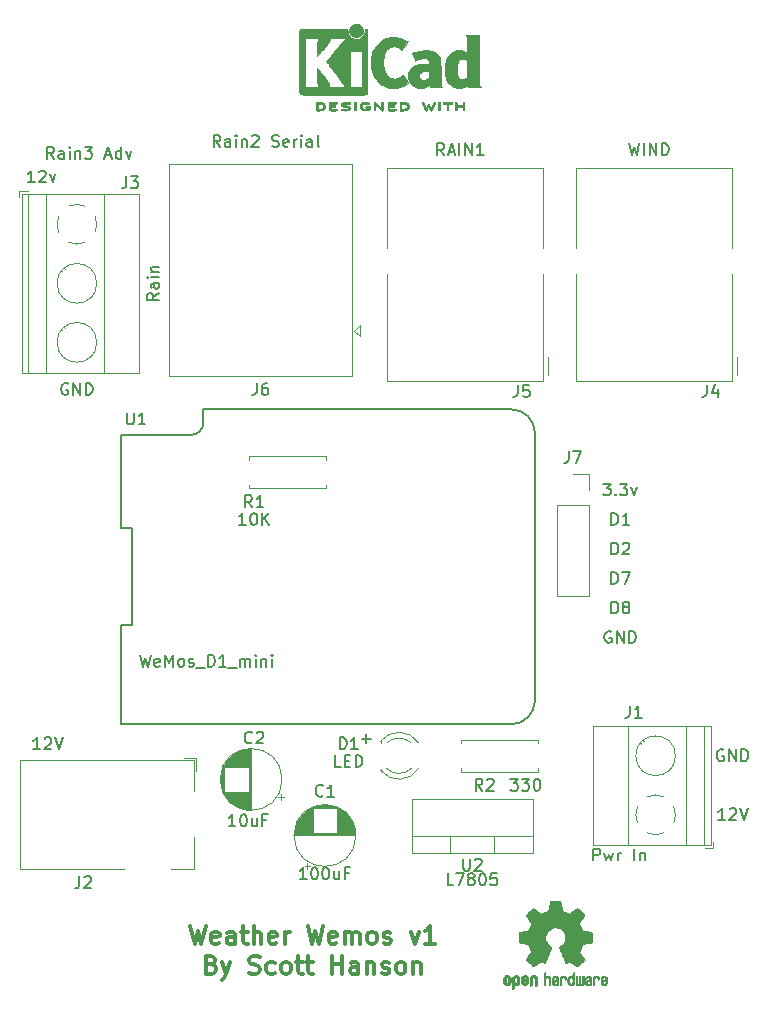
<source format=gbr>
G04 #@! TF.GenerationSoftware,KiCad,Pcbnew,(5.1.10)-1*
G04 #@! TF.CreationDate,2021-07-03T12:02:10-04:00*
G04 #@! TF.ProjectId,Weather_Wemos,57656174-6865-4725-9f57-656d6f732e6b,v1*
G04 #@! TF.SameCoordinates,Original*
G04 #@! TF.FileFunction,Legend,Top*
G04 #@! TF.FilePolarity,Positive*
%FSLAX46Y46*%
G04 Gerber Fmt 4.6, Leading zero omitted, Abs format (unit mm)*
G04 Created by KiCad (PCBNEW (5.1.10)-1) date 2021-07-03 12:02:10*
%MOMM*%
%LPD*%
G01*
G04 APERTURE LIST*
%ADD10C,0.150000*%
%ADD11C,0.300000*%
%ADD12C,0.010000*%
%ADD13C,0.120000*%
%ADD14C,0.100000*%
G04 APERTURE END LIST*
D10*
X148119047Y-120571428D02*
X148880952Y-120571428D01*
X148500000Y-120952380D02*
X148500000Y-120190476D01*
X169261904Y-102452380D02*
X169261904Y-101452380D01*
X169500000Y-101452380D01*
X169642857Y-101500000D01*
X169738095Y-101595238D01*
X169785714Y-101690476D01*
X169833333Y-101880952D01*
X169833333Y-102023809D01*
X169785714Y-102214285D01*
X169738095Y-102309523D01*
X169642857Y-102404761D01*
X169500000Y-102452380D01*
X169261904Y-102452380D01*
X170785714Y-102452380D02*
X170214285Y-102452380D01*
X170500000Y-102452380D02*
X170500000Y-101452380D01*
X170404761Y-101595238D01*
X170309523Y-101690476D01*
X170214285Y-101738095D01*
X178738095Y-121500000D02*
X178642857Y-121452380D01*
X178500000Y-121452380D01*
X178357142Y-121500000D01*
X178261904Y-121595238D01*
X178214285Y-121690476D01*
X178166666Y-121880952D01*
X178166666Y-122023809D01*
X178214285Y-122214285D01*
X178261904Y-122309523D01*
X178357142Y-122404761D01*
X178500000Y-122452380D01*
X178595238Y-122452380D01*
X178738095Y-122404761D01*
X178785714Y-122357142D01*
X178785714Y-122023809D01*
X178595238Y-122023809D01*
X179214285Y-122452380D02*
X179214285Y-121452380D01*
X179785714Y-122452380D01*
X179785714Y-121452380D01*
X180261904Y-122452380D02*
X180261904Y-121452380D01*
X180500000Y-121452380D01*
X180642857Y-121500000D01*
X180738095Y-121595238D01*
X180785714Y-121690476D01*
X180833333Y-121880952D01*
X180833333Y-122023809D01*
X180785714Y-122214285D01*
X180738095Y-122309523D01*
X180642857Y-122404761D01*
X180500000Y-122452380D01*
X180261904Y-122452380D01*
X178880952Y-127452380D02*
X178309523Y-127452380D01*
X178595238Y-127452380D02*
X178595238Y-126452380D01*
X178500000Y-126595238D01*
X178404761Y-126690476D01*
X178309523Y-126738095D01*
X179261904Y-126547619D02*
X179309523Y-126500000D01*
X179404761Y-126452380D01*
X179642857Y-126452380D01*
X179738095Y-126500000D01*
X179785714Y-126547619D01*
X179833333Y-126642857D01*
X179833333Y-126738095D01*
X179785714Y-126880952D01*
X179214285Y-127452380D01*
X179833333Y-127452380D01*
X180119047Y-126452380D02*
X180452380Y-127452380D01*
X180785714Y-126452380D01*
X130952380Y-82833333D02*
X130476190Y-83166666D01*
X130952380Y-83404761D02*
X129952380Y-83404761D01*
X129952380Y-83023809D01*
X130000000Y-82928571D01*
X130047619Y-82880952D01*
X130142857Y-82833333D01*
X130285714Y-82833333D01*
X130380952Y-82880952D01*
X130428571Y-82928571D01*
X130476190Y-83023809D01*
X130476190Y-83404761D01*
X130952380Y-81976190D02*
X130428571Y-81976190D01*
X130333333Y-82023809D01*
X130285714Y-82119047D01*
X130285714Y-82309523D01*
X130333333Y-82404761D01*
X130904761Y-81976190D02*
X130952380Y-82071428D01*
X130952380Y-82309523D01*
X130904761Y-82404761D01*
X130809523Y-82452380D01*
X130714285Y-82452380D01*
X130619047Y-82404761D01*
X130571428Y-82309523D01*
X130571428Y-82071428D01*
X130523809Y-81976190D01*
X130952380Y-81500000D02*
X130285714Y-81500000D01*
X129952380Y-81500000D02*
X130000000Y-81547619D01*
X130047619Y-81500000D01*
X130000000Y-81452380D01*
X129952380Y-81500000D01*
X130047619Y-81500000D01*
X130285714Y-81023809D02*
X130952380Y-81023809D01*
X130380952Y-81023809D02*
X130333333Y-80976190D01*
X130285714Y-80880952D01*
X130285714Y-80738095D01*
X130333333Y-80642857D01*
X130428571Y-80595238D01*
X130952380Y-80595238D01*
X169261904Y-104952380D02*
X169261904Y-103952380D01*
X169500000Y-103952380D01*
X169642857Y-104000000D01*
X169738095Y-104095238D01*
X169785714Y-104190476D01*
X169833333Y-104380952D01*
X169833333Y-104523809D01*
X169785714Y-104714285D01*
X169738095Y-104809523D01*
X169642857Y-104904761D01*
X169500000Y-104952380D01*
X169261904Y-104952380D01*
X170214285Y-104047619D02*
X170261904Y-104000000D01*
X170357142Y-103952380D01*
X170595238Y-103952380D01*
X170690476Y-104000000D01*
X170738095Y-104047619D01*
X170785714Y-104142857D01*
X170785714Y-104238095D01*
X170738095Y-104380952D01*
X170166666Y-104952380D01*
X170785714Y-104952380D01*
X169261904Y-109952380D02*
X169261904Y-108952380D01*
X169500000Y-108952380D01*
X169642857Y-109000000D01*
X169738095Y-109095238D01*
X169785714Y-109190476D01*
X169833333Y-109380952D01*
X169833333Y-109523809D01*
X169785714Y-109714285D01*
X169738095Y-109809523D01*
X169642857Y-109904761D01*
X169500000Y-109952380D01*
X169261904Y-109952380D01*
X170404761Y-109380952D02*
X170309523Y-109333333D01*
X170261904Y-109285714D01*
X170214285Y-109190476D01*
X170214285Y-109142857D01*
X170261904Y-109047619D01*
X170309523Y-109000000D01*
X170404761Y-108952380D01*
X170595238Y-108952380D01*
X170690476Y-109000000D01*
X170738095Y-109047619D01*
X170785714Y-109142857D01*
X170785714Y-109190476D01*
X170738095Y-109285714D01*
X170690476Y-109333333D01*
X170595238Y-109380952D01*
X170404761Y-109380952D01*
X170309523Y-109428571D01*
X170261904Y-109476190D01*
X170214285Y-109571428D01*
X170214285Y-109761904D01*
X170261904Y-109857142D01*
X170309523Y-109904761D01*
X170404761Y-109952380D01*
X170595238Y-109952380D01*
X170690476Y-109904761D01*
X170738095Y-109857142D01*
X170785714Y-109761904D01*
X170785714Y-109571428D01*
X170738095Y-109476190D01*
X170690476Y-109428571D01*
X170595238Y-109380952D01*
D11*
X133607142Y-136403571D02*
X133964285Y-137903571D01*
X134250000Y-136832142D01*
X134535714Y-137903571D01*
X134892857Y-136403571D01*
X136035714Y-137832142D02*
X135892857Y-137903571D01*
X135607142Y-137903571D01*
X135464285Y-137832142D01*
X135392857Y-137689285D01*
X135392857Y-137117857D01*
X135464285Y-136975000D01*
X135607142Y-136903571D01*
X135892857Y-136903571D01*
X136035714Y-136975000D01*
X136107142Y-137117857D01*
X136107142Y-137260714D01*
X135392857Y-137403571D01*
X137392857Y-137903571D02*
X137392857Y-137117857D01*
X137321428Y-136975000D01*
X137178571Y-136903571D01*
X136892857Y-136903571D01*
X136750000Y-136975000D01*
X137392857Y-137832142D02*
X137250000Y-137903571D01*
X136892857Y-137903571D01*
X136750000Y-137832142D01*
X136678571Y-137689285D01*
X136678571Y-137546428D01*
X136750000Y-137403571D01*
X136892857Y-137332142D01*
X137250000Y-137332142D01*
X137392857Y-137260714D01*
X137892857Y-136903571D02*
X138464285Y-136903571D01*
X138107142Y-136403571D02*
X138107142Y-137689285D01*
X138178571Y-137832142D01*
X138321428Y-137903571D01*
X138464285Y-137903571D01*
X138964285Y-137903571D02*
X138964285Y-136403571D01*
X139607142Y-137903571D02*
X139607142Y-137117857D01*
X139535714Y-136975000D01*
X139392857Y-136903571D01*
X139178571Y-136903571D01*
X139035714Y-136975000D01*
X138964285Y-137046428D01*
X140892857Y-137832142D02*
X140750000Y-137903571D01*
X140464285Y-137903571D01*
X140321428Y-137832142D01*
X140250000Y-137689285D01*
X140250000Y-137117857D01*
X140321428Y-136975000D01*
X140464285Y-136903571D01*
X140750000Y-136903571D01*
X140892857Y-136975000D01*
X140964285Y-137117857D01*
X140964285Y-137260714D01*
X140250000Y-137403571D01*
X141607142Y-137903571D02*
X141607142Y-136903571D01*
X141607142Y-137189285D02*
X141678571Y-137046428D01*
X141750000Y-136975000D01*
X141892857Y-136903571D01*
X142035714Y-136903571D01*
X143535714Y-136403571D02*
X143892857Y-137903571D01*
X144178571Y-136832142D01*
X144464285Y-137903571D01*
X144821428Y-136403571D01*
X145964285Y-137832142D02*
X145821428Y-137903571D01*
X145535714Y-137903571D01*
X145392857Y-137832142D01*
X145321428Y-137689285D01*
X145321428Y-137117857D01*
X145392857Y-136975000D01*
X145535714Y-136903571D01*
X145821428Y-136903571D01*
X145964285Y-136975000D01*
X146035714Y-137117857D01*
X146035714Y-137260714D01*
X145321428Y-137403571D01*
X146678571Y-137903571D02*
X146678571Y-136903571D01*
X146678571Y-137046428D02*
X146750000Y-136975000D01*
X146892857Y-136903571D01*
X147107142Y-136903571D01*
X147250000Y-136975000D01*
X147321428Y-137117857D01*
X147321428Y-137903571D01*
X147321428Y-137117857D02*
X147392857Y-136975000D01*
X147535714Y-136903571D01*
X147750000Y-136903571D01*
X147892857Y-136975000D01*
X147964285Y-137117857D01*
X147964285Y-137903571D01*
X148892857Y-137903571D02*
X148750000Y-137832142D01*
X148678571Y-137760714D01*
X148607142Y-137617857D01*
X148607142Y-137189285D01*
X148678571Y-137046428D01*
X148750000Y-136975000D01*
X148892857Y-136903571D01*
X149107142Y-136903571D01*
X149250000Y-136975000D01*
X149321428Y-137046428D01*
X149392857Y-137189285D01*
X149392857Y-137617857D01*
X149321428Y-137760714D01*
X149250000Y-137832142D01*
X149107142Y-137903571D01*
X148892857Y-137903571D01*
X149964285Y-137832142D02*
X150107142Y-137903571D01*
X150392857Y-137903571D01*
X150535714Y-137832142D01*
X150607142Y-137689285D01*
X150607142Y-137617857D01*
X150535714Y-137475000D01*
X150392857Y-137403571D01*
X150178571Y-137403571D01*
X150035714Y-137332142D01*
X149964285Y-137189285D01*
X149964285Y-137117857D01*
X150035714Y-136975000D01*
X150178571Y-136903571D01*
X150392857Y-136903571D01*
X150535714Y-136975000D01*
X152250000Y-136903571D02*
X152607142Y-137903571D01*
X152964285Y-136903571D01*
X154321428Y-137903571D02*
X153464285Y-137903571D01*
X153892857Y-137903571D02*
X153892857Y-136403571D01*
X153750000Y-136617857D01*
X153607142Y-136760714D01*
X153464285Y-136832142D01*
X135392857Y-139667857D02*
X135607142Y-139739285D01*
X135678571Y-139810714D01*
X135750000Y-139953571D01*
X135750000Y-140167857D01*
X135678571Y-140310714D01*
X135607142Y-140382142D01*
X135464285Y-140453571D01*
X134892857Y-140453571D01*
X134892857Y-138953571D01*
X135392857Y-138953571D01*
X135535714Y-139025000D01*
X135607142Y-139096428D01*
X135678571Y-139239285D01*
X135678571Y-139382142D01*
X135607142Y-139525000D01*
X135535714Y-139596428D01*
X135392857Y-139667857D01*
X134892857Y-139667857D01*
X136250000Y-139453571D02*
X136607142Y-140453571D01*
X136964285Y-139453571D02*
X136607142Y-140453571D01*
X136464285Y-140810714D01*
X136392857Y-140882142D01*
X136250000Y-140953571D01*
X138607142Y-140382142D02*
X138821428Y-140453571D01*
X139178571Y-140453571D01*
X139321428Y-140382142D01*
X139392857Y-140310714D01*
X139464285Y-140167857D01*
X139464285Y-140025000D01*
X139392857Y-139882142D01*
X139321428Y-139810714D01*
X139178571Y-139739285D01*
X138892857Y-139667857D01*
X138750000Y-139596428D01*
X138678571Y-139525000D01*
X138607142Y-139382142D01*
X138607142Y-139239285D01*
X138678571Y-139096428D01*
X138750000Y-139025000D01*
X138892857Y-138953571D01*
X139250000Y-138953571D01*
X139464285Y-139025000D01*
X140750000Y-140382142D02*
X140607142Y-140453571D01*
X140321428Y-140453571D01*
X140178571Y-140382142D01*
X140107142Y-140310714D01*
X140035714Y-140167857D01*
X140035714Y-139739285D01*
X140107142Y-139596428D01*
X140178571Y-139525000D01*
X140321428Y-139453571D01*
X140607142Y-139453571D01*
X140750000Y-139525000D01*
X141607142Y-140453571D02*
X141464285Y-140382142D01*
X141392857Y-140310714D01*
X141321428Y-140167857D01*
X141321428Y-139739285D01*
X141392857Y-139596428D01*
X141464285Y-139525000D01*
X141607142Y-139453571D01*
X141821428Y-139453571D01*
X141964285Y-139525000D01*
X142035714Y-139596428D01*
X142107142Y-139739285D01*
X142107142Y-140167857D01*
X142035714Y-140310714D01*
X141964285Y-140382142D01*
X141821428Y-140453571D01*
X141607142Y-140453571D01*
X142535714Y-139453571D02*
X143107142Y-139453571D01*
X142750000Y-138953571D02*
X142750000Y-140239285D01*
X142821428Y-140382142D01*
X142964285Y-140453571D01*
X143107142Y-140453571D01*
X143392857Y-139453571D02*
X143964285Y-139453571D01*
X143607142Y-138953571D02*
X143607142Y-140239285D01*
X143678571Y-140382142D01*
X143821428Y-140453571D01*
X143964285Y-140453571D01*
X145607142Y-140453571D02*
X145607142Y-138953571D01*
X145607142Y-139667857D02*
X146464285Y-139667857D01*
X146464285Y-140453571D02*
X146464285Y-138953571D01*
X147821428Y-140453571D02*
X147821428Y-139667857D01*
X147750000Y-139525000D01*
X147607142Y-139453571D01*
X147321428Y-139453571D01*
X147178571Y-139525000D01*
X147821428Y-140382142D02*
X147678571Y-140453571D01*
X147321428Y-140453571D01*
X147178571Y-140382142D01*
X147107142Y-140239285D01*
X147107142Y-140096428D01*
X147178571Y-139953571D01*
X147321428Y-139882142D01*
X147678571Y-139882142D01*
X147821428Y-139810714D01*
X148535714Y-139453571D02*
X148535714Y-140453571D01*
X148535714Y-139596428D02*
X148607142Y-139525000D01*
X148750000Y-139453571D01*
X148964285Y-139453571D01*
X149107142Y-139525000D01*
X149178571Y-139667857D01*
X149178571Y-140453571D01*
X149821428Y-140382142D02*
X149964285Y-140453571D01*
X150250000Y-140453571D01*
X150392857Y-140382142D01*
X150464285Y-140239285D01*
X150464285Y-140167857D01*
X150392857Y-140025000D01*
X150250000Y-139953571D01*
X150035714Y-139953571D01*
X149892857Y-139882142D01*
X149821428Y-139739285D01*
X149821428Y-139667857D01*
X149892857Y-139525000D01*
X150035714Y-139453571D01*
X150250000Y-139453571D01*
X150392857Y-139525000D01*
X151321428Y-140453571D02*
X151178571Y-140382142D01*
X151107142Y-140310714D01*
X151035714Y-140167857D01*
X151035714Y-139739285D01*
X151107142Y-139596428D01*
X151178571Y-139525000D01*
X151321428Y-139453571D01*
X151535714Y-139453571D01*
X151678571Y-139525000D01*
X151750000Y-139596428D01*
X151821428Y-139739285D01*
X151821428Y-140167857D01*
X151750000Y-140310714D01*
X151678571Y-140382142D01*
X151535714Y-140453571D01*
X151321428Y-140453571D01*
X152464285Y-139453571D02*
X152464285Y-140453571D01*
X152464285Y-139596428D02*
X152535714Y-139525000D01*
X152678571Y-139453571D01*
X152892857Y-139453571D01*
X153035714Y-139525000D01*
X153107142Y-139667857D01*
X153107142Y-140453571D01*
D10*
X120428571Y-73452380D02*
X119857142Y-73452380D01*
X120142857Y-73452380D02*
X120142857Y-72452380D01*
X120047619Y-72595238D01*
X119952380Y-72690476D01*
X119857142Y-72738095D01*
X120809523Y-72547619D02*
X120857142Y-72500000D01*
X120952380Y-72452380D01*
X121190476Y-72452380D01*
X121285714Y-72500000D01*
X121333333Y-72547619D01*
X121380952Y-72642857D01*
X121380952Y-72738095D01*
X121333333Y-72880952D01*
X120761904Y-73452380D01*
X121380952Y-73452380D01*
X121714285Y-72785714D02*
X121952380Y-73452380D01*
X122190476Y-72785714D01*
X123238095Y-90500000D02*
X123142857Y-90452380D01*
X123000000Y-90452380D01*
X122857142Y-90500000D01*
X122761904Y-90595238D01*
X122714285Y-90690476D01*
X122666666Y-90880952D01*
X122666666Y-91023809D01*
X122714285Y-91214285D01*
X122761904Y-91309523D01*
X122857142Y-91404761D01*
X123000000Y-91452380D01*
X123095238Y-91452380D01*
X123238095Y-91404761D01*
X123285714Y-91357142D01*
X123285714Y-91023809D01*
X123095238Y-91023809D01*
X123714285Y-91452380D02*
X123714285Y-90452380D01*
X124285714Y-91452380D01*
X124285714Y-90452380D01*
X124761904Y-91452380D02*
X124761904Y-90452380D01*
X125000000Y-90452380D01*
X125142857Y-90500000D01*
X125238095Y-90595238D01*
X125285714Y-90690476D01*
X125333333Y-90880952D01*
X125333333Y-91023809D01*
X125285714Y-91214285D01*
X125238095Y-91309523D01*
X125142857Y-91404761D01*
X125000000Y-91452380D01*
X124761904Y-91452380D01*
X169238095Y-111500000D02*
X169142857Y-111452380D01*
X169000000Y-111452380D01*
X168857142Y-111500000D01*
X168761904Y-111595238D01*
X168714285Y-111690476D01*
X168666666Y-111880952D01*
X168666666Y-112023809D01*
X168714285Y-112214285D01*
X168761904Y-112309523D01*
X168857142Y-112404761D01*
X169000000Y-112452380D01*
X169095238Y-112452380D01*
X169238095Y-112404761D01*
X169285714Y-112357142D01*
X169285714Y-112023809D01*
X169095238Y-112023809D01*
X169714285Y-112452380D02*
X169714285Y-111452380D01*
X170285714Y-112452380D01*
X170285714Y-111452380D01*
X170761904Y-112452380D02*
X170761904Y-111452380D01*
X171000000Y-111452380D01*
X171142857Y-111500000D01*
X171238095Y-111595238D01*
X171285714Y-111690476D01*
X171333333Y-111880952D01*
X171333333Y-112023809D01*
X171285714Y-112214285D01*
X171238095Y-112309523D01*
X171142857Y-112404761D01*
X171000000Y-112452380D01*
X170761904Y-112452380D01*
X169261904Y-107452380D02*
X169261904Y-106452380D01*
X169500000Y-106452380D01*
X169642857Y-106500000D01*
X169738095Y-106595238D01*
X169785714Y-106690476D01*
X169833333Y-106880952D01*
X169833333Y-107023809D01*
X169785714Y-107214285D01*
X169738095Y-107309523D01*
X169642857Y-107404761D01*
X169500000Y-107452380D01*
X169261904Y-107452380D01*
X170166666Y-106452380D02*
X170833333Y-106452380D01*
X170404761Y-107452380D01*
X168571428Y-98952380D02*
X169190476Y-98952380D01*
X168857142Y-99333333D01*
X169000000Y-99333333D01*
X169095238Y-99380952D01*
X169142857Y-99428571D01*
X169190476Y-99523809D01*
X169190476Y-99761904D01*
X169142857Y-99857142D01*
X169095238Y-99904761D01*
X169000000Y-99952380D01*
X168714285Y-99952380D01*
X168619047Y-99904761D01*
X168571428Y-99857142D01*
X169619047Y-99857142D02*
X169666666Y-99904761D01*
X169619047Y-99952380D01*
X169571428Y-99904761D01*
X169619047Y-99857142D01*
X169619047Y-99952380D01*
X170000000Y-98952380D02*
X170619047Y-98952380D01*
X170285714Y-99333333D01*
X170428571Y-99333333D01*
X170523809Y-99380952D01*
X170571428Y-99428571D01*
X170619047Y-99523809D01*
X170619047Y-99761904D01*
X170571428Y-99857142D01*
X170523809Y-99904761D01*
X170428571Y-99952380D01*
X170142857Y-99952380D01*
X170047619Y-99904761D01*
X170000000Y-99857142D01*
X170952380Y-99285714D02*
X171190476Y-99952380D01*
X171428571Y-99285714D01*
D12*
G36*
X144544257Y-60473689D02*
G01*
X144808780Y-60473725D01*
X144931912Y-60473730D01*
X146902811Y-60473730D01*
X146902811Y-60589910D01*
X146915211Y-60731291D01*
X146952636Y-60861684D01*
X147015423Y-60981862D01*
X147103906Y-61092602D01*
X147133843Y-61122511D01*
X147241534Y-61207348D01*
X147360275Y-61269221D01*
X147486540Y-61308159D01*
X147616803Y-61324190D01*
X147747535Y-61317342D01*
X147875212Y-61287643D01*
X147996305Y-61235120D01*
X148107288Y-61159803D01*
X148157132Y-61114363D01*
X148250017Y-61002952D01*
X148318127Y-60880435D01*
X148360871Y-60748215D01*
X148377653Y-60607692D01*
X148377876Y-60593867D01*
X148378756Y-60473734D01*
X148431557Y-60473732D01*
X148478396Y-60480089D01*
X148521183Y-60495556D01*
X148524011Y-60497154D01*
X148533675Y-60502168D01*
X148542549Y-60506073D01*
X148550665Y-60510007D01*
X148558057Y-60515106D01*
X148564755Y-60522508D01*
X148570792Y-60533351D01*
X148576199Y-60548772D01*
X148581010Y-60569909D01*
X148585255Y-60597899D01*
X148588968Y-60633879D01*
X148592179Y-60678987D01*
X148594922Y-60734360D01*
X148597228Y-60801137D01*
X148599129Y-60880453D01*
X148600658Y-60973447D01*
X148601846Y-61081257D01*
X148602726Y-61205019D01*
X148603330Y-61345871D01*
X148603689Y-61504950D01*
X148603835Y-61683395D01*
X148603802Y-61882342D01*
X148603620Y-62102929D01*
X148603323Y-62346293D01*
X148602941Y-62613572D01*
X148602508Y-62905903D01*
X148602055Y-63224424D01*
X148602002Y-63263230D01*
X148601596Y-63583782D01*
X148601251Y-63878012D01*
X148600931Y-64147056D01*
X148600600Y-64392052D01*
X148600221Y-64614137D01*
X148599757Y-64814447D01*
X148599172Y-64994119D01*
X148598430Y-65154290D01*
X148597494Y-65296098D01*
X148596327Y-65420679D01*
X148594893Y-65529170D01*
X148593156Y-65622707D01*
X148591078Y-65702429D01*
X148588624Y-65769472D01*
X148585756Y-65824973D01*
X148582439Y-65870068D01*
X148578636Y-65905895D01*
X148574310Y-65933591D01*
X148569425Y-65954293D01*
X148563945Y-65969137D01*
X148557832Y-65979260D01*
X148551050Y-65985800D01*
X148543563Y-65989893D01*
X148535334Y-65992676D01*
X148526327Y-65995287D01*
X148516505Y-65998862D01*
X148514106Y-65999950D01*
X148506565Y-66002396D01*
X148493944Y-66004642D01*
X148475141Y-66006698D01*
X148449053Y-66008572D01*
X148414578Y-66010271D01*
X148370615Y-66011803D01*
X148316061Y-66013177D01*
X148249815Y-66014400D01*
X148170774Y-66015481D01*
X148077837Y-66016427D01*
X147969901Y-66017247D01*
X147845864Y-66017947D01*
X147704624Y-66018538D01*
X147545079Y-66019025D01*
X147366128Y-66019419D01*
X147166668Y-66019725D01*
X146945596Y-66019953D01*
X146701812Y-66020110D01*
X146434213Y-66020205D01*
X146141697Y-66020245D01*
X145823161Y-66020238D01*
X145719979Y-66020228D01*
X145394377Y-66020176D01*
X145095119Y-66020091D01*
X144821091Y-66019963D01*
X144571176Y-66019785D01*
X144344260Y-66019548D01*
X144139227Y-66019242D01*
X143954962Y-66018860D01*
X143790350Y-66018392D01*
X143644275Y-66017830D01*
X143515624Y-66017165D01*
X143403279Y-66016388D01*
X143306126Y-66015491D01*
X143223050Y-66014465D01*
X143152936Y-66013301D01*
X143094668Y-66011991D01*
X143047131Y-66010525D01*
X143009210Y-66008896D01*
X142979790Y-66007093D01*
X142957755Y-66005110D01*
X142941990Y-66002936D01*
X142931380Y-66000563D01*
X142925596Y-65998391D01*
X142915316Y-65994056D01*
X142905878Y-65990859D01*
X142897245Y-65987665D01*
X142889381Y-65983338D01*
X142882252Y-65976744D01*
X142875821Y-65966747D01*
X142870053Y-65952212D01*
X142864911Y-65932003D01*
X142860360Y-65904985D01*
X142856365Y-65870023D01*
X142852889Y-65825981D01*
X142849898Y-65771724D01*
X142847354Y-65706117D01*
X142845223Y-65628024D01*
X142843468Y-65536310D01*
X142842055Y-65429840D01*
X142841685Y-65388973D01*
X143208116Y-65388973D01*
X144503266Y-65388973D01*
X144478345Y-65351217D01*
X144453553Y-65312417D01*
X144432560Y-65275469D01*
X144415065Y-65237788D01*
X144400770Y-65196788D01*
X144389377Y-65149883D01*
X144380587Y-65094487D01*
X144374102Y-65028016D01*
X144369623Y-64947883D01*
X144366850Y-64851502D01*
X144365487Y-64736289D01*
X144365233Y-64599657D01*
X144365791Y-64439020D01*
X144366107Y-64379382D01*
X144369675Y-63740041D01*
X144774702Y-64291449D01*
X144889446Y-64447876D01*
X144988857Y-64584088D01*
X145074010Y-64701890D01*
X145145978Y-64803084D01*
X145205834Y-64889477D01*
X145254652Y-64962874D01*
X145293505Y-65025077D01*
X145323466Y-65077893D01*
X145345609Y-65123125D01*
X145361007Y-65162578D01*
X145370734Y-65198058D01*
X145375863Y-65231368D01*
X145377468Y-65264313D01*
X145376621Y-65298697D01*
X145376405Y-65303019D01*
X145371946Y-65389031D01*
X146791308Y-65388973D01*
X146685735Y-65282522D01*
X146657087Y-65253406D01*
X146629910Y-65225076D01*
X146603011Y-65195968D01*
X146575197Y-65164520D01*
X146545275Y-65129169D01*
X146512054Y-65088354D01*
X146474339Y-65040511D01*
X146430940Y-64984079D01*
X146380662Y-64917494D01*
X146322312Y-64839195D01*
X146254700Y-64747619D01*
X146176631Y-64641204D01*
X146086912Y-64518387D01*
X145984352Y-64377605D01*
X145867758Y-64217297D01*
X145772191Y-64085798D01*
X145652251Y-63920596D01*
X145547620Y-63776152D01*
X145457352Y-63651094D01*
X145380497Y-63544052D01*
X145316109Y-63453654D01*
X145263239Y-63378529D01*
X145220940Y-63317304D01*
X145188264Y-63268610D01*
X145164262Y-63231074D01*
X145147987Y-63203325D01*
X145138492Y-63183992D01*
X145134827Y-63171703D01*
X145135929Y-63165242D01*
X145149276Y-63148048D01*
X145178134Y-63111655D01*
X145220760Y-63058224D01*
X145275415Y-62989919D01*
X145340356Y-62908903D01*
X145413842Y-62817340D01*
X145494132Y-62717392D01*
X145579485Y-62611224D01*
X145668160Y-62500997D01*
X145758414Y-62388876D01*
X145808056Y-62327244D01*
X147040627Y-62327244D01*
X147091854Y-62419919D01*
X147143081Y-62512595D01*
X147143081Y-65203622D01*
X147091854Y-65296298D01*
X147040627Y-65388973D01*
X147646604Y-65388973D01*
X147791266Y-65388931D01*
X147910756Y-65388741D01*
X148007358Y-65388308D01*
X148083358Y-65387536D01*
X148141043Y-65386330D01*
X148182699Y-65384594D01*
X148210611Y-65382232D01*
X148227065Y-65379150D01*
X148234348Y-65375251D01*
X148234745Y-65370440D01*
X148230542Y-65364622D01*
X148230499Y-65364574D01*
X148213187Y-65339532D01*
X148190264Y-65298815D01*
X148170019Y-65258168D01*
X148131621Y-65176162D01*
X148123789Y-62327244D01*
X147040627Y-62327244D01*
X145808056Y-62327244D01*
X145848507Y-62277024D01*
X145936698Y-62167604D01*
X146021246Y-62062778D01*
X146100408Y-61964711D01*
X146172444Y-61875566D01*
X146235613Y-61797505D01*
X146288173Y-61732692D01*
X146328383Y-61683290D01*
X146352000Y-61654487D01*
X146443710Y-61546778D01*
X146531940Y-61449580D01*
X146613597Y-61366076D01*
X146685590Y-61299448D01*
X146736681Y-61258599D01*
X146797093Y-61215135D01*
X145407702Y-61215135D01*
X145408092Y-61296666D01*
X145404209Y-61356606D01*
X145389610Y-61412177D01*
X145367012Y-61464855D01*
X145352322Y-61494615D01*
X145336528Y-61524103D01*
X145318186Y-61555276D01*
X145295855Y-61590093D01*
X145268091Y-61630510D01*
X145233451Y-61678486D01*
X145190493Y-61735978D01*
X145137773Y-61804943D01*
X145073849Y-61887339D01*
X144997279Y-61985124D01*
X144906619Y-62100255D01*
X144800426Y-62234690D01*
X144788432Y-62249859D01*
X144369675Y-62779412D01*
X144365622Y-62192922D01*
X144364805Y-62017251D01*
X144364979Y-61868532D01*
X144366151Y-61746275D01*
X144368331Y-61649989D01*
X144371526Y-61579183D01*
X144375744Y-61533369D01*
X144377162Y-61524679D01*
X144399409Y-61433135D01*
X144428557Y-61350608D01*
X144461818Y-61284253D01*
X144481800Y-61256110D01*
X144516278Y-61215135D01*
X143862086Y-61215135D01*
X143706031Y-61215269D01*
X143575533Y-61215703D01*
X143468690Y-61216489D01*
X143383602Y-61217676D01*
X143318365Y-61219317D01*
X143271079Y-61221461D01*
X143239843Y-61224159D01*
X143222754Y-61227462D01*
X143217912Y-61231421D01*
X143218247Y-61232298D01*
X143232115Y-61253231D01*
X143255268Y-61286412D01*
X143267246Y-61303193D01*
X143279631Y-61319940D01*
X143290763Y-61334915D01*
X143300712Y-61349594D01*
X143309549Y-61365449D01*
X143317343Y-61383955D01*
X143324165Y-61406585D01*
X143330084Y-61434813D01*
X143335171Y-61470113D01*
X143339496Y-61513958D01*
X143343129Y-61567822D01*
X143346140Y-61633180D01*
X143348599Y-61711504D01*
X143350577Y-61804268D01*
X143352142Y-61912947D01*
X143353366Y-62039013D01*
X143354319Y-62183942D01*
X143355070Y-62349206D01*
X143355689Y-62536279D01*
X143356248Y-62746635D01*
X143356815Y-62981748D01*
X143357345Y-63197741D01*
X143357845Y-63438535D01*
X143358105Y-63668274D01*
X143358132Y-63885493D01*
X143357933Y-64088722D01*
X143357514Y-64276496D01*
X143356882Y-64447345D01*
X143356044Y-64599803D01*
X143355008Y-64732403D01*
X143353780Y-64843676D01*
X143352367Y-64932156D01*
X143350775Y-64996375D01*
X143349013Y-65034865D01*
X143348679Y-65038933D01*
X143336534Y-65132248D01*
X143317573Y-65207190D01*
X143288698Y-65272594D01*
X143246810Y-65337293D01*
X143241571Y-65344352D01*
X143208116Y-65388973D01*
X142841685Y-65388973D01*
X142840946Y-65307479D01*
X142840107Y-65168090D01*
X142839502Y-65010539D01*
X142839095Y-64833691D01*
X142838850Y-64636410D01*
X142838733Y-64417560D01*
X142838705Y-64176007D01*
X142838733Y-63910615D01*
X142838780Y-63620249D01*
X142838810Y-63303773D01*
X142838811Y-63240946D01*
X142838828Y-62921137D01*
X142838888Y-62627661D01*
X142838998Y-62359390D01*
X142839167Y-62115198D01*
X142839403Y-61893957D01*
X142839716Y-61694540D01*
X142840115Y-61515820D01*
X142840607Y-61356671D01*
X142841203Y-61215966D01*
X142841910Y-61092576D01*
X142842737Y-60985376D01*
X142843693Y-60893238D01*
X142844787Y-60815035D01*
X142846027Y-60749641D01*
X142847422Y-60695928D01*
X142848982Y-60652769D01*
X142850714Y-60619037D01*
X142852628Y-60593605D01*
X142854732Y-60575347D01*
X142857034Y-60563134D01*
X142859545Y-60555841D01*
X142859637Y-60555659D01*
X142864808Y-60544518D01*
X142869115Y-60534431D01*
X142873879Y-60525346D01*
X142880422Y-60517212D01*
X142890065Y-60509976D01*
X142904129Y-60503586D01*
X142923937Y-60497989D01*
X142950809Y-60493133D01*
X142986067Y-60488966D01*
X143031032Y-60485436D01*
X143087026Y-60482491D01*
X143155371Y-60480077D01*
X143237386Y-60478144D01*
X143334395Y-60476638D01*
X143447718Y-60475508D01*
X143578677Y-60474702D01*
X143728593Y-60474166D01*
X143898787Y-60473849D01*
X144090582Y-60473699D01*
X144305298Y-60473663D01*
X144544257Y-60473689D01*
G37*
X144544257Y-60473689D02*
X144808780Y-60473725D01*
X144931912Y-60473730D01*
X146902811Y-60473730D01*
X146902811Y-60589910D01*
X146915211Y-60731291D01*
X146952636Y-60861684D01*
X147015423Y-60981862D01*
X147103906Y-61092602D01*
X147133843Y-61122511D01*
X147241534Y-61207348D01*
X147360275Y-61269221D01*
X147486540Y-61308159D01*
X147616803Y-61324190D01*
X147747535Y-61317342D01*
X147875212Y-61287643D01*
X147996305Y-61235120D01*
X148107288Y-61159803D01*
X148157132Y-61114363D01*
X148250017Y-61002952D01*
X148318127Y-60880435D01*
X148360871Y-60748215D01*
X148377653Y-60607692D01*
X148377876Y-60593867D01*
X148378756Y-60473734D01*
X148431557Y-60473732D01*
X148478396Y-60480089D01*
X148521183Y-60495556D01*
X148524011Y-60497154D01*
X148533675Y-60502168D01*
X148542549Y-60506073D01*
X148550665Y-60510007D01*
X148558057Y-60515106D01*
X148564755Y-60522508D01*
X148570792Y-60533351D01*
X148576199Y-60548772D01*
X148581010Y-60569909D01*
X148585255Y-60597899D01*
X148588968Y-60633879D01*
X148592179Y-60678987D01*
X148594922Y-60734360D01*
X148597228Y-60801137D01*
X148599129Y-60880453D01*
X148600658Y-60973447D01*
X148601846Y-61081257D01*
X148602726Y-61205019D01*
X148603330Y-61345871D01*
X148603689Y-61504950D01*
X148603835Y-61683395D01*
X148603802Y-61882342D01*
X148603620Y-62102929D01*
X148603323Y-62346293D01*
X148602941Y-62613572D01*
X148602508Y-62905903D01*
X148602055Y-63224424D01*
X148602002Y-63263230D01*
X148601596Y-63583782D01*
X148601251Y-63878012D01*
X148600931Y-64147056D01*
X148600600Y-64392052D01*
X148600221Y-64614137D01*
X148599757Y-64814447D01*
X148599172Y-64994119D01*
X148598430Y-65154290D01*
X148597494Y-65296098D01*
X148596327Y-65420679D01*
X148594893Y-65529170D01*
X148593156Y-65622707D01*
X148591078Y-65702429D01*
X148588624Y-65769472D01*
X148585756Y-65824973D01*
X148582439Y-65870068D01*
X148578636Y-65905895D01*
X148574310Y-65933591D01*
X148569425Y-65954293D01*
X148563945Y-65969137D01*
X148557832Y-65979260D01*
X148551050Y-65985800D01*
X148543563Y-65989893D01*
X148535334Y-65992676D01*
X148526327Y-65995287D01*
X148516505Y-65998862D01*
X148514106Y-65999950D01*
X148506565Y-66002396D01*
X148493944Y-66004642D01*
X148475141Y-66006698D01*
X148449053Y-66008572D01*
X148414578Y-66010271D01*
X148370615Y-66011803D01*
X148316061Y-66013177D01*
X148249815Y-66014400D01*
X148170774Y-66015481D01*
X148077837Y-66016427D01*
X147969901Y-66017247D01*
X147845864Y-66017947D01*
X147704624Y-66018538D01*
X147545079Y-66019025D01*
X147366128Y-66019419D01*
X147166668Y-66019725D01*
X146945596Y-66019953D01*
X146701812Y-66020110D01*
X146434213Y-66020205D01*
X146141697Y-66020245D01*
X145823161Y-66020238D01*
X145719979Y-66020228D01*
X145394377Y-66020176D01*
X145095119Y-66020091D01*
X144821091Y-66019963D01*
X144571176Y-66019785D01*
X144344260Y-66019548D01*
X144139227Y-66019242D01*
X143954962Y-66018860D01*
X143790350Y-66018392D01*
X143644275Y-66017830D01*
X143515624Y-66017165D01*
X143403279Y-66016388D01*
X143306126Y-66015491D01*
X143223050Y-66014465D01*
X143152936Y-66013301D01*
X143094668Y-66011991D01*
X143047131Y-66010525D01*
X143009210Y-66008896D01*
X142979790Y-66007093D01*
X142957755Y-66005110D01*
X142941990Y-66002936D01*
X142931380Y-66000563D01*
X142925596Y-65998391D01*
X142915316Y-65994056D01*
X142905878Y-65990859D01*
X142897245Y-65987665D01*
X142889381Y-65983338D01*
X142882252Y-65976744D01*
X142875821Y-65966747D01*
X142870053Y-65952212D01*
X142864911Y-65932003D01*
X142860360Y-65904985D01*
X142856365Y-65870023D01*
X142852889Y-65825981D01*
X142849898Y-65771724D01*
X142847354Y-65706117D01*
X142845223Y-65628024D01*
X142843468Y-65536310D01*
X142842055Y-65429840D01*
X142841685Y-65388973D01*
X143208116Y-65388973D01*
X144503266Y-65388973D01*
X144478345Y-65351217D01*
X144453553Y-65312417D01*
X144432560Y-65275469D01*
X144415065Y-65237788D01*
X144400770Y-65196788D01*
X144389377Y-65149883D01*
X144380587Y-65094487D01*
X144374102Y-65028016D01*
X144369623Y-64947883D01*
X144366850Y-64851502D01*
X144365487Y-64736289D01*
X144365233Y-64599657D01*
X144365791Y-64439020D01*
X144366107Y-64379382D01*
X144369675Y-63740041D01*
X144774702Y-64291449D01*
X144889446Y-64447876D01*
X144988857Y-64584088D01*
X145074010Y-64701890D01*
X145145978Y-64803084D01*
X145205834Y-64889477D01*
X145254652Y-64962874D01*
X145293505Y-65025077D01*
X145323466Y-65077893D01*
X145345609Y-65123125D01*
X145361007Y-65162578D01*
X145370734Y-65198058D01*
X145375863Y-65231368D01*
X145377468Y-65264313D01*
X145376621Y-65298697D01*
X145376405Y-65303019D01*
X145371946Y-65389031D01*
X146791308Y-65388973D01*
X146685735Y-65282522D01*
X146657087Y-65253406D01*
X146629910Y-65225076D01*
X146603011Y-65195968D01*
X146575197Y-65164520D01*
X146545275Y-65129169D01*
X146512054Y-65088354D01*
X146474339Y-65040511D01*
X146430940Y-64984079D01*
X146380662Y-64917494D01*
X146322312Y-64839195D01*
X146254700Y-64747619D01*
X146176631Y-64641204D01*
X146086912Y-64518387D01*
X145984352Y-64377605D01*
X145867758Y-64217297D01*
X145772191Y-64085798D01*
X145652251Y-63920596D01*
X145547620Y-63776152D01*
X145457352Y-63651094D01*
X145380497Y-63544052D01*
X145316109Y-63453654D01*
X145263239Y-63378529D01*
X145220940Y-63317304D01*
X145188264Y-63268610D01*
X145164262Y-63231074D01*
X145147987Y-63203325D01*
X145138492Y-63183992D01*
X145134827Y-63171703D01*
X145135929Y-63165242D01*
X145149276Y-63148048D01*
X145178134Y-63111655D01*
X145220760Y-63058224D01*
X145275415Y-62989919D01*
X145340356Y-62908903D01*
X145413842Y-62817340D01*
X145494132Y-62717392D01*
X145579485Y-62611224D01*
X145668160Y-62500997D01*
X145758414Y-62388876D01*
X145808056Y-62327244D01*
X147040627Y-62327244D01*
X147091854Y-62419919D01*
X147143081Y-62512595D01*
X147143081Y-65203622D01*
X147091854Y-65296298D01*
X147040627Y-65388973D01*
X147646604Y-65388973D01*
X147791266Y-65388931D01*
X147910756Y-65388741D01*
X148007358Y-65388308D01*
X148083358Y-65387536D01*
X148141043Y-65386330D01*
X148182699Y-65384594D01*
X148210611Y-65382232D01*
X148227065Y-65379150D01*
X148234348Y-65375251D01*
X148234745Y-65370440D01*
X148230542Y-65364622D01*
X148230499Y-65364574D01*
X148213187Y-65339532D01*
X148190264Y-65298815D01*
X148170019Y-65258168D01*
X148131621Y-65176162D01*
X148123789Y-62327244D01*
X147040627Y-62327244D01*
X145808056Y-62327244D01*
X145848507Y-62277024D01*
X145936698Y-62167604D01*
X146021246Y-62062778D01*
X146100408Y-61964711D01*
X146172444Y-61875566D01*
X146235613Y-61797505D01*
X146288173Y-61732692D01*
X146328383Y-61683290D01*
X146352000Y-61654487D01*
X146443710Y-61546778D01*
X146531940Y-61449580D01*
X146613597Y-61366076D01*
X146685590Y-61299448D01*
X146736681Y-61258599D01*
X146797093Y-61215135D01*
X145407702Y-61215135D01*
X145408092Y-61296666D01*
X145404209Y-61356606D01*
X145389610Y-61412177D01*
X145367012Y-61464855D01*
X145352322Y-61494615D01*
X145336528Y-61524103D01*
X145318186Y-61555276D01*
X145295855Y-61590093D01*
X145268091Y-61630510D01*
X145233451Y-61678486D01*
X145190493Y-61735978D01*
X145137773Y-61804943D01*
X145073849Y-61887339D01*
X144997279Y-61985124D01*
X144906619Y-62100255D01*
X144800426Y-62234690D01*
X144788432Y-62249859D01*
X144369675Y-62779412D01*
X144365622Y-62192922D01*
X144364805Y-62017251D01*
X144364979Y-61868532D01*
X144366151Y-61746275D01*
X144368331Y-61649989D01*
X144371526Y-61579183D01*
X144375744Y-61533369D01*
X144377162Y-61524679D01*
X144399409Y-61433135D01*
X144428557Y-61350608D01*
X144461818Y-61284253D01*
X144481800Y-61256110D01*
X144516278Y-61215135D01*
X143862086Y-61215135D01*
X143706031Y-61215269D01*
X143575533Y-61215703D01*
X143468690Y-61216489D01*
X143383602Y-61217676D01*
X143318365Y-61219317D01*
X143271079Y-61221461D01*
X143239843Y-61224159D01*
X143222754Y-61227462D01*
X143217912Y-61231421D01*
X143218247Y-61232298D01*
X143232115Y-61253231D01*
X143255268Y-61286412D01*
X143267246Y-61303193D01*
X143279631Y-61319940D01*
X143290763Y-61334915D01*
X143300712Y-61349594D01*
X143309549Y-61365449D01*
X143317343Y-61383955D01*
X143324165Y-61406585D01*
X143330084Y-61434813D01*
X143335171Y-61470113D01*
X143339496Y-61513958D01*
X143343129Y-61567822D01*
X143346140Y-61633180D01*
X143348599Y-61711504D01*
X143350577Y-61804268D01*
X143352142Y-61912947D01*
X143353366Y-62039013D01*
X143354319Y-62183942D01*
X143355070Y-62349206D01*
X143355689Y-62536279D01*
X143356248Y-62746635D01*
X143356815Y-62981748D01*
X143357345Y-63197741D01*
X143357845Y-63438535D01*
X143358105Y-63668274D01*
X143358132Y-63885493D01*
X143357933Y-64088722D01*
X143357514Y-64276496D01*
X143356882Y-64447345D01*
X143356044Y-64599803D01*
X143355008Y-64732403D01*
X143353780Y-64843676D01*
X143352367Y-64932156D01*
X143350775Y-64996375D01*
X143349013Y-65034865D01*
X143348679Y-65038933D01*
X143336534Y-65132248D01*
X143317573Y-65207190D01*
X143288698Y-65272594D01*
X143246810Y-65337293D01*
X143241571Y-65344352D01*
X143208116Y-65388973D01*
X142841685Y-65388973D01*
X142840946Y-65307479D01*
X142840107Y-65168090D01*
X142839502Y-65010539D01*
X142839095Y-64833691D01*
X142838850Y-64636410D01*
X142838733Y-64417560D01*
X142838705Y-64176007D01*
X142838733Y-63910615D01*
X142838780Y-63620249D01*
X142838810Y-63303773D01*
X142838811Y-63240946D01*
X142838828Y-62921137D01*
X142838888Y-62627661D01*
X142838998Y-62359390D01*
X142839167Y-62115198D01*
X142839403Y-61893957D01*
X142839716Y-61694540D01*
X142840115Y-61515820D01*
X142840607Y-61356671D01*
X142841203Y-61215966D01*
X142841910Y-61092576D01*
X142842737Y-60985376D01*
X142843693Y-60893238D01*
X142844787Y-60815035D01*
X142846027Y-60749641D01*
X142847422Y-60695928D01*
X142848982Y-60652769D01*
X142850714Y-60619037D01*
X142852628Y-60593605D01*
X142854732Y-60575347D01*
X142857034Y-60563134D01*
X142859545Y-60555841D01*
X142859637Y-60555659D01*
X142864808Y-60544518D01*
X142869115Y-60534431D01*
X142873879Y-60525346D01*
X142880422Y-60517212D01*
X142890065Y-60509976D01*
X142904129Y-60503586D01*
X142923937Y-60497989D01*
X142950809Y-60493133D01*
X142986067Y-60488966D01*
X143031032Y-60485436D01*
X143087026Y-60482491D01*
X143155371Y-60480077D01*
X143237386Y-60478144D01*
X143334395Y-60476638D01*
X143447718Y-60475508D01*
X143578677Y-60474702D01*
X143728593Y-60474166D01*
X143898787Y-60473849D01*
X144090582Y-60473699D01*
X144305298Y-60473663D01*
X144544257Y-60473689D01*
G36*
X150939962Y-61160499D02*
G01*
X151088014Y-61176707D01*
X151231452Y-61205718D01*
X151376110Y-61249045D01*
X151527824Y-61308201D01*
X151692428Y-61384700D01*
X151722071Y-61399517D01*
X151790098Y-61433031D01*
X151854256Y-61463208D01*
X151908215Y-61487166D01*
X151945640Y-61502024D01*
X151951389Y-61503895D01*
X152006486Y-61520402D01*
X151759851Y-61879201D01*
X151699552Y-61966893D01*
X151644422Y-62047012D01*
X151596336Y-62116836D01*
X151557168Y-62173647D01*
X151528794Y-62214723D01*
X151513087Y-62237346D01*
X151510536Y-62240928D01*
X151500171Y-62233438D01*
X151474660Y-62210918D01*
X151438563Y-62177461D01*
X151418642Y-62158550D01*
X151305773Y-62068778D01*
X151179014Y-62000561D01*
X151069783Y-61963195D01*
X151004214Y-61951460D01*
X150922116Y-61944308D01*
X150833144Y-61941874D01*
X150746956Y-61944288D01*
X150673205Y-61951683D01*
X150643776Y-61957347D01*
X150511133Y-62002982D01*
X150391606Y-62072663D01*
X150285283Y-62166260D01*
X150192253Y-62283649D01*
X150112605Y-62424700D01*
X150046426Y-62589286D01*
X149993806Y-62777280D01*
X149962533Y-62938217D01*
X149954374Y-63009263D01*
X149948815Y-63101046D01*
X149945802Y-63206968D01*
X149945281Y-63320434D01*
X149947200Y-63434849D01*
X149951503Y-63543617D01*
X149958137Y-63640143D01*
X149967049Y-63717831D01*
X149968979Y-63729817D01*
X150011499Y-63922892D01*
X150069433Y-64093773D01*
X150143133Y-64243224D01*
X150232951Y-64372011D01*
X150296707Y-64441639D01*
X150411286Y-64536173D01*
X150536942Y-64606246D01*
X150671557Y-64651477D01*
X150813011Y-64671484D01*
X150959183Y-64665885D01*
X151107955Y-64634300D01*
X151195911Y-64603394D01*
X151317629Y-64541506D01*
X151443080Y-64452729D01*
X151513353Y-64392694D01*
X151552811Y-64357947D01*
X151583812Y-64332454D01*
X151601458Y-64320170D01*
X151603648Y-64319795D01*
X151611524Y-64332347D01*
X151631932Y-64365516D01*
X151663132Y-64416458D01*
X151703386Y-64482331D01*
X151750957Y-64560289D01*
X151804104Y-64647490D01*
X151833687Y-64696067D01*
X152059648Y-65067215D01*
X151777527Y-65206639D01*
X151675522Y-65256719D01*
X151592889Y-65296210D01*
X151524578Y-65327073D01*
X151465537Y-65351268D01*
X151410714Y-65370758D01*
X151355060Y-65387503D01*
X151293523Y-65403465D01*
X151234540Y-65417482D01*
X151182115Y-65428329D01*
X151127288Y-65436526D01*
X151064572Y-65442528D01*
X150988477Y-65446790D01*
X150893516Y-65449767D01*
X150829513Y-65451052D01*
X150738192Y-65451930D01*
X150650627Y-65451487D01*
X150572612Y-65449852D01*
X150509942Y-65447149D01*
X150468413Y-65443505D01*
X150465952Y-65443142D01*
X150250303Y-65396487D01*
X150047793Y-65325729D01*
X149858495Y-65230914D01*
X149682479Y-65112089D01*
X149519816Y-64969300D01*
X149370578Y-64802594D01*
X149262496Y-64654433D01*
X149147434Y-64460502D01*
X149054423Y-64255699D01*
X148983013Y-64038383D01*
X148932756Y-63806912D01*
X148903201Y-63559643D01*
X148893889Y-63308559D01*
X148901548Y-63065670D01*
X148925613Y-62841570D01*
X148966852Y-62632477D01*
X149026027Y-62434613D01*
X149103904Y-62244196D01*
X149113203Y-62224468D01*
X149215648Y-62040059D01*
X149341472Y-61864576D01*
X149487112Y-61701650D01*
X149649001Y-61554914D01*
X149823576Y-61428001D01*
X149986244Y-61334905D01*
X150150573Y-61261991D01*
X150315251Y-61209174D01*
X150486652Y-61175015D01*
X150671153Y-61158078D01*
X150781459Y-61155580D01*
X150939962Y-61160499D01*
G37*
X150939962Y-61160499D02*
X151088014Y-61176707D01*
X151231452Y-61205718D01*
X151376110Y-61249045D01*
X151527824Y-61308201D01*
X151692428Y-61384700D01*
X151722071Y-61399517D01*
X151790098Y-61433031D01*
X151854256Y-61463208D01*
X151908215Y-61487166D01*
X151945640Y-61502024D01*
X151951389Y-61503895D01*
X152006486Y-61520402D01*
X151759851Y-61879201D01*
X151699552Y-61966893D01*
X151644422Y-62047012D01*
X151596336Y-62116836D01*
X151557168Y-62173647D01*
X151528794Y-62214723D01*
X151513087Y-62237346D01*
X151510536Y-62240928D01*
X151500171Y-62233438D01*
X151474660Y-62210918D01*
X151438563Y-62177461D01*
X151418642Y-62158550D01*
X151305773Y-62068778D01*
X151179014Y-62000561D01*
X151069783Y-61963195D01*
X151004214Y-61951460D01*
X150922116Y-61944308D01*
X150833144Y-61941874D01*
X150746956Y-61944288D01*
X150673205Y-61951683D01*
X150643776Y-61957347D01*
X150511133Y-62002982D01*
X150391606Y-62072663D01*
X150285283Y-62166260D01*
X150192253Y-62283649D01*
X150112605Y-62424700D01*
X150046426Y-62589286D01*
X149993806Y-62777280D01*
X149962533Y-62938217D01*
X149954374Y-63009263D01*
X149948815Y-63101046D01*
X149945802Y-63206968D01*
X149945281Y-63320434D01*
X149947200Y-63434849D01*
X149951503Y-63543617D01*
X149958137Y-63640143D01*
X149967049Y-63717831D01*
X149968979Y-63729817D01*
X150011499Y-63922892D01*
X150069433Y-64093773D01*
X150143133Y-64243224D01*
X150232951Y-64372011D01*
X150296707Y-64441639D01*
X150411286Y-64536173D01*
X150536942Y-64606246D01*
X150671557Y-64651477D01*
X150813011Y-64671484D01*
X150959183Y-64665885D01*
X151107955Y-64634300D01*
X151195911Y-64603394D01*
X151317629Y-64541506D01*
X151443080Y-64452729D01*
X151513353Y-64392694D01*
X151552811Y-64357947D01*
X151583812Y-64332454D01*
X151601458Y-64320170D01*
X151603648Y-64319795D01*
X151611524Y-64332347D01*
X151631932Y-64365516D01*
X151663132Y-64416458D01*
X151703386Y-64482331D01*
X151750957Y-64560289D01*
X151804104Y-64647490D01*
X151833687Y-64696067D01*
X152059648Y-65067215D01*
X151777527Y-65206639D01*
X151675522Y-65256719D01*
X151592889Y-65296210D01*
X151524578Y-65327073D01*
X151465537Y-65351268D01*
X151410714Y-65370758D01*
X151355060Y-65387503D01*
X151293523Y-65403465D01*
X151234540Y-65417482D01*
X151182115Y-65428329D01*
X151127288Y-65436526D01*
X151064572Y-65442528D01*
X150988477Y-65446790D01*
X150893516Y-65449767D01*
X150829513Y-65451052D01*
X150738192Y-65451930D01*
X150650627Y-65451487D01*
X150572612Y-65449852D01*
X150509942Y-65447149D01*
X150468413Y-65443505D01*
X150465952Y-65443142D01*
X150250303Y-65396487D01*
X150047793Y-65325729D01*
X149858495Y-65230914D01*
X149682479Y-65112089D01*
X149519816Y-64969300D01*
X149370578Y-64802594D01*
X149262496Y-64654433D01*
X149147434Y-64460502D01*
X149054423Y-64255699D01*
X148983013Y-64038383D01*
X148932756Y-63806912D01*
X148903201Y-63559643D01*
X148893889Y-63308559D01*
X148901548Y-63065670D01*
X148925613Y-62841570D01*
X148966852Y-62632477D01*
X149026027Y-62434613D01*
X149103904Y-62244196D01*
X149113203Y-62224468D01*
X149215648Y-62040059D01*
X149341472Y-61864576D01*
X149487112Y-61701650D01*
X149649001Y-61554914D01*
X149823576Y-61428001D01*
X149986244Y-61334905D01*
X150150573Y-61261991D01*
X150315251Y-61209174D01*
X150486652Y-61175015D01*
X150671153Y-61158078D01*
X150781459Y-61155580D01*
X150939962Y-61160499D01*
G36*
X153667505Y-62264229D02*
G01*
X153735531Y-62269378D01*
X153930163Y-62295273D01*
X154102529Y-62336575D01*
X154253470Y-62393853D01*
X154383825Y-62467674D01*
X154494434Y-62558608D01*
X154586135Y-62667222D01*
X154659770Y-62794085D01*
X154713539Y-62931352D01*
X154727187Y-62975137D01*
X154739073Y-63016141D01*
X154749334Y-63056569D01*
X154758113Y-63098630D01*
X154765548Y-63144531D01*
X154771780Y-63196480D01*
X154776950Y-63256685D01*
X154781196Y-63327352D01*
X154784660Y-63410689D01*
X154787481Y-63508905D01*
X154789800Y-63624205D01*
X154791757Y-63758799D01*
X154793491Y-63914893D01*
X154795143Y-64094695D01*
X154796324Y-64235676D01*
X154804270Y-65203622D01*
X154855756Y-65296770D01*
X154880137Y-65341645D01*
X154898280Y-65376501D01*
X154906935Y-65395054D01*
X154907243Y-65396311D01*
X154894014Y-65397749D01*
X154856326Y-65399074D01*
X154797183Y-65400249D01*
X154719586Y-65401237D01*
X154626536Y-65401999D01*
X154521035Y-65402500D01*
X154406084Y-65402701D01*
X154392378Y-65402703D01*
X153877513Y-65402703D01*
X153877513Y-65286000D01*
X153876635Y-65233260D01*
X153874292Y-65192926D01*
X153870921Y-65171300D01*
X153869431Y-65169298D01*
X153855804Y-65177683D01*
X153827757Y-65199692D01*
X153791303Y-65230601D01*
X153790485Y-65231316D01*
X153723962Y-65280843D01*
X153639948Y-65330575D01*
X153547937Y-65375626D01*
X153457421Y-65411110D01*
X153417567Y-65423236D01*
X153338255Y-65438637D01*
X153240935Y-65448465D01*
X153134516Y-65452580D01*
X153027907Y-65450841D01*
X152930017Y-65443108D01*
X152861513Y-65431981D01*
X152693520Y-65382648D01*
X152542281Y-65312342D01*
X152408782Y-65221933D01*
X152294006Y-65112295D01*
X152198937Y-64984299D01*
X152124560Y-64838818D01*
X152092474Y-64750541D01*
X152072365Y-64664739D01*
X152059038Y-64561736D01*
X152052872Y-64451034D01*
X152053074Y-64434925D01*
X152981648Y-64434925D01*
X152989348Y-64517184D01*
X153014989Y-64585546D01*
X153062378Y-64648970D01*
X153080579Y-64667567D01*
X153145282Y-64717846D01*
X153220066Y-64750056D01*
X153309662Y-64765648D01*
X153404012Y-64766796D01*
X153493501Y-64759216D01*
X153562018Y-64744389D01*
X153591775Y-64733253D01*
X153645408Y-64702904D01*
X153702235Y-64660221D01*
X153754082Y-64612317D01*
X153792778Y-64566301D01*
X153803054Y-64549421D01*
X153811042Y-64525782D01*
X153816721Y-64488168D01*
X153820356Y-64432985D01*
X153822211Y-64356640D01*
X153822594Y-64283981D01*
X153822335Y-64199270D01*
X153821287Y-64138018D01*
X153819045Y-64096227D01*
X153815206Y-64069899D01*
X153809365Y-64055035D01*
X153801118Y-64047639D01*
X153798567Y-64046461D01*
X153776400Y-64042833D01*
X153732680Y-64039866D01*
X153673311Y-64037827D01*
X153604196Y-64036983D01*
X153589189Y-64036982D01*
X153496805Y-64038457D01*
X153425432Y-64042842D01*
X153368719Y-64050738D01*
X153321872Y-64062270D01*
X153205669Y-64106215D01*
X153114543Y-64160243D01*
X153047705Y-64225219D01*
X153004365Y-64302005D01*
X152983734Y-64391467D01*
X152981648Y-64434925D01*
X152053074Y-64434925D01*
X152054244Y-64342133D01*
X152063532Y-64244536D01*
X152070777Y-64205105D01*
X152117039Y-64058701D01*
X152187384Y-63923995D01*
X152280484Y-63802280D01*
X152395012Y-63694847D01*
X152529640Y-63602988D01*
X152683040Y-63527996D01*
X152813459Y-63482458D01*
X152900623Y-63458533D01*
X152983996Y-63439943D01*
X153068976Y-63426084D01*
X153160965Y-63416351D01*
X153265362Y-63410141D01*
X153387568Y-63406851D01*
X153498055Y-63405924D01*
X153825677Y-63405027D01*
X153819401Y-63306547D01*
X153801579Y-63199695D01*
X153763667Y-63107852D01*
X153707280Y-63033310D01*
X153634031Y-62978364D01*
X153569535Y-62951552D01*
X153477123Y-62934654D01*
X153367111Y-62932227D01*
X153244656Y-62943378D01*
X153114914Y-62967210D01*
X152983042Y-63002830D01*
X152854198Y-63049343D01*
X152760566Y-63091883D01*
X152715517Y-63113728D01*
X152681156Y-63128984D01*
X152663681Y-63134937D01*
X152662733Y-63134746D01*
X152656703Y-63121412D01*
X152641645Y-63086068D01*
X152618977Y-63032101D01*
X152590115Y-62962896D01*
X152556477Y-62881840D01*
X152522284Y-62799118D01*
X152385586Y-62467803D01*
X152482820Y-62451833D01*
X152524964Y-62443820D01*
X152588319Y-62430361D01*
X152667457Y-62412679D01*
X152756951Y-62391996D01*
X152851373Y-62369532D01*
X152888973Y-62360403D01*
X153051637Y-62322674D01*
X153194050Y-62294388D01*
X153321527Y-62274972D01*
X153439384Y-62263854D01*
X153552938Y-62260464D01*
X153667505Y-62264229D01*
G37*
X153667505Y-62264229D02*
X153735531Y-62269378D01*
X153930163Y-62295273D01*
X154102529Y-62336575D01*
X154253470Y-62393853D01*
X154383825Y-62467674D01*
X154494434Y-62558608D01*
X154586135Y-62667222D01*
X154659770Y-62794085D01*
X154713539Y-62931352D01*
X154727187Y-62975137D01*
X154739073Y-63016141D01*
X154749334Y-63056569D01*
X154758113Y-63098630D01*
X154765548Y-63144531D01*
X154771780Y-63196480D01*
X154776950Y-63256685D01*
X154781196Y-63327352D01*
X154784660Y-63410689D01*
X154787481Y-63508905D01*
X154789800Y-63624205D01*
X154791757Y-63758799D01*
X154793491Y-63914893D01*
X154795143Y-64094695D01*
X154796324Y-64235676D01*
X154804270Y-65203622D01*
X154855756Y-65296770D01*
X154880137Y-65341645D01*
X154898280Y-65376501D01*
X154906935Y-65395054D01*
X154907243Y-65396311D01*
X154894014Y-65397749D01*
X154856326Y-65399074D01*
X154797183Y-65400249D01*
X154719586Y-65401237D01*
X154626536Y-65401999D01*
X154521035Y-65402500D01*
X154406084Y-65402701D01*
X154392378Y-65402703D01*
X153877513Y-65402703D01*
X153877513Y-65286000D01*
X153876635Y-65233260D01*
X153874292Y-65192926D01*
X153870921Y-65171300D01*
X153869431Y-65169298D01*
X153855804Y-65177683D01*
X153827757Y-65199692D01*
X153791303Y-65230601D01*
X153790485Y-65231316D01*
X153723962Y-65280843D01*
X153639948Y-65330575D01*
X153547937Y-65375626D01*
X153457421Y-65411110D01*
X153417567Y-65423236D01*
X153338255Y-65438637D01*
X153240935Y-65448465D01*
X153134516Y-65452580D01*
X153027907Y-65450841D01*
X152930017Y-65443108D01*
X152861513Y-65431981D01*
X152693520Y-65382648D01*
X152542281Y-65312342D01*
X152408782Y-65221933D01*
X152294006Y-65112295D01*
X152198937Y-64984299D01*
X152124560Y-64838818D01*
X152092474Y-64750541D01*
X152072365Y-64664739D01*
X152059038Y-64561736D01*
X152052872Y-64451034D01*
X152053074Y-64434925D01*
X152981648Y-64434925D01*
X152989348Y-64517184D01*
X153014989Y-64585546D01*
X153062378Y-64648970D01*
X153080579Y-64667567D01*
X153145282Y-64717846D01*
X153220066Y-64750056D01*
X153309662Y-64765648D01*
X153404012Y-64766796D01*
X153493501Y-64759216D01*
X153562018Y-64744389D01*
X153591775Y-64733253D01*
X153645408Y-64702904D01*
X153702235Y-64660221D01*
X153754082Y-64612317D01*
X153792778Y-64566301D01*
X153803054Y-64549421D01*
X153811042Y-64525782D01*
X153816721Y-64488168D01*
X153820356Y-64432985D01*
X153822211Y-64356640D01*
X153822594Y-64283981D01*
X153822335Y-64199270D01*
X153821287Y-64138018D01*
X153819045Y-64096227D01*
X153815206Y-64069899D01*
X153809365Y-64055035D01*
X153801118Y-64047639D01*
X153798567Y-64046461D01*
X153776400Y-64042833D01*
X153732680Y-64039866D01*
X153673311Y-64037827D01*
X153604196Y-64036983D01*
X153589189Y-64036982D01*
X153496805Y-64038457D01*
X153425432Y-64042842D01*
X153368719Y-64050738D01*
X153321872Y-64062270D01*
X153205669Y-64106215D01*
X153114543Y-64160243D01*
X153047705Y-64225219D01*
X153004365Y-64302005D01*
X152983734Y-64391467D01*
X152981648Y-64434925D01*
X152053074Y-64434925D01*
X152054244Y-64342133D01*
X152063532Y-64244536D01*
X152070777Y-64205105D01*
X152117039Y-64058701D01*
X152187384Y-63923995D01*
X152280484Y-63802280D01*
X152395012Y-63694847D01*
X152529640Y-63602988D01*
X152683040Y-63527996D01*
X152813459Y-63482458D01*
X152900623Y-63458533D01*
X152983996Y-63439943D01*
X153068976Y-63426084D01*
X153160965Y-63416351D01*
X153265362Y-63410141D01*
X153387568Y-63406851D01*
X153498055Y-63405924D01*
X153825677Y-63405027D01*
X153819401Y-63306547D01*
X153801579Y-63199695D01*
X153763667Y-63107852D01*
X153707280Y-63033310D01*
X153634031Y-62978364D01*
X153569535Y-62951552D01*
X153477123Y-62934654D01*
X153367111Y-62932227D01*
X153244656Y-62943378D01*
X153114914Y-62967210D01*
X152983042Y-63002830D01*
X152854198Y-63049343D01*
X152760566Y-63091883D01*
X152715517Y-63113728D01*
X152681156Y-63128984D01*
X152663681Y-63134937D01*
X152662733Y-63134746D01*
X152656703Y-63121412D01*
X152641645Y-63086068D01*
X152618977Y-63032101D01*
X152590115Y-62962896D01*
X152556477Y-62881840D01*
X152522284Y-62799118D01*
X152385586Y-62467803D01*
X152482820Y-62451833D01*
X152524964Y-62443820D01*
X152588319Y-62430361D01*
X152667457Y-62412679D01*
X152756951Y-62391996D01*
X152851373Y-62369532D01*
X152888973Y-62360403D01*
X153051637Y-62322674D01*
X153194050Y-62294388D01*
X153321527Y-62274972D01*
X153439384Y-62263854D01*
X153552938Y-62260464D01*
X153667505Y-62264229D01*
G36*
X157342270Y-60956825D02*
G01*
X157459041Y-60957304D01*
X157498729Y-60957545D01*
X158044486Y-60961135D01*
X158051351Y-63054919D01*
X158052258Y-63338842D01*
X158053062Y-63596640D01*
X158053815Y-63829646D01*
X158054569Y-64039194D01*
X158055375Y-64226618D01*
X158056285Y-64393250D01*
X158057351Y-64540425D01*
X158058624Y-64669477D01*
X158060156Y-64781739D01*
X158061998Y-64878544D01*
X158064203Y-64961226D01*
X158066822Y-65031119D01*
X158069906Y-65089557D01*
X158073508Y-65137872D01*
X158077678Y-65177400D01*
X158082469Y-65209473D01*
X158087931Y-65235424D01*
X158094118Y-65256589D01*
X158101080Y-65274299D01*
X158108869Y-65289889D01*
X158117537Y-65304693D01*
X158127135Y-65320044D01*
X158137715Y-65337276D01*
X158139884Y-65340946D01*
X158176268Y-65403031D01*
X157650431Y-65399434D01*
X157124594Y-65395838D01*
X157117729Y-65280331D01*
X157113992Y-65224899D01*
X157110097Y-65192851D01*
X157104811Y-65180135D01*
X157096903Y-65182696D01*
X157090270Y-65190024D01*
X157061374Y-65216714D01*
X157014279Y-65251021D01*
X156955620Y-65288846D01*
X156892031Y-65326090D01*
X156830149Y-65358653D01*
X156782634Y-65380077D01*
X156671316Y-65415283D01*
X156543596Y-65440222D01*
X156408901Y-65453941D01*
X156276663Y-65455486D01*
X156156308Y-65443906D01*
X156154326Y-65443574D01*
X155989641Y-65402250D01*
X155835479Y-65336412D01*
X155693328Y-65247474D01*
X155564675Y-65136852D01*
X155451007Y-65005961D01*
X155353810Y-64856216D01*
X155274572Y-64689033D01*
X155231430Y-64565190D01*
X155202979Y-64461581D01*
X155181880Y-64361252D01*
X155167488Y-64258109D01*
X155159158Y-64146057D01*
X155156245Y-64019001D01*
X155157535Y-63915252D01*
X156170650Y-63915252D01*
X156175444Y-64089222D01*
X156190568Y-64238895D01*
X156216485Y-64365597D01*
X156253663Y-64470658D01*
X156302565Y-64555406D01*
X156363658Y-64621169D01*
X156434177Y-64667659D01*
X156470871Y-64685014D01*
X156502696Y-64695419D01*
X156538177Y-64700179D01*
X156585841Y-64700601D01*
X156637189Y-64698748D01*
X156738169Y-64689841D01*
X156818035Y-64672398D01*
X156843135Y-64663661D01*
X156900448Y-64637857D01*
X156960897Y-64605453D01*
X156987297Y-64589233D01*
X157055946Y-64544205D01*
X157055946Y-63116982D01*
X156980432Y-63071718D01*
X156875121Y-63020572D01*
X156767525Y-62990324D01*
X156661581Y-62980795D01*
X156561224Y-62991807D01*
X156470387Y-63023181D01*
X156393007Y-63074740D01*
X156368039Y-63099488D01*
X156307856Y-63180577D01*
X156259145Y-63278734D01*
X156221499Y-63395643D01*
X156194512Y-63532985D01*
X156177775Y-63692444D01*
X156170883Y-63875700D01*
X156170650Y-63915252D01*
X155157535Y-63915252D01*
X155158073Y-63872067D01*
X155169647Y-63646053D01*
X155192920Y-63442192D01*
X155228504Y-63257513D01*
X155277013Y-63089048D01*
X155339060Y-62933826D01*
X155361201Y-62887808D01*
X155450385Y-62737739D01*
X155558159Y-62604377D01*
X155681990Y-62489877D01*
X155819342Y-62396389D01*
X155967683Y-62326068D01*
X156056604Y-62297060D01*
X156143933Y-62279840D01*
X156249011Y-62269594D01*
X156363029Y-62266318D01*
X156477177Y-62270009D01*
X156582648Y-62280660D01*
X156667334Y-62297370D01*
X156768128Y-62330140D01*
X156865822Y-62372279D01*
X156951296Y-62419519D01*
X156996789Y-62451581D01*
X157028169Y-62475422D01*
X157050142Y-62489939D01*
X157055141Y-62492000D01*
X157056690Y-62478718D01*
X157058135Y-62440663D01*
X157059443Y-62380519D01*
X157060583Y-62300973D01*
X157061521Y-62204711D01*
X157062226Y-62094419D01*
X157062667Y-61972781D01*
X157062811Y-61848885D01*
X157062730Y-61690196D01*
X157062335Y-61556408D01*
X157061395Y-61444960D01*
X157059680Y-61353295D01*
X157056957Y-61278853D01*
X157052997Y-61219075D01*
X157047569Y-61171402D01*
X157040441Y-61133274D01*
X157031384Y-61102134D01*
X157020167Y-61075421D01*
X157006558Y-61050577D01*
X156990328Y-61025043D01*
X156988240Y-61021881D01*
X156967306Y-60988810D01*
X156954667Y-60966069D01*
X156952973Y-60961272D01*
X156966216Y-60959759D01*
X157004002Y-60958528D01*
X157063416Y-60957599D01*
X157141542Y-60956992D01*
X157235465Y-60956727D01*
X157342270Y-60956825D01*
G37*
X157342270Y-60956825D02*
X157459041Y-60957304D01*
X157498729Y-60957545D01*
X158044486Y-60961135D01*
X158051351Y-63054919D01*
X158052258Y-63338842D01*
X158053062Y-63596640D01*
X158053815Y-63829646D01*
X158054569Y-64039194D01*
X158055375Y-64226618D01*
X158056285Y-64393250D01*
X158057351Y-64540425D01*
X158058624Y-64669477D01*
X158060156Y-64781739D01*
X158061998Y-64878544D01*
X158064203Y-64961226D01*
X158066822Y-65031119D01*
X158069906Y-65089557D01*
X158073508Y-65137872D01*
X158077678Y-65177400D01*
X158082469Y-65209473D01*
X158087931Y-65235424D01*
X158094118Y-65256589D01*
X158101080Y-65274299D01*
X158108869Y-65289889D01*
X158117537Y-65304693D01*
X158127135Y-65320044D01*
X158137715Y-65337276D01*
X158139884Y-65340946D01*
X158176268Y-65403031D01*
X157650431Y-65399434D01*
X157124594Y-65395838D01*
X157117729Y-65280331D01*
X157113992Y-65224899D01*
X157110097Y-65192851D01*
X157104811Y-65180135D01*
X157096903Y-65182696D01*
X157090270Y-65190024D01*
X157061374Y-65216714D01*
X157014279Y-65251021D01*
X156955620Y-65288846D01*
X156892031Y-65326090D01*
X156830149Y-65358653D01*
X156782634Y-65380077D01*
X156671316Y-65415283D01*
X156543596Y-65440222D01*
X156408901Y-65453941D01*
X156276663Y-65455486D01*
X156156308Y-65443906D01*
X156154326Y-65443574D01*
X155989641Y-65402250D01*
X155835479Y-65336412D01*
X155693328Y-65247474D01*
X155564675Y-65136852D01*
X155451007Y-65005961D01*
X155353810Y-64856216D01*
X155274572Y-64689033D01*
X155231430Y-64565190D01*
X155202979Y-64461581D01*
X155181880Y-64361252D01*
X155167488Y-64258109D01*
X155159158Y-64146057D01*
X155156245Y-64019001D01*
X155157535Y-63915252D01*
X156170650Y-63915252D01*
X156175444Y-64089222D01*
X156190568Y-64238895D01*
X156216485Y-64365597D01*
X156253663Y-64470658D01*
X156302565Y-64555406D01*
X156363658Y-64621169D01*
X156434177Y-64667659D01*
X156470871Y-64685014D01*
X156502696Y-64695419D01*
X156538177Y-64700179D01*
X156585841Y-64700601D01*
X156637189Y-64698748D01*
X156738169Y-64689841D01*
X156818035Y-64672398D01*
X156843135Y-64663661D01*
X156900448Y-64637857D01*
X156960897Y-64605453D01*
X156987297Y-64589233D01*
X157055946Y-64544205D01*
X157055946Y-63116982D01*
X156980432Y-63071718D01*
X156875121Y-63020572D01*
X156767525Y-62990324D01*
X156661581Y-62980795D01*
X156561224Y-62991807D01*
X156470387Y-63023181D01*
X156393007Y-63074740D01*
X156368039Y-63099488D01*
X156307856Y-63180577D01*
X156259145Y-63278734D01*
X156221499Y-63395643D01*
X156194512Y-63532985D01*
X156177775Y-63692444D01*
X156170883Y-63875700D01*
X156170650Y-63915252D01*
X155157535Y-63915252D01*
X155158073Y-63872067D01*
X155169647Y-63646053D01*
X155192920Y-63442192D01*
X155228504Y-63257513D01*
X155277013Y-63089048D01*
X155339060Y-62933826D01*
X155361201Y-62887808D01*
X155450385Y-62737739D01*
X155558159Y-62604377D01*
X155681990Y-62489877D01*
X155819342Y-62396389D01*
X155967683Y-62326068D01*
X156056604Y-62297060D01*
X156143933Y-62279840D01*
X156249011Y-62269594D01*
X156363029Y-62266318D01*
X156477177Y-62270009D01*
X156582648Y-62280660D01*
X156667334Y-62297370D01*
X156768128Y-62330140D01*
X156865822Y-62372279D01*
X156951296Y-62419519D01*
X156996789Y-62451581D01*
X157028169Y-62475422D01*
X157050142Y-62489939D01*
X157055141Y-62492000D01*
X157056690Y-62478718D01*
X157058135Y-62440663D01*
X157059443Y-62380519D01*
X157060583Y-62300973D01*
X157061521Y-62204711D01*
X157062226Y-62094419D01*
X157062667Y-61972781D01*
X157062811Y-61848885D01*
X157062730Y-61690196D01*
X157062335Y-61556408D01*
X157061395Y-61444960D01*
X157059680Y-61353295D01*
X157056957Y-61278853D01*
X157052997Y-61219075D01*
X157047569Y-61171402D01*
X157040441Y-61133274D01*
X157031384Y-61102134D01*
X157020167Y-61075421D01*
X157006558Y-61050577D01*
X156990328Y-61025043D01*
X156988240Y-61021881D01*
X156967306Y-60988810D01*
X156954667Y-60966069D01*
X156952973Y-60961272D01*
X156966216Y-60959759D01*
X157004002Y-60958528D01*
X157063416Y-60957599D01*
X157141542Y-60956992D01*
X157235465Y-60956727D01*
X157342270Y-60956825D01*
G36*
X147773921Y-60036490D02*
G01*
X147877027Y-60072238D01*
X147973022Y-60128507D01*
X148058753Y-60205288D01*
X148131070Y-60302573D01*
X148163555Y-60363892D01*
X148191668Y-60449660D01*
X148205295Y-60548677D01*
X148203786Y-60650471D01*
X148187031Y-60742714D01*
X148141237Y-60855432D01*
X148074832Y-60953207D01*
X147991191Y-61034115D01*
X147893688Y-61096232D01*
X147785700Y-61137634D01*
X147670601Y-61156397D01*
X147551766Y-61150598D01*
X147493189Y-61138206D01*
X147379028Y-61093797D01*
X147277635Y-61026033D01*
X147191455Y-60937001D01*
X147122934Y-60828791D01*
X147117136Y-60816973D01*
X147097096Y-60772628D01*
X147084513Y-60735280D01*
X147077681Y-60695880D01*
X147074895Y-60645381D01*
X147074432Y-60590433D01*
X147075197Y-60524415D01*
X147078648Y-60476689D01*
X147086523Y-60438103D01*
X147100557Y-60399506D01*
X147117880Y-60361426D01*
X147182495Y-60253328D01*
X147262066Y-60165803D01*
X147353440Y-60098841D01*
X147453464Y-60052436D01*
X147558988Y-60026581D01*
X147666858Y-60021268D01*
X147773921Y-60036490D01*
G37*
X147773921Y-60036490D02*
X147877027Y-60072238D01*
X147973022Y-60128507D01*
X148058753Y-60205288D01*
X148131070Y-60302573D01*
X148163555Y-60363892D01*
X148191668Y-60449660D01*
X148205295Y-60548677D01*
X148203786Y-60650471D01*
X148187031Y-60742714D01*
X148141237Y-60855432D01*
X148074832Y-60953207D01*
X147991191Y-61034115D01*
X147893688Y-61096232D01*
X147785700Y-61137634D01*
X147670601Y-61156397D01*
X147551766Y-61150598D01*
X147493189Y-61138206D01*
X147379028Y-61093797D01*
X147277635Y-61026033D01*
X147191455Y-60937001D01*
X147122934Y-60828791D01*
X147117136Y-60816973D01*
X147097096Y-60772628D01*
X147084513Y-60735280D01*
X147077681Y-60695880D01*
X147074895Y-60645381D01*
X147074432Y-60590433D01*
X147075197Y-60524415D01*
X147078648Y-60476689D01*
X147086523Y-60438103D01*
X147100557Y-60399506D01*
X147117880Y-60361426D01*
X147182495Y-60253328D01*
X147262066Y-60165803D01*
X147353440Y-60098841D01*
X147453464Y-60052436D01*
X147558988Y-60026581D01*
X147666858Y-60021268D01*
X147773921Y-60036490D01*
G36*
X156740531Y-66640725D02*
G01*
X156771910Y-66662968D01*
X156799619Y-66690677D01*
X156799619Y-67000112D01*
X156799546Y-67091991D01*
X156799203Y-67164032D01*
X156798400Y-67218972D01*
X156796949Y-67259552D01*
X156794660Y-67288509D01*
X156791344Y-67308583D01*
X156786813Y-67322513D01*
X156780877Y-67333037D01*
X156776222Y-67339292D01*
X156745491Y-67363865D01*
X156710204Y-67366533D01*
X156677953Y-67351463D01*
X156667296Y-67342566D01*
X156660172Y-67330749D01*
X156655875Y-67311718D01*
X156653699Y-67281184D01*
X156652936Y-67234854D01*
X156652863Y-67199063D01*
X156652863Y-67064237D01*
X156156152Y-67064237D01*
X156156152Y-67186892D01*
X156155639Y-67242979D01*
X156153584Y-67281525D01*
X156149216Y-67307553D01*
X156141764Y-67326089D01*
X156132755Y-67339292D01*
X156101852Y-67363796D01*
X156066904Y-67366698D01*
X156033446Y-67349281D01*
X156024312Y-67340151D01*
X156017860Y-67328047D01*
X156013605Y-67309193D01*
X156011060Y-67279812D01*
X156009737Y-67236129D01*
X156009151Y-67174367D01*
X156009083Y-67160192D01*
X156008599Y-67043823D01*
X156008349Y-66947919D01*
X156008431Y-66870369D01*
X156008939Y-66809061D01*
X156009970Y-66761882D01*
X156011621Y-66726722D01*
X156013987Y-66701468D01*
X156017165Y-66684009D01*
X156021252Y-66672233D01*
X156026342Y-66664027D01*
X156031974Y-66657837D01*
X156063836Y-66638036D01*
X156097065Y-66640725D01*
X156128443Y-66662968D01*
X156141141Y-66677318D01*
X156149234Y-66693170D01*
X156153750Y-66715746D01*
X156155714Y-66750270D01*
X156156152Y-66801968D01*
X156156152Y-66917481D01*
X156652863Y-66917481D01*
X156652863Y-66798948D01*
X156653370Y-66744340D01*
X156655406Y-66707467D01*
X156659743Y-66683499D01*
X156667155Y-66667607D01*
X156675441Y-66657837D01*
X156707302Y-66638036D01*
X156740531Y-66640725D01*
G37*
X156740531Y-66640725D02*
X156771910Y-66662968D01*
X156799619Y-66690677D01*
X156799619Y-67000112D01*
X156799546Y-67091991D01*
X156799203Y-67164032D01*
X156798400Y-67218972D01*
X156796949Y-67259552D01*
X156794660Y-67288509D01*
X156791344Y-67308583D01*
X156786813Y-67322513D01*
X156780877Y-67333037D01*
X156776222Y-67339292D01*
X156745491Y-67363865D01*
X156710204Y-67366533D01*
X156677953Y-67351463D01*
X156667296Y-67342566D01*
X156660172Y-67330749D01*
X156655875Y-67311718D01*
X156653699Y-67281184D01*
X156652936Y-67234854D01*
X156652863Y-67199063D01*
X156652863Y-67064237D01*
X156156152Y-67064237D01*
X156156152Y-67186892D01*
X156155639Y-67242979D01*
X156153584Y-67281525D01*
X156149216Y-67307553D01*
X156141764Y-67326089D01*
X156132755Y-67339292D01*
X156101852Y-67363796D01*
X156066904Y-67366698D01*
X156033446Y-67349281D01*
X156024312Y-67340151D01*
X156017860Y-67328047D01*
X156013605Y-67309193D01*
X156011060Y-67279812D01*
X156009737Y-67236129D01*
X156009151Y-67174367D01*
X156009083Y-67160192D01*
X156008599Y-67043823D01*
X156008349Y-66947919D01*
X156008431Y-66870369D01*
X156008939Y-66809061D01*
X156009970Y-66761882D01*
X156011621Y-66726722D01*
X156013987Y-66701468D01*
X156017165Y-66684009D01*
X156021252Y-66672233D01*
X156026342Y-66664027D01*
X156031974Y-66657837D01*
X156063836Y-66638036D01*
X156097065Y-66640725D01*
X156128443Y-66662968D01*
X156141141Y-66677318D01*
X156149234Y-66693170D01*
X156153750Y-66715746D01*
X156155714Y-66750270D01*
X156156152Y-66801968D01*
X156156152Y-66917481D01*
X156652863Y-66917481D01*
X156652863Y-66798948D01*
X156653370Y-66744340D01*
X156655406Y-66707467D01*
X156659743Y-66683499D01*
X156667155Y-66667607D01*
X156675441Y-66657837D01*
X156707302Y-66638036D01*
X156740531Y-66640725D01*
G36*
X155474773Y-66635355D02*
G01*
X155553480Y-66635734D01*
X155614571Y-66636525D01*
X155660525Y-66637862D01*
X155693822Y-66639875D01*
X155716944Y-66642698D01*
X155732370Y-66646461D01*
X155742579Y-66651297D01*
X155747521Y-66655014D01*
X155773165Y-66687550D01*
X155776267Y-66721330D01*
X155760419Y-66752018D01*
X155750056Y-66764281D01*
X155738904Y-66772642D01*
X155722743Y-66777849D01*
X155697350Y-66780649D01*
X155658506Y-66781788D01*
X155601988Y-66782013D01*
X155590888Y-66782014D01*
X155444952Y-66782014D01*
X155444952Y-67052948D01*
X155444856Y-67138346D01*
X155444419Y-67204056D01*
X155443420Y-67252966D01*
X155441636Y-67287965D01*
X155438845Y-67311941D01*
X155434825Y-67327785D01*
X155429353Y-67338383D01*
X155422374Y-67346459D01*
X155389442Y-67366304D01*
X155355062Y-67364740D01*
X155323884Y-67342098D01*
X155321594Y-67339292D01*
X155314137Y-67328684D01*
X155308455Y-67316273D01*
X155304309Y-67299042D01*
X155301458Y-67273976D01*
X155299662Y-67238059D01*
X155298680Y-67188275D01*
X155298272Y-67121609D01*
X155298197Y-67045781D01*
X155298197Y-66782014D01*
X155158835Y-66782014D01*
X155099030Y-66781610D01*
X155057626Y-66780032D01*
X155030456Y-66776739D01*
X155013354Y-66771184D01*
X155002151Y-66762823D01*
X155000791Y-66761370D01*
X154984433Y-66728131D01*
X154985880Y-66690554D01*
X155004686Y-66657837D01*
X155011958Y-66651490D01*
X155021335Y-66646458D01*
X155035317Y-66642588D01*
X155056404Y-66639729D01*
X155087097Y-66637727D01*
X155129897Y-66636431D01*
X155187303Y-66635690D01*
X155261818Y-66635350D01*
X155355941Y-66635260D01*
X155375968Y-66635259D01*
X155474773Y-66635355D01*
G37*
X155474773Y-66635355D02*
X155553480Y-66635734D01*
X155614571Y-66636525D01*
X155660525Y-66637862D01*
X155693822Y-66639875D01*
X155716944Y-66642698D01*
X155732370Y-66646461D01*
X155742579Y-66651297D01*
X155747521Y-66655014D01*
X155773165Y-66687550D01*
X155776267Y-66721330D01*
X155760419Y-66752018D01*
X155750056Y-66764281D01*
X155738904Y-66772642D01*
X155722743Y-66777849D01*
X155697350Y-66780649D01*
X155658506Y-66781788D01*
X155601988Y-66782013D01*
X155590888Y-66782014D01*
X155444952Y-66782014D01*
X155444952Y-67052948D01*
X155444856Y-67138346D01*
X155444419Y-67204056D01*
X155443420Y-67252966D01*
X155441636Y-67287965D01*
X155438845Y-67311941D01*
X155434825Y-67327785D01*
X155429353Y-67338383D01*
X155422374Y-67346459D01*
X155389442Y-67366304D01*
X155355062Y-67364740D01*
X155323884Y-67342098D01*
X155321594Y-67339292D01*
X155314137Y-67328684D01*
X155308455Y-67316273D01*
X155304309Y-67299042D01*
X155301458Y-67273976D01*
X155299662Y-67238059D01*
X155298680Y-67188275D01*
X155298272Y-67121609D01*
X155298197Y-67045781D01*
X155298197Y-66782014D01*
X155158835Y-66782014D01*
X155099030Y-66781610D01*
X155057626Y-66780032D01*
X155030456Y-66776739D01*
X155013354Y-66771184D01*
X155002151Y-66762823D01*
X155000791Y-66761370D01*
X154984433Y-66728131D01*
X154985880Y-66690554D01*
X155004686Y-66657837D01*
X155011958Y-66651490D01*
X155021335Y-66646458D01*
X155035317Y-66642588D01*
X155056404Y-66639729D01*
X155087097Y-66637727D01*
X155129897Y-66636431D01*
X155187303Y-66635690D01*
X155261818Y-66635350D01*
X155355941Y-66635260D01*
X155375968Y-66635259D01*
X155474773Y-66635355D01*
G36*
X154700322Y-66642069D02*
G01*
X154724035Y-66656839D01*
X154750686Y-66678419D01*
X154750686Y-66999965D01*
X154750601Y-67094022D01*
X154750237Y-67168124D01*
X154749432Y-67224896D01*
X154748021Y-67266960D01*
X154745841Y-67296940D01*
X154742729Y-67317459D01*
X154738522Y-67331141D01*
X154733056Y-67340608D01*
X154729180Y-67345274D01*
X154697742Y-67365767D01*
X154661941Y-67364931D01*
X154630581Y-67347456D01*
X154603930Y-67325876D01*
X154603930Y-66678419D01*
X154630581Y-66656839D01*
X154656302Y-66641141D01*
X154677308Y-66635259D01*
X154700322Y-66642069D01*
G37*
X154700322Y-66642069D02*
X154724035Y-66656839D01*
X154750686Y-66678419D01*
X154750686Y-66999965D01*
X154750601Y-67094022D01*
X154750237Y-67168124D01*
X154749432Y-67224896D01*
X154748021Y-67266960D01*
X154745841Y-67296940D01*
X154742729Y-67317459D01*
X154738522Y-67331141D01*
X154733056Y-67340608D01*
X154729180Y-67345274D01*
X154697742Y-67365767D01*
X154661941Y-67364931D01*
X154630581Y-67347456D01*
X154603930Y-67325876D01*
X154603930Y-66678419D01*
X154630581Y-66656839D01*
X154656302Y-66641141D01*
X154677308Y-66635259D01*
X154700322Y-66642069D01*
G36*
X154256373Y-66637226D02*
G01*
X154275963Y-66644227D01*
X154276718Y-66644569D01*
X154303321Y-66664870D01*
X154317978Y-66685753D01*
X154320846Y-66695544D01*
X154320704Y-66708553D01*
X154316669Y-66727087D01*
X154307854Y-66753449D01*
X154293377Y-66789944D01*
X154272353Y-66838879D01*
X154243896Y-66902557D01*
X154207123Y-66983285D01*
X154186883Y-67027408D01*
X154150333Y-67106177D01*
X154116023Y-67178615D01*
X154085260Y-67242072D01*
X154059356Y-67293900D01*
X154039618Y-67331451D01*
X154027358Y-67352076D01*
X154024932Y-67354925D01*
X153993891Y-67367494D01*
X153958829Y-67365811D01*
X153930708Y-67350524D01*
X153929562Y-67349281D01*
X153918376Y-67332346D01*
X153899612Y-67299362D01*
X153875583Y-67254572D01*
X153848605Y-67202224D01*
X153838909Y-67182934D01*
X153765722Y-67036342D01*
X153685948Y-67195585D01*
X153657475Y-67250607D01*
X153631058Y-67298324D01*
X153608856Y-67335085D01*
X153593027Y-67357236D01*
X153587662Y-67361933D01*
X153545965Y-67368294D01*
X153511557Y-67354925D01*
X153501436Y-67340638D01*
X153483922Y-67308884D01*
X153460443Y-67262789D01*
X153432428Y-67205477D01*
X153401307Y-67140072D01*
X153368507Y-67069699D01*
X153335458Y-66997483D01*
X153303589Y-66926547D01*
X153274327Y-66860017D01*
X153249103Y-66801018D01*
X153229344Y-66752673D01*
X153216480Y-66718107D01*
X153211939Y-66700445D01*
X153211985Y-66699805D01*
X153223034Y-66677580D01*
X153245118Y-66654945D01*
X153246418Y-66653960D01*
X153273561Y-66638617D01*
X153298666Y-66638766D01*
X153308076Y-66641658D01*
X153319542Y-66647910D01*
X153331718Y-66660206D01*
X153346065Y-66681100D01*
X153364044Y-66713141D01*
X153387115Y-66758880D01*
X153416738Y-66820869D01*
X153443453Y-66878090D01*
X153474188Y-66944418D01*
X153501729Y-67004066D01*
X153524646Y-67053917D01*
X153541506Y-67090856D01*
X153550881Y-67111765D01*
X153552248Y-67115037D01*
X153558397Y-67109689D01*
X153572530Y-67087301D01*
X153592765Y-67051138D01*
X153617223Y-67004469D01*
X153626956Y-66985214D01*
X153659925Y-66920196D01*
X153685351Y-66872846D01*
X153705320Y-66840411D01*
X153721918Y-66820138D01*
X153737232Y-66809274D01*
X153753348Y-66805067D01*
X153763851Y-66804592D01*
X153782378Y-66806234D01*
X153798612Y-66813023D01*
X153814743Y-66827758D01*
X153832959Y-66853236D01*
X153855447Y-66892253D01*
X153884397Y-66947606D01*
X153900370Y-66979095D01*
X153926278Y-67029279D01*
X153948875Y-67070896D01*
X153966166Y-67100434D01*
X153976158Y-67114381D01*
X153977517Y-67114962D01*
X153983969Y-67103985D01*
X153998416Y-67075482D01*
X154019411Y-67032436D01*
X154045505Y-66977830D01*
X154075254Y-66914646D01*
X154089888Y-66883263D01*
X154127958Y-66802270D01*
X154158613Y-66739948D01*
X154183445Y-66694263D01*
X154204045Y-66663181D01*
X154222006Y-66644670D01*
X154238918Y-66636696D01*
X154256373Y-66637226D01*
G37*
X154256373Y-66637226D02*
X154275963Y-66644227D01*
X154276718Y-66644569D01*
X154303321Y-66664870D01*
X154317978Y-66685753D01*
X154320846Y-66695544D01*
X154320704Y-66708553D01*
X154316669Y-66727087D01*
X154307854Y-66753449D01*
X154293377Y-66789944D01*
X154272353Y-66838879D01*
X154243896Y-66902557D01*
X154207123Y-66983285D01*
X154186883Y-67027408D01*
X154150333Y-67106177D01*
X154116023Y-67178615D01*
X154085260Y-67242072D01*
X154059356Y-67293900D01*
X154039618Y-67331451D01*
X154027358Y-67352076D01*
X154024932Y-67354925D01*
X153993891Y-67367494D01*
X153958829Y-67365811D01*
X153930708Y-67350524D01*
X153929562Y-67349281D01*
X153918376Y-67332346D01*
X153899612Y-67299362D01*
X153875583Y-67254572D01*
X153848605Y-67202224D01*
X153838909Y-67182934D01*
X153765722Y-67036342D01*
X153685948Y-67195585D01*
X153657475Y-67250607D01*
X153631058Y-67298324D01*
X153608856Y-67335085D01*
X153593027Y-67357236D01*
X153587662Y-67361933D01*
X153545965Y-67368294D01*
X153511557Y-67354925D01*
X153501436Y-67340638D01*
X153483922Y-67308884D01*
X153460443Y-67262789D01*
X153432428Y-67205477D01*
X153401307Y-67140072D01*
X153368507Y-67069699D01*
X153335458Y-66997483D01*
X153303589Y-66926547D01*
X153274327Y-66860017D01*
X153249103Y-66801018D01*
X153229344Y-66752673D01*
X153216480Y-66718107D01*
X153211939Y-66700445D01*
X153211985Y-66699805D01*
X153223034Y-66677580D01*
X153245118Y-66654945D01*
X153246418Y-66653960D01*
X153273561Y-66638617D01*
X153298666Y-66638766D01*
X153308076Y-66641658D01*
X153319542Y-66647910D01*
X153331718Y-66660206D01*
X153346065Y-66681100D01*
X153364044Y-66713141D01*
X153387115Y-66758880D01*
X153416738Y-66820869D01*
X153443453Y-66878090D01*
X153474188Y-66944418D01*
X153501729Y-67004066D01*
X153524646Y-67053917D01*
X153541506Y-67090856D01*
X153550881Y-67111765D01*
X153552248Y-67115037D01*
X153558397Y-67109689D01*
X153572530Y-67087301D01*
X153592765Y-67051138D01*
X153617223Y-67004469D01*
X153626956Y-66985214D01*
X153659925Y-66920196D01*
X153685351Y-66872846D01*
X153705320Y-66840411D01*
X153721918Y-66820138D01*
X153737232Y-66809274D01*
X153753348Y-66805067D01*
X153763851Y-66804592D01*
X153782378Y-66806234D01*
X153798612Y-66813023D01*
X153814743Y-66827758D01*
X153832959Y-66853236D01*
X153855447Y-66892253D01*
X153884397Y-66947606D01*
X153900370Y-66979095D01*
X153926278Y-67029279D01*
X153948875Y-67070896D01*
X153966166Y-67100434D01*
X153976158Y-67114381D01*
X153977517Y-67114962D01*
X153983969Y-67103985D01*
X153998416Y-67075482D01*
X154019411Y-67032436D01*
X154045505Y-66977830D01*
X154075254Y-66914646D01*
X154089888Y-66883263D01*
X154127958Y-66802270D01*
X154158613Y-66739948D01*
X154183445Y-66694263D01*
X154204045Y-66663181D01*
X154222006Y-66644670D01*
X154238918Y-66636696D01*
X154256373Y-66637226D01*
G36*
X151530017Y-66635467D02*
G01*
X151658996Y-66639828D01*
X151768699Y-66653053D01*
X151860934Y-66675933D01*
X151937510Y-66709262D01*
X152000235Y-66753830D01*
X152050920Y-66810428D01*
X152091371Y-66879850D01*
X152092167Y-66881543D01*
X152116309Y-66943675D01*
X152124911Y-66998701D01*
X152117939Y-67054079D01*
X152095362Y-67117265D01*
X152091080Y-67126881D01*
X152061880Y-67183158D01*
X152029064Y-67226643D01*
X151986710Y-67263609D01*
X151928898Y-67300327D01*
X151925539Y-67302244D01*
X151875212Y-67326419D01*
X151818329Y-67344474D01*
X151751235Y-67357031D01*
X151670273Y-67364714D01*
X151571790Y-67368145D01*
X151536994Y-67368443D01*
X151371302Y-67369037D01*
X151347905Y-67339292D01*
X151340965Y-67329511D01*
X151335550Y-67318089D01*
X151331473Y-67302287D01*
X151328545Y-67279367D01*
X151326575Y-67246588D01*
X151325933Y-67222281D01*
X151482552Y-67222281D01*
X151576434Y-67222281D01*
X151631372Y-67220675D01*
X151687768Y-67216447D01*
X151734053Y-67210484D01*
X151736847Y-67209982D01*
X151819056Y-67187928D01*
X151882822Y-67154792D01*
X151930160Y-67109039D01*
X151963090Y-67049131D01*
X151968816Y-67033253D01*
X151974429Y-67008525D01*
X151971999Y-66984094D01*
X151960175Y-66951592D01*
X151953048Y-66935626D01*
X151929708Y-66893198D01*
X151901588Y-66863432D01*
X151870648Y-66842703D01*
X151808674Y-66815729D01*
X151729359Y-66796190D01*
X151636961Y-66784938D01*
X151570041Y-66782462D01*
X151482552Y-66782014D01*
X151482552Y-67222281D01*
X151325933Y-67222281D01*
X151325376Y-67201213D01*
X151324758Y-67140503D01*
X151324533Y-67061718D01*
X151324508Y-67000112D01*
X151324508Y-66690677D01*
X151352217Y-66662968D01*
X151364514Y-66651736D01*
X151377811Y-66644045D01*
X151396380Y-66639232D01*
X151424494Y-66636638D01*
X151466425Y-66635602D01*
X151526445Y-66635462D01*
X151530017Y-66635467D01*
G37*
X151530017Y-66635467D02*
X151658996Y-66639828D01*
X151768699Y-66653053D01*
X151860934Y-66675933D01*
X151937510Y-66709262D01*
X152000235Y-66753830D01*
X152050920Y-66810428D01*
X152091371Y-66879850D01*
X152092167Y-66881543D01*
X152116309Y-66943675D01*
X152124911Y-66998701D01*
X152117939Y-67054079D01*
X152095362Y-67117265D01*
X152091080Y-67126881D01*
X152061880Y-67183158D01*
X152029064Y-67226643D01*
X151986710Y-67263609D01*
X151928898Y-67300327D01*
X151925539Y-67302244D01*
X151875212Y-67326419D01*
X151818329Y-67344474D01*
X151751235Y-67357031D01*
X151670273Y-67364714D01*
X151571790Y-67368145D01*
X151536994Y-67368443D01*
X151371302Y-67369037D01*
X151347905Y-67339292D01*
X151340965Y-67329511D01*
X151335550Y-67318089D01*
X151331473Y-67302287D01*
X151328545Y-67279367D01*
X151326575Y-67246588D01*
X151325933Y-67222281D01*
X151482552Y-67222281D01*
X151576434Y-67222281D01*
X151631372Y-67220675D01*
X151687768Y-67216447D01*
X151734053Y-67210484D01*
X151736847Y-67209982D01*
X151819056Y-67187928D01*
X151882822Y-67154792D01*
X151930160Y-67109039D01*
X151963090Y-67049131D01*
X151968816Y-67033253D01*
X151974429Y-67008525D01*
X151971999Y-66984094D01*
X151960175Y-66951592D01*
X151953048Y-66935626D01*
X151929708Y-66893198D01*
X151901588Y-66863432D01*
X151870648Y-66842703D01*
X151808674Y-66815729D01*
X151729359Y-66796190D01*
X151636961Y-66784938D01*
X151570041Y-66782462D01*
X151482552Y-66782014D01*
X151482552Y-67222281D01*
X151325933Y-67222281D01*
X151325376Y-67201213D01*
X151324758Y-67140503D01*
X151324533Y-67061718D01*
X151324508Y-67000112D01*
X151324508Y-66690677D01*
X151352217Y-66662968D01*
X151364514Y-66651736D01*
X151377811Y-66644045D01*
X151396380Y-66639232D01*
X151424494Y-66636638D01*
X151466425Y-66635602D01*
X151526445Y-66635462D01*
X151530017Y-66635467D01*
G36*
X150742051Y-66635452D02*
G01*
X150818409Y-66636366D01*
X150876925Y-66638503D01*
X150919963Y-66642367D01*
X150949891Y-66648459D01*
X150969076Y-66657282D01*
X150979884Y-66669338D01*
X150984681Y-66685131D01*
X150985835Y-66705162D01*
X150985841Y-66707527D01*
X150984839Y-66730184D01*
X150980104Y-66747695D01*
X150969041Y-66760766D01*
X150949056Y-66770105D01*
X150917554Y-66776419D01*
X150871940Y-66780414D01*
X150809621Y-66782798D01*
X150728001Y-66784278D01*
X150702985Y-66784606D01*
X150460908Y-66787659D01*
X150457522Y-66852570D01*
X150454137Y-66917481D01*
X150622284Y-66917481D01*
X150687974Y-66917723D01*
X150734880Y-66918748D01*
X150766791Y-66921003D01*
X150787499Y-66924934D01*
X150800792Y-66930990D01*
X150810463Y-66939616D01*
X150810525Y-66939685D01*
X150828064Y-66973304D01*
X150827430Y-67009640D01*
X150809022Y-67040615D01*
X150805379Y-67043799D01*
X150792449Y-67052004D01*
X150774732Y-67057713D01*
X150748278Y-67061354D01*
X150709140Y-67063359D01*
X150653370Y-67064156D01*
X150617702Y-67064237D01*
X150455263Y-67064237D01*
X150455263Y-67222281D01*
X150701869Y-67222281D01*
X150783288Y-67222423D01*
X150845118Y-67223006D01*
X150890345Y-67224260D01*
X150921956Y-67226419D01*
X150942939Y-67229715D01*
X150956281Y-67234381D01*
X150964969Y-67240649D01*
X150967158Y-67242925D01*
X150983322Y-67274472D01*
X150984505Y-67310360D01*
X150971244Y-67341477D01*
X150960751Y-67351463D01*
X150949837Y-67356961D01*
X150932925Y-67361214D01*
X150907341Y-67364372D01*
X150870409Y-67366584D01*
X150819454Y-67367998D01*
X150751802Y-67368764D01*
X150664777Y-67369030D01*
X150645102Y-67369037D01*
X150556619Y-67368979D01*
X150487935Y-67368659D01*
X150436272Y-67367859D01*
X150398853Y-67366359D01*
X150372898Y-67363941D01*
X150355630Y-67360386D01*
X150344270Y-67355474D01*
X150336040Y-67348987D01*
X150331525Y-67344330D01*
X150324729Y-67336081D01*
X150319420Y-67325861D01*
X150315414Y-67310992D01*
X150312529Y-67288794D01*
X150310582Y-67256585D01*
X150309389Y-67211688D01*
X150308769Y-67151420D01*
X150308537Y-67073103D01*
X150308508Y-67007186D01*
X150308579Y-66914820D01*
X150308916Y-66842309D01*
X150309706Y-66786929D01*
X150311134Y-66745957D01*
X150313387Y-66716670D01*
X150316651Y-66696345D01*
X150321112Y-66682258D01*
X150326956Y-66671687D01*
X150331905Y-66665003D01*
X150355302Y-66635259D01*
X150645482Y-66635259D01*
X150742051Y-66635452D01*
G37*
X150742051Y-66635452D02*
X150818409Y-66636366D01*
X150876925Y-66638503D01*
X150919963Y-66642367D01*
X150949891Y-66648459D01*
X150969076Y-66657282D01*
X150979884Y-66669338D01*
X150984681Y-66685131D01*
X150985835Y-66705162D01*
X150985841Y-66707527D01*
X150984839Y-66730184D01*
X150980104Y-66747695D01*
X150969041Y-66760766D01*
X150949056Y-66770105D01*
X150917554Y-66776419D01*
X150871940Y-66780414D01*
X150809621Y-66782798D01*
X150728001Y-66784278D01*
X150702985Y-66784606D01*
X150460908Y-66787659D01*
X150457522Y-66852570D01*
X150454137Y-66917481D01*
X150622284Y-66917481D01*
X150687974Y-66917723D01*
X150734880Y-66918748D01*
X150766791Y-66921003D01*
X150787499Y-66924934D01*
X150800792Y-66930990D01*
X150810463Y-66939616D01*
X150810525Y-66939685D01*
X150828064Y-66973304D01*
X150827430Y-67009640D01*
X150809022Y-67040615D01*
X150805379Y-67043799D01*
X150792449Y-67052004D01*
X150774732Y-67057713D01*
X150748278Y-67061354D01*
X150709140Y-67063359D01*
X150653370Y-67064156D01*
X150617702Y-67064237D01*
X150455263Y-67064237D01*
X150455263Y-67222281D01*
X150701869Y-67222281D01*
X150783288Y-67222423D01*
X150845118Y-67223006D01*
X150890345Y-67224260D01*
X150921956Y-67226419D01*
X150942939Y-67229715D01*
X150956281Y-67234381D01*
X150964969Y-67240649D01*
X150967158Y-67242925D01*
X150983322Y-67274472D01*
X150984505Y-67310360D01*
X150971244Y-67341477D01*
X150960751Y-67351463D01*
X150949837Y-67356961D01*
X150932925Y-67361214D01*
X150907341Y-67364372D01*
X150870409Y-67366584D01*
X150819454Y-67367998D01*
X150751802Y-67368764D01*
X150664777Y-67369030D01*
X150645102Y-67369037D01*
X150556619Y-67368979D01*
X150487935Y-67368659D01*
X150436272Y-67367859D01*
X150398853Y-67366359D01*
X150372898Y-67363941D01*
X150355630Y-67360386D01*
X150344270Y-67355474D01*
X150336040Y-67348987D01*
X150331525Y-67344330D01*
X150324729Y-67336081D01*
X150319420Y-67325861D01*
X150315414Y-67310992D01*
X150312529Y-67288794D01*
X150310582Y-67256585D01*
X150309389Y-67211688D01*
X150308769Y-67151420D01*
X150308537Y-67073103D01*
X150308508Y-67007186D01*
X150308579Y-66914820D01*
X150308916Y-66842309D01*
X150309706Y-66786929D01*
X150311134Y-66745957D01*
X150313387Y-66716670D01*
X150316651Y-66696345D01*
X150321112Y-66682258D01*
X150326956Y-66671687D01*
X150331905Y-66665003D01*
X150355302Y-66635259D01*
X150645482Y-66635259D01*
X150742051Y-66635452D01*
G36*
X149211594Y-66639640D02*
G01*
X149235160Y-66653465D01*
X149265973Y-66676073D01*
X149305630Y-66708530D01*
X149355728Y-66751900D01*
X149417865Y-66807250D01*
X149493636Y-66875643D01*
X149580374Y-66954276D01*
X149760997Y-67118070D01*
X149766641Y-66898221D01*
X149768679Y-66822543D01*
X149770645Y-66766186D01*
X149772974Y-66725898D01*
X149776102Y-66698427D01*
X149780463Y-66680521D01*
X149786492Y-66668929D01*
X149794624Y-66660400D01*
X149798936Y-66656815D01*
X149833467Y-66637862D01*
X149866325Y-66640633D01*
X149892390Y-66656825D01*
X149919041Y-66678391D01*
X149922356Y-66993343D01*
X149923273Y-67085971D01*
X149923740Y-67158736D01*
X149923595Y-67214353D01*
X149922676Y-67255534D01*
X149920821Y-67284995D01*
X149917869Y-67305447D01*
X149913658Y-67319605D01*
X149908026Y-67330183D01*
X149901781Y-67338666D01*
X149888269Y-67354399D01*
X149874825Y-67364828D01*
X149859584Y-67368831D01*
X149840682Y-67365286D01*
X149816253Y-67353071D01*
X149784435Y-67331063D01*
X149743360Y-67298141D01*
X149691166Y-67253183D01*
X149625986Y-67195067D01*
X149552152Y-67128291D01*
X149286863Y-66887650D01*
X149281219Y-67106781D01*
X149279177Y-67182320D01*
X149277206Y-67238546D01*
X149274869Y-67278716D01*
X149271727Y-67306088D01*
X149267344Y-67323920D01*
X149261284Y-67335471D01*
X149253108Y-67343999D01*
X149248924Y-67347474D01*
X149211943Y-67366564D01*
X149177000Y-67363685D01*
X149146572Y-67339292D01*
X149139611Y-67329478D01*
X149134185Y-67318018D01*
X149130105Y-67302160D01*
X149127179Y-67279155D01*
X149125216Y-67246254D01*
X149124025Y-67200708D01*
X149123416Y-67139765D01*
X149123197Y-67060678D01*
X149123174Y-67002148D01*
X149123248Y-66910599D01*
X149123595Y-66838879D01*
X149124407Y-66784237D01*
X149125875Y-66743924D01*
X149128189Y-66715190D01*
X149131541Y-66695285D01*
X149136120Y-66681460D01*
X149142119Y-66670964D01*
X149146572Y-66665003D01*
X149157858Y-66650883D01*
X149168407Y-66640221D01*
X149179815Y-66634084D01*
X149193678Y-66633535D01*
X149211594Y-66639640D01*
G37*
X149211594Y-66639640D02*
X149235160Y-66653465D01*
X149265973Y-66676073D01*
X149305630Y-66708530D01*
X149355728Y-66751900D01*
X149417865Y-66807250D01*
X149493636Y-66875643D01*
X149580374Y-66954276D01*
X149760997Y-67118070D01*
X149766641Y-66898221D01*
X149768679Y-66822543D01*
X149770645Y-66766186D01*
X149772974Y-66725898D01*
X149776102Y-66698427D01*
X149780463Y-66680521D01*
X149786492Y-66668929D01*
X149794624Y-66660400D01*
X149798936Y-66656815D01*
X149833467Y-66637862D01*
X149866325Y-66640633D01*
X149892390Y-66656825D01*
X149919041Y-66678391D01*
X149922356Y-66993343D01*
X149923273Y-67085971D01*
X149923740Y-67158736D01*
X149923595Y-67214353D01*
X149922676Y-67255534D01*
X149920821Y-67284995D01*
X149917869Y-67305447D01*
X149913658Y-67319605D01*
X149908026Y-67330183D01*
X149901781Y-67338666D01*
X149888269Y-67354399D01*
X149874825Y-67364828D01*
X149859584Y-67368831D01*
X149840682Y-67365286D01*
X149816253Y-67353071D01*
X149784435Y-67331063D01*
X149743360Y-67298141D01*
X149691166Y-67253183D01*
X149625986Y-67195067D01*
X149552152Y-67128291D01*
X149286863Y-66887650D01*
X149281219Y-67106781D01*
X149279177Y-67182320D01*
X149277206Y-67238546D01*
X149274869Y-67278716D01*
X149271727Y-67306088D01*
X149267344Y-67323920D01*
X149261284Y-67335471D01*
X149253108Y-67343999D01*
X149248924Y-67347474D01*
X149211943Y-67366564D01*
X149177000Y-67363685D01*
X149146572Y-67339292D01*
X149139611Y-67329478D01*
X149134185Y-67318018D01*
X149130105Y-67302160D01*
X149127179Y-67279155D01*
X149125216Y-67246254D01*
X149124025Y-67200708D01*
X149123416Y-67139765D01*
X149123197Y-67060678D01*
X149123174Y-67002148D01*
X149123248Y-66910599D01*
X149123595Y-66838879D01*
X149124407Y-66784237D01*
X149125875Y-66743924D01*
X149128189Y-66715190D01*
X149131541Y-66695285D01*
X149136120Y-66681460D01*
X149142119Y-66670964D01*
X149146572Y-66665003D01*
X149157858Y-66650883D01*
X149168407Y-66640221D01*
X149179815Y-66634084D01*
X149193678Y-66633535D01*
X149211594Y-66639640D01*
G36*
X148561627Y-66640791D02*
G01*
X148630143Y-66652287D01*
X148682765Y-66670159D01*
X148717000Y-66693691D01*
X148726329Y-66707116D01*
X148735815Y-66738340D01*
X148729431Y-66766587D01*
X148709278Y-66793374D01*
X148677963Y-66805905D01*
X148632525Y-66804888D01*
X148597382Y-66798098D01*
X148519289Y-66785163D01*
X148439482Y-66783934D01*
X148350153Y-66794433D01*
X148325479Y-66798882D01*
X148242417Y-66822300D01*
X148177435Y-66857137D01*
X148131247Y-66902796D01*
X148104563Y-66958686D01*
X148099045Y-66987580D01*
X148102657Y-67046204D01*
X148125979Y-67098071D01*
X148166884Y-67142170D01*
X148223249Y-67177491D01*
X148292948Y-67203021D01*
X148373856Y-67217751D01*
X148463848Y-67220670D01*
X148560798Y-67210767D01*
X148566272Y-67209833D01*
X148604833Y-67202651D01*
X148626214Y-67195713D01*
X148635481Y-67185419D01*
X148637702Y-67168168D01*
X148637752Y-67159033D01*
X148637752Y-67120681D01*
X148569277Y-67120681D01*
X148508808Y-67116539D01*
X148467543Y-67103339D01*
X148443533Y-67079922D01*
X148434831Y-67045128D01*
X148434725Y-67040586D01*
X148439816Y-67010846D01*
X148457275Y-66989611D01*
X148489769Y-66975558D01*
X148539965Y-66967365D01*
X148588585Y-66964353D01*
X148659252Y-66962625D01*
X148710510Y-66965262D01*
X148745469Y-66974992D01*
X148767238Y-66994545D01*
X148778928Y-67026648D01*
X148783648Y-67074030D01*
X148784508Y-67136263D01*
X148783099Y-67205727D01*
X148778860Y-67252978D01*
X148771772Y-67278204D01*
X148770397Y-67280180D01*
X148731480Y-67311700D01*
X148674422Y-67336662D01*
X148602839Y-67354532D01*
X148520350Y-67364778D01*
X148430569Y-67366865D01*
X148337116Y-67360260D01*
X148282152Y-67352148D01*
X148195942Y-67327746D01*
X148115816Y-67287854D01*
X148048731Y-67236079D01*
X148038535Y-67225731D01*
X148005406Y-67182227D01*
X147975514Y-67128310D01*
X147952351Y-67071784D01*
X147939410Y-67020451D01*
X147937850Y-67000736D01*
X147944490Y-66959611D01*
X147962140Y-66908444D01*
X147987411Y-66854586D01*
X148016919Y-66805387D01*
X148042989Y-66772526D01*
X148103943Y-66723644D01*
X148182739Y-66684737D01*
X148276551Y-66656686D01*
X148382558Y-66640371D01*
X148479708Y-66636384D01*
X148561627Y-66640791D01*
G37*
X148561627Y-66640791D02*
X148630143Y-66652287D01*
X148682765Y-66670159D01*
X148717000Y-66693691D01*
X148726329Y-66707116D01*
X148735815Y-66738340D01*
X148729431Y-66766587D01*
X148709278Y-66793374D01*
X148677963Y-66805905D01*
X148632525Y-66804888D01*
X148597382Y-66798098D01*
X148519289Y-66785163D01*
X148439482Y-66783934D01*
X148350153Y-66794433D01*
X148325479Y-66798882D01*
X148242417Y-66822300D01*
X148177435Y-66857137D01*
X148131247Y-66902796D01*
X148104563Y-66958686D01*
X148099045Y-66987580D01*
X148102657Y-67046204D01*
X148125979Y-67098071D01*
X148166884Y-67142170D01*
X148223249Y-67177491D01*
X148292948Y-67203021D01*
X148373856Y-67217751D01*
X148463848Y-67220670D01*
X148560798Y-67210767D01*
X148566272Y-67209833D01*
X148604833Y-67202651D01*
X148626214Y-67195713D01*
X148635481Y-67185419D01*
X148637702Y-67168168D01*
X148637752Y-67159033D01*
X148637752Y-67120681D01*
X148569277Y-67120681D01*
X148508808Y-67116539D01*
X148467543Y-67103339D01*
X148443533Y-67079922D01*
X148434831Y-67045128D01*
X148434725Y-67040586D01*
X148439816Y-67010846D01*
X148457275Y-66989611D01*
X148489769Y-66975558D01*
X148539965Y-66967365D01*
X148588585Y-66964353D01*
X148659252Y-66962625D01*
X148710510Y-66965262D01*
X148745469Y-66974992D01*
X148767238Y-66994545D01*
X148778928Y-67026648D01*
X148783648Y-67074030D01*
X148784508Y-67136263D01*
X148783099Y-67205727D01*
X148778860Y-67252978D01*
X148771772Y-67278204D01*
X148770397Y-67280180D01*
X148731480Y-67311700D01*
X148674422Y-67336662D01*
X148602839Y-67354532D01*
X148520350Y-67364778D01*
X148430569Y-67366865D01*
X148337116Y-67360260D01*
X148282152Y-67352148D01*
X148195942Y-67327746D01*
X148115816Y-67287854D01*
X148048731Y-67236079D01*
X148038535Y-67225731D01*
X148005406Y-67182227D01*
X147975514Y-67128310D01*
X147952351Y-67071784D01*
X147939410Y-67020451D01*
X147937850Y-67000736D01*
X147944490Y-66959611D01*
X147962140Y-66908444D01*
X147987411Y-66854586D01*
X148016919Y-66805387D01*
X148042989Y-66772526D01*
X148103943Y-66723644D01*
X148182739Y-66684737D01*
X148276551Y-66656686D01*
X148382558Y-66640371D01*
X148479708Y-66636384D01*
X148561627Y-66640791D01*
G36*
X147587886Y-66657837D02*
G01*
X147594466Y-66665410D01*
X147599629Y-66675179D01*
X147603544Y-66689763D01*
X147606384Y-66711777D01*
X147608321Y-66743840D01*
X147609525Y-66788567D01*
X147610169Y-66848577D01*
X147610424Y-66926486D01*
X147610463Y-67002148D01*
X147610394Y-67095994D01*
X147610070Y-67169881D01*
X147609322Y-67226424D01*
X147607976Y-67268241D01*
X147605862Y-67297949D01*
X147602808Y-67318165D01*
X147598642Y-67331506D01*
X147593192Y-67340590D01*
X147587886Y-67346459D01*
X147554882Y-67366139D01*
X147519717Y-67364373D01*
X147488253Y-67342909D01*
X147481024Y-67334529D01*
X147475374Y-67324806D01*
X147471109Y-67311053D01*
X147468035Y-67290581D01*
X147465956Y-67260704D01*
X147464678Y-67218733D01*
X147464007Y-67161981D01*
X147463749Y-67087759D01*
X147463708Y-67003729D01*
X147463708Y-66690677D01*
X147491417Y-66662968D01*
X147525571Y-66639655D01*
X147558702Y-66638815D01*
X147587886Y-66657837D01*
G37*
X147587886Y-66657837D02*
X147594466Y-66665410D01*
X147599629Y-66675179D01*
X147603544Y-66689763D01*
X147606384Y-66711777D01*
X147608321Y-66743840D01*
X147609525Y-66788567D01*
X147610169Y-66848577D01*
X147610424Y-66926486D01*
X147610463Y-67002148D01*
X147610394Y-67095994D01*
X147610070Y-67169881D01*
X147609322Y-67226424D01*
X147607976Y-67268241D01*
X147605862Y-67297949D01*
X147602808Y-67318165D01*
X147598642Y-67331506D01*
X147593192Y-67340590D01*
X147587886Y-67346459D01*
X147554882Y-67366139D01*
X147519717Y-67364373D01*
X147488253Y-67342909D01*
X147481024Y-67334529D01*
X147475374Y-67324806D01*
X147471109Y-67311053D01*
X147468035Y-67290581D01*
X147465956Y-67260704D01*
X147464678Y-67218733D01*
X147464007Y-67161981D01*
X147463749Y-67087759D01*
X147463708Y-67003729D01*
X147463708Y-66690677D01*
X147491417Y-66662968D01*
X147525571Y-66639655D01*
X147558702Y-66638815D01*
X147587886Y-66657837D01*
G36*
X146820005Y-66636543D02*
G01*
X146894820Y-66641773D01*
X146964402Y-66649942D01*
X147024706Y-66660742D01*
X147071688Y-66673865D01*
X147101302Y-66689005D01*
X147105848Y-66693461D01*
X147121654Y-66728042D01*
X147116861Y-66763543D01*
X147092344Y-66793917D01*
X147091174Y-66794788D01*
X147076754Y-66804146D01*
X147061700Y-66809068D01*
X147040703Y-66809665D01*
X147008451Y-66806053D01*
X146959635Y-66798346D01*
X146955708Y-66797697D01*
X146882969Y-66788761D01*
X146804491Y-66784353D01*
X146725781Y-66784311D01*
X146652347Y-66788471D01*
X146589697Y-66796671D01*
X146543338Y-66808749D01*
X146540292Y-66809963D01*
X146506660Y-66828807D01*
X146494844Y-66847877D01*
X146504094Y-66866631D01*
X146533661Y-66884529D01*
X146582797Y-66901029D01*
X146650751Y-66915588D01*
X146696063Y-66922598D01*
X146790252Y-66936081D01*
X146865164Y-66948406D01*
X146923991Y-66960641D01*
X146969923Y-66973853D01*
X147006153Y-66989109D01*
X147035870Y-67007477D01*
X147062266Y-67030023D01*
X147083478Y-67052163D01*
X147108643Y-67083011D01*
X147121027Y-67109537D01*
X147124900Y-67142218D01*
X147125041Y-67154187D01*
X147122132Y-67193904D01*
X147110506Y-67223451D01*
X147090385Y-67249678D01*
X147049492Y-67289768D01*
X147003891Y-67320341D01*
X146950195Y-67342395D01*
X146885016Y-67356927D01*
X146804964Y-67364933D01*
X146706651Y-67367410D01*
X146690419Y-67367369D01*
X146624859Y-67366010D01*
X146559842Y-67362922D01*
X146502456Y-67358548D01*
X146459786Y-67353332D01*
X146456336Y-67352733D01*
X146413912Y-67342683D01*
X146377928Y-67329988D01*
X146357558Y-67318382D01*
X146338601Y-67287764D01*
X146337281Y-67252110D01*
X146353623Y-67220336D01*
X146357279Y-67216743D01*
X146372393Y-67206068D01*
X146391293Y-67201468D01*
X146420546Y-67202251D01*
X146456057Y-67206319D01*
X146495738Y-67209954D01*
X146551363Y-67213020D01*
X146616302Y-67215245D01*
X146683923Y-67216356D01*
X146701708Y-67216429D01*
X146769580Y-67216156D01*
X146819254Y-67214838D01*
X146855098Y-67212019D01*
X146881484Y-67207242D01*
X146902782Y-67200049D01*
X146915582Y-67194059D01*
X146943708Y-67177425D01*
X146961640Y-67162360D01*
X146964261Y-67158089D01*
X146958732Y-67140455D01*
X146932448Y-67123384D01*
X146887230Y-67107650D01*
X146824900Y-67094030D01*
X146806537Y-67090996D01*
X146710618Y-67075930D01*
X146634067Y-67063338D01*
X146573928Y-67052303D01*
X146527248Y-67041912D01*
X146491071Y-67031248D01*
X146462443Y-67019397D01*
X146438410Y-67005443D01*
X146416016Y-66988473D01*
X146392306Y-66967570D01*
X146384328Y-66960241D01*
X146356355Y-66932891D01*
X146341548Y-66911221D01*
X146335756Y-66886424D01*
X146334819Y-66855175D01*
X146345133Y-66793897D01*
X146375956Y-66741832D01*
X146427113Y-66699150D01*
X146498425Y-66666017D01*
X146549308Y-66651156D01*
X146604608Y-66641558D01*
X146670855Y-66636128D01*
X146744002Y-66634559D01*
X146820005Y-66636543D01*
G37*
X146820005Y-66636543D02*
X146894820Y-66641773D01*
X146964402Y-66649942D01*
X147024706Y-66660742D01*
X147071688Y-66673865D01*
X147101302Y-66689005D01*
X147105848Y-66693461D01*
X147121654Y-66728042D01*
X147116861Y-66763543D01*
X147092344Y-66793917D01*
X147091174Y-66794788D01*
X147076754Y-66804146D01*
X147061700Y-66809068D01*
X147040703Y-66809665D01*
X147008451Y-66806053D01*
X146959635Y-66798346D01*
X146955708Y-66797697D01*
X146882969Y-66788761D01*
X146804491Y-66784353D01*
X146725781Y-66784311D01*
X146652347Y-66788471D01*
X146589697Y-66796671D01*
X146543338Y-66808749D01*
X146540292Y-66809963D01*
X146506660Y-66828807D01*
X146494844Y-66847877D01*
X146504094Y-66866631D01*
X146533661Y-66884529D01*
X146582797Y-66901029D01*
X146650751Y-66915588D01*
X146696063Y-66922598D01*
X146790252Y-66936081D01*
X146865164Y-66948406D01*
X146923991Y-66960641D01*
X146969923Y-66973853D01*
X147006153Y-66989109D01*
X147035870Y-67007477D01*
X147062266Y-67030023D01*
X147083478Y-67052163D01*
X147108643Y-67083011D01*
X147121027Y-67109537D01*
X147124900Y-67142218D01*
X147125041Y-67154187D01*
X147122132Y-67193904D01*
X147110506Y-67223451D01*
X147090385Y-67249678D01*
X147049492Y-67289768D01*
X147003891Y-67320341D01*
X146950195Y-67342395D01*
X146885016Y-67356927D01*
X146804964Y-67364933D01*
X146706651Y-67367410D01*
X146690419Y-67367369D01*
X146624859Y-67366010D01*
X146559842Y-67362922D01*
X146502456Y-67358548D01*
X146459786Y-67353332D01*
X146456336Y-67352733D01*
X146413912Y-67342683D01*
X146377928Y-67329988D01*
X146357558Y-67318382D01*
X146338601Y-67287764D01*
X146337281Y-67252110D01*
X146353623Y-67220336D01*
X146357279Y-67216743D01*
X146372393Y-67206068D01*
X146391293Y-67201468D01*
X146420546Y-67202251D01*
X146456057Y-67206319D01*
X146495738Y-67209954D01*
X146551363Y-67213020D01*
X146616302Y-67215245D01*
X146683923Y-67216356D01*
X146701708Y-67216429D01*
X146769580Y-67216156D01*
X146819254Y-67214838D01*
X146855098Y-67212019D01*
X146881484Y-67207242D01*
X146902782Y-67200049D01*
X146915582Y-67194059D01*
X146943708Y-67177425D01*
X146961640Y-67162360D01*
X146964261Y-67158089D01*
X146958732Y-67140455D01*
X146932448Y-67123384D01*
X146887230Y-67107650D01*
X146824900Y-67094030D01*
X146806537Y-67090996D01*
X146710618Y-67075930D01*
X146634067Y-67063338D01*
X146573928Y-67052303D01*
X146527248Y-67041912D01*
X146491071Y-67031248D01*
X146462443Y-67019397D01*
X146438410Y-67005443D01*
X146416016Y-66988473D01*
X146392306Y-66967570D01*
X146384328Y-66960241D01*
X146356355Y-66932891D01*
X146341548Y-66911221D01*
X146335756Y-66886424D01*
X146334819Y-66855175D01*
X146345133Y-66793897D01*
X146375956Y-66741832D01*
X146427113Y-66699150D01*
X146498425Y-66666017D01*
X146549308Y-66651156D01*
X146604608Y-66641558D01*
X146670855Y-66636128D01*
X146744002Y-66634559D01*
X146820005Y-66636543D01*
G36*
X145798914Y-66635338D02*
G01*
X145868322Y-66635710D01*
X145920711Y-66636577D01*
X145958861Y-66638138D01*
X145985549Y-66640595D01*
X146003555Y-66644149D01*
X146015659Y-66649002D01*
X146024639Y-66655353D01*
X146027890Y-66658276D01*
X146047665Y-66689334D01*
X146051226Y-66725020D01*
X146038217Y-66756702D01*
X146032202Y-66763105D01*
X146022473Y-66769313D01*
X146006807Y-66774102D01*
X145982300Y-66777706D01*
X145946047Y-66780356D01*
X145895143Y-66782287D01*
X145826682Y-66783731D01*
X145764091Y-66784610D01*
X145516374Y-66787659D01*
X145512989Y-66852570D01*
X145509603Y-66917481D01*
X145677750Y-66917481D01*
X145750749Y-66918111D01*
X145804191Y-66920745D01*
X145841080Y-66926501D01*
X145864420Y-66936496D01*
X145877214Y-66951848D01*
X145882466Y-66973674D01*
X145883263Y-66993930D01*
X145880785Y-67018784D01*
X145871431Y-67037098D01*
X145852325Y-67049829D01*
X145820590Y-67057933D01*
X145773349Y-67062368D01*
X145707725Y-67064091D01*
X145671907Y-67064237D01*
X145510730Y-67064237D01*
X145510730Y-67222281D01*
X145759086Y-67222281D01*
X145840495Y-67222394D01*
X145902366Y-67222904D01*
X145947740Y-67224062D01*
X145979654Y-67226122D01*
X146001149Y-67229338D01*
X146015265Y-67233964D01*
X146025040Y-67240251D01*
X146030019Y-67244859D01*
X146047098Y-67271752D01*
X146052597Y-67295659D01*
X146044745Y-67324859D01*
X146030019Y-67346459D01*
X146022162Y-67353258D01*
X146012020Y-67358538D01*
X145996864Y-67362490D01*
X145973967Y-67365305D01*
X145940599Y-67367174D01*
X145894033Y-67368290D01*
X145831541Y-67368843D01*
X145750394Y-67369025D01*
X145708286Y-67369037D01*
X145618110Y-67368957D01*
X145547784Y-67368590D01*
X145494579Y-67367744D01*
X145455768Y-67366228D01*
X145428621Y-67363851D01*
X145410410Y-67360421D01*
X145398408Y-67355746D01*
X145389886Y-67349636D01*
X145386552Y-67346459D01*
X145379953Y-67338862D01*
X145374781Y-67329062D01*
X145370862Y-67314431D01*
X145368024Y-67292344D01*
X145366093Y-67260174D01*
X145364896Y-67215295D01*
X145364260Y-67155081D01*
X145364011Y-67076905D01*
X145363974Y-67004115D01*
X145364008Y-66910899D01*
X145364243Y-66837623D01*
X145364878Y-66781650D01*
X145366114Y-66740343D01*
X145368152Y-66711064D01*
X145371191Y-66691176D01*
X145375431Y-66678042D01*
X145381073Y-66669024D01*
X145388317Y-66661485D01*
X145390102Y-66659804D01*
X145398763Y-66652364D01*
X145408826Y-66646601D01*
X145423083Y-66642304D01*
X145444325Y-66639256D01*
X145475344Y-66637243D01*
X145518931Y-66636052D01*
X145577877Y-66635467D01*
X145654974Y-66635275D01*
X145709707Y-66635259D01*
X145798914Y-66635338D01*
G37*
X145798914Y-66635338D02*
X145868322Y-66635710D01*
X145920711Y-66636577D01*
X145958861Y-66638138D01*
X145985549Y-66640595D01*
X146003555Y-66644149D01*
X146015659Y-66649002D01*
X146024639Y-66655353D01*
X146027890Y-66658276D01*
X146047665Y-66689334D01*
X146051226Y-66725020D01*
X146038217Y-66756702D01*
X146032202Y-66763105D01*
X146022473Y-66769313D01*
X146006807Y-66774102D01*
X145982300Y-66777706D01*
X145946047Y-66780356D01*
X145895143Y-66782287D01*
X145826682Y-66783731D01*
X145764091Y-66784610D01*
X145516374Y-66787659D01*
X145512989Y-66852570D01*
X145509603Y-66917481D01*
X145677750Y-66917481D01*
X145750749Y-66918111D01*
X145804191Y-66920745D01*
X145841080Y-66926501D01*
X145864420Y-66936496D01*
X145877214Y-66951848D01*
X145882466Y-66973674D01*
X145883263Y-66993930D01*
X145880785Y-67018784D01*
X145871431Y-67037098D01*
X145852325Y-67049829D01*
X145820590Y-67057933D01*
X145773349Y-67062368D01*
X145707725Y-67064091D01*
X145671907Y-67064237D01*
X145510730Y-67064237D01*
X145510730Y-67222281D01*
X145759086Y-67222281D01*
X145840495Y-67222394D01*
X145902366Y-67222904D01*
X145947740Y-67224062D01*
X145979654Y-67226122D01*
X146001149Y-67229338D01*
X146015265Y-67233964D01*
X146025040Y-67240251D01*
X146030019Y-67244859D01*
X146047098Y-67271752D01*
X146052597Y-67295659D01*
X146044745Y-67324859D01*
X146030019Y-67346459D01*
X146022162Y-67353258D01*
X146012020Y-67358538D01*
X145996864Y-67362490D01*
X145973967Y-67365305D01*
X145940599Y-67367174D01*
X145894033Y-67368290D01*
X145831541Y-67368843D01*
X145750394Y-67369025D01*
X145708286Y-67369037D01*
X145618110Y-67368957D01*
X145547784Y-67368590D01*
X145494579Y-67367744D01*
X145455768Y-67366228D01*
X145428621Y-67363851D01*
X145410410Y-67360421D01*
X145398408Y-67355746D01*
X145389886Y-67349636D01*
X145386552Y-67346459D01*
X145379953Y-67338862D01*
X145374781Y-67329062D01*
X145370862Y-67314431D01*
X145368024Y-67292344D01*
X145366093Y-67260174D01*
X145364896Y-67215295D01*
X145364260Y-67155081D01*
X145364011Y-67076905D01*
X145363974Y-67004115D01*
X145364008Y-66910899D01*
X145364243Y-66837623D01*
X145364878Y-66781650D01*
X145366114Y-66740343D01*
X145368152Y-66711064D01*
X145371191Y-66691176D01*
X145375431Y-66678042D01*
X145381073Y-66669024D01*
X145388317Y-66661485D01*
X145390102Y-66659804D01*
X145398763Y-66652364D01*
X145408826Y-66646601D01*
X145423083Y-66642304D01*
X145444325Y-66639256D01*
X145475344Y-66637243D01*
X145518931Y-66636052D01*
X145577877Y-66635467D01*
X145654974Y-66635275D01*
X145709707Y-66635259D01*
X145798914Y-66635338D01*
G36*
X144390337Y-66635258D02*
G01*
X144429819Y-66635659D01*
X144545508Y-66638451D01*
X144642397Y-66646742D01*
X144723789Y-66661424D01*
X144792985Y-66683385D01*
X144853288Y-66713514D01*
X144908000Y-66752702D01*
X144927541Y-66769724D01*
X144959958Y-66809555D01*
X144989188Y-66863605D01*
X145011717Y-66923515D01*
X145024029Y-66980931D01*
X145025308Y-67002148D01*
X145017291Y-67060961D01*
X144995809Y-67125205D01*
X144964709Y-67186013D01*
X144927842Y-67234522D01*
X144921854Y-67240374D01*
X144871129Y-67281513D01*
X144815583Y-67313627D01*
X144752012Y-67337557D01*
X144677214Y-67354145D01*
X144587986Y-67364233D01*
X144481126Y-67368661D01*
X144432180Y-67369037D01*
X144369946Y-67368737D01*
X144326180Y-67367484D01*
X144296777Y-67364746D01*
X144277629Y-67359993D01*
X144264631Y-67352693D01*
X144257663Y-67346459D01*
X144251082Y-67338886D01*
X144245920Y-67329116D01*
X144242005Y-67314532D01*
X144239165Y-67292518D01*
X144237228Y-67260456D01*
X144236024Y-67215728D01*
X144235380Y-67155718D01*
X144235125Y-67077809D01*
X144235086Y-67002148D01*
X144234838Y-66901233D01*
X144234891Y-66820619D01*
X144235851Y-66782014D01*
X144381841Y-66782014D01*
X144381841Y-67222281D01*
X144474974Y-67222196D01*
X144531015Y-67220588D01*
X144589709Y-67216448D01*
X144638680Y-67210656D01*
X144640170Y-67210418D01*
X144719316Y-67191282D01*
X144780706Y-67161479D01*
X144827403Y-67119070D01*
X144857073Y-67073153D01*
X144875355Y-67022218D01*
X144873937Y-66974392D01*
X144852720Y-66923125D01*
X144811219Y-66870091D01*
X144753710Y-66830792D01*
X144678958Y-66804523D01*
X144629000Y-66795227D01*
X144572292Y-66788699D01*
X144512189Y-66783974D01*
X144461069Y-66782009D01*
X144458041Y-66782000D01*
X144381841Y-66782014D01*
X144235851Y-66782014D01*
X144236448Y-66758043D01*
X144240710Y-66711247D01*
X144248878Y-66677970D01*
X144262152Y-66655951D01*
X144281734Y-66642931D01*
X144308825Y-66636649D01*
X144344626Y-66634845D01*
X144390337Y-66635258D01*
G37*
X144390337Y-66635258D02*
X144429819Y-66635659D01*
X144545508Y-66638451D01*
X144642397Y-66646742D01*
X144723789Y-66661424D01*
X144792985Y-66683385D01*
X144853288Y-66713514D01*
X144908000Y-66752702D01*
X144927541Y-66769724D01*
X144959958Y-66809555D01*
X144989188Y-66863605D01*
X145011717Y-66923515D01*
X145024029Y-66980931D01*
X145025308Y-67002148D01*
X145017291Y-67060961D01*
X144995809Y-67125205D01*
X144964709Y-67186013D01*
X144927842Y-67234522D01*
X144921854Y-67240374D01*
X144871129Y-67281513D01*
X144815583Y-67313627D01*
X144752012Y-67337557D01*
X144677214Y-67354145D01*
X144587986Y-67364233D01*
X144481126Y-67368661D01*
X144432180Y-67369037D01*
X144369946Y-67368737D01*
X144326180Y-67367484D01*
X144296777Y-67364746D01*
X144277629Y-67359993D01*
X144264631Y-67352693D01*
X144257663Y-67346459D01*
X144251082Y-67338886D01*
X144245920Y-67329116D01*
X144242005Y-67314532D01*
X144239165Y-67292518D01*
X144237228Y-67260456D01*
X144236024Y-67215728D01*
X144235380Y-67155718D01*
X144235125Y-67077809D01*
X144235086Y-67002148D01*
X144234838Y-66901233D01*
X144234891Y-66820619D01*
X144235851Y-66782014D01*
X144381841Y-66782014D01*
X144381841Y-67222281D01*
X144474974Y-67222196D01*
X144531015Y-67220588D01*
X144589709Y-67216448D01*
X144638680Y-67210656D01*
X144640170Y-67210418D01*
X144719316Y-67191282D01*
X144780706Y-67161479D01*
X144827403Y-67119070D01*
X144857073Y-67073153D01*
X144875355Y-67022218D01*
X144873937Y-66974392D01*
X144852720Y-66923125D01*
X144811219Y-66870091D01*
X144753710Y-66830792D01*
X144678958Y-66804523D01*
X144629000Y-66795227D01*
X144572292Y-66788699D01*
X144512189Y-66783974D01*
X144461069Y-66782009D01*
X144458041Y-66782000D01*
X144381841Y-66782014D01*
X144235851Y-66782014D01*
X144236448Y-66758043D01*
X144240710Y-66711247D01*
X144248878Y-66677970D01*
X144262152Y-66655951D01*
X144281734Y-66642931D01*
X144308825Y-66636649D01*
X144344626Y-66634845D01*
X144390337Y-66635258D01*
G36*
X161268886Y-140584505D02*
G01*
X161343539Y-140621727D01*
X161409431Y-140690261D01*
X161427577Y-140715648D01*
X161447345Y-140748866D01*
X161460172Y-140784945D01*
X161467510Y-140833098D01*
X161470813Y-140902536D01*
X161471538Y-140994206D01*
X161468263Y-141119830D01*
X161456877Y-141214154D01*
X161435041Y-141284523D01*
X161400419Y-141338286D01*
X161350670Y-141382788D01*
X161347014Y-141385423D01*
X161297985Y-141412377D01*
X161238945Y-141425712D01*
X161163859Y-141429000D01*
X161041795Y-141429000D01*
X161041744Y-141547497D01*
X161040608Y-141613492D01*
X161033686Y-141652202D01*
X161015598Y-141675419D01*
X160980962Y-141694933D01*
X160972645Y-141698920D01*
X160933720Y-141717603D01*
X160903583Y-141729403D01*
X160881174Y-141730422D01*
X160865433Y-141716761D01*
X160855302Y-141684522D01*
X160849723Y-141629804D01*
X160847635Y-141548711D01*
X160847981Y-141437344D01*
X160849700Y-141291802D01*
X160850237Y-141248269D01*
X160852172Y-141098205D01*
X160853904Y-141000042D01*
X161041692Y-141000042D01*
X161042748Y-141083364D01*
X161047438Y-141137880D01*
X161058051Y-141173837D01*
X161076872Y-141201482D01*
X161089650Y-141214965D01*
X161141890Y-141254417D01*
X161188142Y-141257628D01*
X161235867Y-141225049D01*
X161237077Y-141223846D01*
X161256494Y-141198668D01*
X161268307Y-141164447D01*
X161274265Y-141111748D01*
X161276120Y-141031131D01*
X161276154Y-141013271D01*
X161271670Y-140902175D01*
X161257074Y-140825161D01*
X161230650Y-140778147D01*
X161190683Y-140757050D01*
X161167584Y-140754923D01*
X161112762Y-140764900D01*
X161075158Y-140797752D01*
X161052523Y-140857857D01*
X161042606Y-140949598D01*
X161041692Y-141000042D01*
X160853904Y-141000042D01*
X160854222Y-140982060D01*
X160856873Y-140894679D01*
X160860606Y-140830905D01*
X160865907Y-140785582D01*
X160873258Y-140753555D01*
X160883143Y-140729668D01*
X160896046Y-140708764D01*
X160901579Y-140700898D01*
X160974969Y-140626595D01*
X161067760Y-140584467D01*
X161175096Y-140572722D01*
X161268886Y-140584505D01*
G37*
X161268886Y-140584505D02*
X161343539Y-140621727D01*
X161409431Y-140690261D01*
X161427577Y-140715648D01*
X161447345Y-140748866D01*
X161460172Y-140784945D01*
X161467510Y-140833098D01*
X161470813Y-140902536D01*
X161471538Y-140994206D01*
X161468263Y-141119830D01*
X161456877Y-141214154D01*
X161435041Y-141284523D01*
X161400419Y-141338286D01*
X161350670Y-141382788D01*
X161347014Y-141385423D01*
X161297985Y-141412377D01*
X161238945Y-141425712D01*
X161163859Y-141429000D01*
X161041795Y-141429000D01*
X161041744Y-141547497D01*
X161040608Y-141613492D01*
X161033686Y-141652202D01*
X161015598Y-141675419D01*
X160980962Y-141694933D01*
X160972645Y-141698920D01*
X160933720Y-141717603D01*
X160903583Y-141729403D01*
X160881174Y-141730422D01*
X160865433Y-141716761D01*
X160855302Y-141684522D01*
X160849723Y-141629804D01*
X160847635Y-141548711D01*
X160847981Y-141437344D01*
X160849700Y-141291802D01*
X160850237Y-141248269D01*
X160852172Y-141098205D01*
X160853904Y-141000042D01*
X161041692Y-141000042D01*
X161042748Y-141083364D01*
X161047438Y-141137880D01*
X161058051Y-141173837D01*
X161076872Y-141201482D01*
X161089650Y-141214965D01*
X161141890Y-141254417D01*
X161188142Y-141257628D01*
X161235867Y-141225049D01*
X161237077Y-141223846D01*
X161256494Y-141198668D01*
X161268307Y-141164447D01*
X161274265Y-141111748D01*
X161276120Y-141031131D01*
X161276154Y-141013271D01*
X161271670Y-140902175D01*
X161257074Y-140825161D01*
X161230650Y-140778147D01*
X161190683Y-140757050D01*
X161167584Y-140754923D01*
X161112762Y-140764900D01*
X161075158Y-140797752D01*
X161052523Y-140857857D01*
X161042606Y-140949598D01*
X161041692Y-141000042D01*
X160853904Y-141000042D01*
X160854222Y-140982060D01*
X160856873Y-140894679D01*
X160860606Y-140830905D01*
X160865907Y-140785582D01*
X160873258Y-140753555D01*
X160883143Y-140729668D01*
X160896046Y-140708764D01*
X160901579Y-140700898D01*
X160974969Y-140626595D01*
X161067760Y-140584467D01*
X161175096Y-140572722D01*
X161268886Y-140584505D01*
G36*
X162771664Y-140595089D02*
G01*
X162834367Y-140631358D01*
X162877961Y-140667358D01*
X162909845Y-140705075D01*
X162931810Y-140751199D01*
X162945649Y-140812421D01*
X162953153Y-140895431D01*
X162956117Y-141006919D01*
X162956461Y-141087062D01*
X162956461Y-141382065D01*
X162790385Y-141456515D01*
X162780615Y-141133402D01*
X162776579Y-141012729D01*
X162772344Y-140925141D01*
X162767097Y-140864650D01*
X162760025Y-140825268D01*
X162750311Y-140801007D01*
X162737144Y-140785880D01*
X162732919Y-140782606D01*
X162668909Y-140757034D01*
X162604208Y-140767153D01*
X162565692Y-140794000D01*
X162550025Y-140813024D01*
X162539180Y-140837988D01*
X162532288Y-140875834D01*
X162528479Y-140933502D01*
X162526883Y-141017935D01*
X162526615Y-141105928D01*
X162526563Y-141216323D01*
X162524672Y-141294463D01*
X162518345Y-141347165D01*
X162504983Y-141381242D01*
X162481985Y-141403511D01*
X162446754Y-141420787D01*
X162399697Y-141438738D01*
X162348303Y-141458278D01*
X162354421Y-141111485D01*
X162356884Y-140986468D01*
X162359767Y-140894082D01*
X162363898Y-140827881D01*
X162370107Y-140781420D01*
X162379226Y-140748256D01*
X162392083Y-140721944D01*
X162407584Y-140698729D01*
X162482371Y-140624569D01*
X162573628Y-140581684D01*
X162672883Y-140571412D01*
X162771664Y-140595089D01*
G37*
X162771664Y-140595089D02*
X162834367Y-140631358D01*
X162877961Y-140667358D01*
X162909845Y-140705075D01*
X162931810Y-140751199D01*
X162945649Y-140812421D01*
X162953153Y-140895431D01*
X162956117Y-141006919D01*
X162956461Y-141087062D01*
X162956461Y-141382065D01*
X162790385Y-141456515D01*
X162780615Y-141133402D01*
X162776579Y-141012729D01*
X162772344Y-140925141D01*
X162767097Y-140864650D01*
X162760025Y-140825268D01*
X162750311Y-140801007D01*
X162737144Y-140785880D01*
X162732919Y-140782606D01*
X162668909Y-140757034D01*
X162604208Y-140767153D01*
X162565692Y-140794000D01*
X162550025Y-140813024D01*
X162539180Y-140837988D01*
X162532288Y-140875834D01*
X162528479Y-140933502D01*
X162526883Y-141017935D01*
X162526615Y-141105928D01*
X162526563Y-141216323D01*
X162524672Y-141294463D01*
X162518345Y-141347165D01*
X162504983Y-141381242D01*
X162481985Y-141403511D01*
X162446754Y-141420787D01*
X162399697Y-141438738D01*
X162348303Y-141458278D01*
X162354421Y-141111485D01*
X162356884Y-140986468D01*
X162359767Y-140894082D01*
X162363898Y-140827881D01*
X162370107Y-140781420D01*
X162379226Y-140748256D01*
X162392083Y-140721944D01*
X162407584Y-140698729D01*
X162482371Y-140624569D01*
X162573628Y-140581684D01*
X162672883Y-140571412D01*
X162771664Y-140595089D01*
G36*
X160516886Y-140587256D02*
G01*
X160608464Y-140635409D01*
X160676049Y-140712905D01*
X160700057Y-140762727D01*
X160718738Y-140837533D01*
X160728301Y-140932052D01*
X160729208Y-141035210D01*
X160721921Y-141135935D01*
X160706903Y-141223153D01*
X160684615Y-141285791D01*
X160677765Y-141296579D01*
X160596632Y-141377105D01*
X160500266Y-141425336D01*
X160395701Y-141439450D01*
X160289968Y-141417629D01*
X160260543Y-141404547D01*
X160203241Y-141364231D01*
X160152950Y-141310775D01*
X160148197Y-141303995D01*
X160128878Y-141271321D01*
X160116108Y-141236394D01*
X160108564Y-141190414D01*
X160104924Y-141124584D01*
X160103865Y-141030105D01*
X160103846Y-141008923D01*
X160103894Y-141002182D01*
X160299231Y-141002182D01*
X160300368Y-141091349D01*
X160304841Y-141150520D01*
X160314246Y-141188741D01*
X160330176Y-141215053D01*
X160338308Y-141223846D01*
X160385058Y-141257261D01*
X160430447Y-141255737D01*
X160476340Y-141226752D01*
X160503712Y-141195809D01*
X160519923Y-141150643D01*
X160529026Y-141079420D01*
X160529651Y-141071114D01*
X160531204Y-140942037D01*
X160514965Y-140846172D01*
X160481152Y-140784107D01*
X160429984Y-140756432D01*
X160411720Y-140754923D01*
X160363760Y-140762513D01*
X160330953Y-140788808D01*
X160310895Y-140839095D01*
X160301178Y-140918664D01*
X160299231Y-141002182D01*
X160103894Y-141002182D01*
X160104574Y-140908249D01*
X160107629Y-140837906D01*
X160114322Y-140789163D01*
X160125960Y-140753288D01*
X160143853Y-140721548D01*
X160147808Y-140715648D01*
X160214267Y-140636104D01*
X160286685Y-140589929D01*
X160374849Y-140571599D01*
X160404787Y-140570703D01*
X160516886Y-140587256D01*
G37*
X160516886Y-140587256D02*
X160608464Y-140635409D01*
X160676049Y-140712905D01*
X160700057Y-140762727D01*
X160718738Y-140837533D01*
X160728301Y-140932052D01*
X160729208Y-141035210D01*
X160721921Y-141135935D01*
X160706903Y-141223153D01*
X160684615Y-141285791D01*
X160677765Y-141296579D01*
X160596632Y-141377105D01*
X160500266Y-141425336D01*
X160395701Y-141439450D01*
X160289968Y-141417629D01*
X160260543Y-141404547D01*
X160203241Y-141364231D01*
X160152950Y-141310775D01*
X160148197Y-141303995D01*
X160128878Y-141271321D01*
X160116108Y-141236394D01*
X160108564Y-141190414D01*
X160104924Y-141124584D01*
X160103865Y-141030105D01*
X160103846Y-141008923D01*
X160103894Y-141002182D01*
X160299231Y-141002182D01*
X160300368Y-141091349D01*
X160304841Y-141150520D01*
X160314246Y-141188741D01*
X160330176Y-141215053D01*
X160338308Y-141223846D01*
X160385058Y-141257261D01*
X160430447Y-141255737D01*
X160476340Y-141226752D01*
X160503712Y-141195809D01*
X160519923Y-141150643D01*
X160529026Y-141079420D01*
X160529651Y-141071114D01*
X160531204Y-140942037D01*
X160514965Y-140846172D01*
X160481152Y-140784107D01*
X160429984Y-140756432D01*
X160411720Y-140754923D01*
X160363760Y-140762513D01*
X160330953Y-140788808D01*
X160310895Y-140839095D01*
X160301178Y-140918664D01*
X160299231Y-141002182D01*
X160103894Y-141002182D01*
X160104574Y-140908249D01*
X160107629Y-140837906D01*
X160114322Y-140789163D01*
X160125960Y-140753288D01*
X160143853Y-140721548D01*
X160147808Y-140715648D01*
X160214267Y-140636104D01*
X160286685Y-140589929D01*
X160374849Y-140571599D01*
X160404787Y-140570703D01*
X160516886Y-140587256D01*
G36*
X162034254Y-140599745D02*
G01*
X162111286Y-140651567D01*
X162170816Y-140726412D01*
X162206378Y-140821654D01*
X162213571Y-140891756D01*
X162212754Y-140921009D01*
X162205914Y-140943407D01*
X162187112Y-140963474D01*
X162150408Y-140985733D01*
X162089862Y-141014709D01*
X161999534Y-141054927D01*
X161999077Y-141055129D01*
X161915933Y-141093210D01*
X161847753Y-141127025D01*
X161801505Y-141152933D01*
X161784158Y-141167295D01*
X161784154Y-141167411D01*
X161799443Y-141198685D01*
X161835196Y-141233157D01*
X161876242Y-141257990D01*
X161897037Y-141262923D01*
X161953770Y-141245862D01*
X162002627Y-141203133D01*
X162026465Y-141156155D01*
X162049397Y-141121522D01*
X162094318Y-141082081D01*
X162147123Y-141048009D01*
X162193710Y-141029480D01*
X162203452Y-141028462D01*
X162214418Y-141045215D01*
X162215079Y-141088039D01*
X162207020Y-141145781D01*
X162191827Y-141207289D01*
X162171086Y-141261409D01*
X162170038Y-141263510D01*
X162107621Y-141350660D01*
X162026726Y-141409939D01*
X161934856Y-141439034D01*
X161839513Y-141435634D01*
X161748198Y-141397428D01*
X161744138Y-141394741D01*
X161672306Y-141329642D01*
X161625073Y-141244705D01*
X161598934Y-141133021D01*
X161595426Y-141101643D01*
X161589213Y-140953536D01*
X161596661Y-140884468D01*
X161784154Y-140884468D01*
X161786590Y-140927552D01*
X161799914Y-140940126D01*
X161833132Y-140930719D01*
X161885494Y-140908483D01*
X161944024Y-140880610D01*
X161945479Y-140879872D01*
X161995089Y-140853777D01*
X162015000Y-140836363D01*
X162010090Y-140818107D01*
X161989416Y-140794120D01*
X161936819Y-140759406D01*
X161880177Y-140756856D01*
X161829369Y-140782119D01*
X161794276Y-140830847D01*
X161784154Y-140884468D01*
X161596661Y-140884468D01*
X161601992Y-140835036D01*
X161634778Y-140741055D01*
X161680421Y-140675215D01*
X161762802Y-140608681D01*
X161853546Y-140575676D01*
X161946185Y-140573573D01*
X162034254Y-140599745D01*
G37*
X162034254Y-140599745D02*
X162111286Y-140651567D01*
X162170816Y-140726412D01*
X162206378Y-140821654D01*
X162213571Y-140891756D01*
X162212754Y-140921009D01*
X162205914Y-140943407D01*
X162187112Y-140963474D01*
X162150408Y-140985733D01*
X162089862Y-141014709D01*
X161999534Y-141054927D01*
X161999077Y-141055129D01*
X161915933Y-141093210D01*
X161847753Y-141127025D01*
X161801505Y-141152933D01*
X161784158Y-141167295D01*
X161784154Y-141167411D01*
X161799443Y-141198685D01*
X161835196Y-141233157D01*
X161876242Y-141257990D01*
X161897037Y-141262923D01*
X161953770Y-141245862D01*
X162002627Y-141203133D01*
X162026465Y-141156155D01*
X162049397Y-141121522D01*
X162094318Y-141082081D01*
X162147123Y-141048009D01*
X162193710Y-141029480D01*
X162203452Y-141028462D01*
X162214418Y-141045215D01*
X162215079Y-141088039D01*
X162207020Y-141145781D01*
X162191827Y-141207289D01*
X162171086Y-141261409D01*
X162170038Y-141263510D01*
X162107621Y-141350660D01*
X162026726Y-141409939D01*
X161934856Y-141439034D01*
X161839513Y-141435634D01*
X161748198Y-141397428D01*
X161744138Y-141394741D01*
X161672306Y-141329642D01*
X161625073Y-141244705D01*
X161598934Y-141133021D01*
X161595426Y-141101643D01*
X161589213Y-140953536D01*
X161596661Y-140884468D01*
X161784154Y-140884468D01*
X161786590Y-140927552D01*
X161799914Y-140940126D01*
X161833132Y-140930719D01*
X161885494Y-140908483D01*
X161944024Y-140880610D01*
X161945479Y-140879872D01*
X161995089Y-140853777D01*
X162015000Y-140836363D01*
X162010090Y-140818107D01*
X161989416Y-140794120D01*
X161936819Y-140759406D01*
X161880177Y-140756856D01*
X161829369Y-140782119D01*
X161794276Y-140830847D01*
X161784154Y-140884468D01*
X161596661Y-140884468D01*
X161601992Y-140835036D01*
X161634778Y-140741055D01*
X161680421Y-140675215D01*
X161762802Y-140608681D01*
X161853546Y-140575676D01*
X161946185Y-140573573D01*
X162034254Y-140599745D01*
G36*
X163659846Y-140492120D02*
G01*
X163665572Y-140571980D01*
X163672149Y-140619039D01*
X163681262Y-140639566D01*
X163694598Y-140639829D01*
X163698923Y-140637378D01*
X163756444Y-140619636D01*
X163831268Y-140620672D01*
X163907339Y-140638910D01*
X163954918Y-140662505D01*
X164003702Y-140700198D01*
X164039364Y-140742855D01*
X164063845Y-140797057D01*
X164079087Y-140869384D01*
X164087030Y-140966419D01*
X164089616Y-141094742D01*
X164089662Y-141119358D01*
X164089692Y-141395870D01*
X164028161Y-141417320D01*
X163984459Y-141431912D01*
X163960482Y-141438706D01*
X163959777Y-141438769D01*
X163957415Y-141420345D01*
X163955406Y-141369526D01*
X163953901Y-141292993D01*
X163953053Y-141197430D01*
X163952923Y-141139329D01*
X163952651Y-141024771D01*
X163951252Y-140942667D01*
X163947849Y-140886393D01*
X163941567Y-140849326D01*
X163931529Y-140824844D01*
X163916861Y-140806325D01*
X163907702Y-140797406D01*
X163844789Y-140761466D01*
X163776136Y-140758775D01*
X163713848Y-140789170D01*
X163702329Y-140800144D01*
X163685433Y-140820779D01*
X163673714Y-140845256D01*
X163666233Y-140880647D01*
X163662054Y-140934026D01*
X163660237Y-141012466D01*
X163659846Y-141120617D01*
X163659846Y-141395870D01*
X163598315Y-141417320D01*
X163554613Y-141431912D01*
X163530636Y-141438706D01*
X163529930Y-141438769D01*
X163528126Y-141420069D01*
X163526500Y-141367322D01*
X163525117Y-141285557D01*
X163524042Y-141179805D01*
X163523340Y-141055094D01*
X163523077Y-140916455D01*
X163523077Y-140381806D01*
X163650077Y-140328236D01*
X163659846Y-140492120D01*
G37*
X163659846Y-140492120D02*
X163665572Y-140571980D01*
X163672149Y-140619039D01*
X163681262Y-140639566D01*
X163694598Y-140639829D01*
X163698923Y-140637378D01*
X163756444Y-140619636D01*
X163831268Y-140620672D01*
X163907339Y-140638910D01*
X163954918Y-140662505D01*
X164003702Y-140700198D01*
X164039364Y-140742855D01*
X164063845Y-140797057D01*
X164079087Y-140869384D01*
X164087030Y-140966419D01*
X164089616Y-141094742D01*
X164089662Y-141119358D01*
X164089692Y-141395870D01*
X164028161Y-141417320D01*
X163984459Y-141431912D01*
X163960482Y-141438706D01*
X163959777Y-141438769D01*
X163957415Y-141420345D01*
X163955406Y-141369526D01*
X163953901Y-141292993D01*
X163953053Y-141197430D01*
X163952923Y-141139329D01*
X163952651Y-141024771D01*
X163951252Y-140942667D01*
X163947849Y-140886393D01*
X163941567Y-140849326D01*
X163931529Y-140824844D01*
X163916861Y-140806325D01*
X163907702Y-140797406D01*
X163844789Y-140761466D01*
X163776136Y-140758775D01*
X163713848Y-140789170D01*
X163702329Y-140800144D01*
X163685433Y-140820779D01*
X163673714Y-140845256D01*
X163666233Y-140880647D01*
X163662054Y-140934026D01*
X163660237Y-141012466D01*
X163659846Y-141120617D01*
X163659846Y-141395870D01*
X163598315Y-141417320D01*
X163554613Y-141431912D01*
X163530636Y-141438706D01*
X163529930Y-141438769D01*
X163528126Y-141420069D01*
X163526500Y-141367322D01*
X163525117Y-141285557D01*
X163524042Y-141179805D01*
X163523340Y-141055094D01*
X163523077Y-140916455D01*
X163523077Y-140381806D01*
X163650077Y-140328236D01*
X163659846Y-140492120D01*
G36*
X164553501Y-140626303D02*
G01*
X164630060Y-140654733D01*
X164630936Y-140655279D01*
X164678285Y-140690127D01*
X164713241Y-140730852D01*
X164737825Y-140783925D01*
X164754062Y-140855814D01*
X164763975Y-140952992D01*
X164769586Y-141081928D01*
X164770077Y-141100298D01*
X164777141Y-141377287D01*
X164717695Y-141408028D01*
X164674681Y-141428802D01*
X164648710Y-141438646D01*
X164647509Y-141438769D01*
X164643014Y-141420606D01*
X164639444Y-141371612D01*
X164637248Y-141300031D01*
X164636769Y-141242068D01*
X164636758Y-141148170D01*
X164632466Y-141089203D01*
X164617503Y-141061079D01*
X164585482Y-141059706D01*
X164530014Y-141080998D01*
X164446269Y-141120136D01*
X164384689Y-141152643D01*
X164353017Y-141180845D01*
X164343706Y-141211582D01*
X164343692Y-141213104D01*
X164359057Y-141266054D01*
X164404547Y-141294660D01*
X164474166Y-141298803D01*
X164524313Y-141298084D01*
X164550754Y-141312527D01*
X164567243Y-141347218D01*
X164576733Y-141391416D01*
X164563057Y-141416493D01*
X164557907Y-141420082D01*
X164509425Y-141434496D01*
X164441531Y-141436537D01*
X164371612Y-141426983D01*
X164322068Y-141409522D01*
X164253570Y-141351364D01*
X164214634Y-141270408D01*
X164206923Y-141207160D01*
X164212807Y-141150111D01*
X164234101Y-141103542D01*
X164276265Y-141062181D01*
X164344759Y-141020755D01*
X164445044Y-140973993D01*
X164451154Y-140971350D01*
X164541490Y-140929617D01*
X164597235Y-140895391D01*
X164621129Y-140864635D01*
X164615913Y-140833311D01*
X164584328Y-140797383D01*
X164574883Y-140789116D01*
X164511617Y-140757058D01*
X164446064Y-140758407D01*
X164388972Y-140789838D01*
X164351093Y-140848024D01*
X164347574Y-140859446D01*
X164313300Y-140914837D01*
X164269809Y-140941518D01*
X164206923Y-140967960D01*
X164206923Y-140899548D01*
X164226052Y-140800110D01*
X164282831Y-140708902D01*
X164312378Y-140678389D01*
X164379542Y-140639228D01*
X164464956Y-140621500D01*
X164553501Y-140626303D01*
G37*
X164553501Y-140626303D02*
X164630060Y-140654733D01*
X164630936Y-140655279D01*
X164678285Y-140690127D01*
X164713241Y-140730852D01*
X164737825Y-140783925D01*
X164754062Y-140855814D01*
X164763975Y-140952992D01*
X164769586Y-141081928D01*
X164770077Y-141100298D01*
X164777141Y-141377287D01*
X164717695Y-141408028D01*
X164674681Y-141428802D01*
X164648710Y-141438646D01*
X164647509Y-141438769D01*
X164643014Y-141420606D01*
X164639444Y-141371612D01*
X164637248Y-141300031D01*
X164636769Y-141242068D01*
X164636758Y-141148170D01*
X164632466Y-141089203D01*
X164617503Y-141061079D01*
X164585482Y-141059706D01*
X164530014Y-141080998D01*
X164446269Y-141120136D01*
X164384689Y-141152643D01*
X164353017Y-141180845D01*
X164343706Y-141211582D01*
X164343692Y-141213104D01*
X164359057Y-141266054D01*
X164404547Y-141294660D01*
X164474166Y-141298803D01*
X164524313Y-141298084D01*
X164550754Y-141312527D01*
X164567243Y-141347218D01*
X164576733Y-141391416D01*
X164563057Y-141416493D01*
X164557907Y-141420082D01*
X164509425Y-141434496D01*
X164441531Y-141436537D01*
X164371612Y-141426983D01*
X164322068Y-141409522D01*
X164253570Y-141351364D01*
X164214634Y-141270408D01*
X164206923Y-141207160D01*
X164212807Y-141150111D01*
X164234101Y-141103542D01*
X164276265Y-141062181D01*
X164344759Y-141020755D01*
X164445044Y-140973993D01*
X164451154Y-140971350D01*
X164541490Y-140929617D01*
X164597235Y-140895391D01*
X164621129Y-140864635D01*
X164615913Y-140833311D01*
X164584328Y-140797383D01*
X164574883Y-140789116D01*
X164511617Y-140757058D01*
X164446064Y-140758407D01*
X164388972Y-140789838D01*
X164351093Y-140848024D01*
X164347574Y-140859446D01*
X164313300Y-140914837D01*
X164269809Y-140941518D01*
X164206923Y-140967960D01*
X164206923Y-140899548D01*
X164226052Y-140800110D01*
X164282831Y-140708902D01*
X164312378Y-140678389D01*
X164379542Y-140639228D01*
X164464956Y-140621500D01*
X164553501Y-140626303D01*
G36*
X165213362Y-140624670D02*
G01*
X165302117Y-140657421D01*
X165374022Y-140715350D01*
X165402144Y-140756128D01*
X165432802Y-140830954D01*
X165432165Y-140885058D01*
X165399987Y-140921446D01*
X165388081Y-140927633D01*
X165336675Y-140946925D01*
X165310422Y-140941982D01*
X165301530Y-140909587D01*
X165301077Y-140891692D01*
X165284797Y-140825859D01*
X165242365Y-140779807D01*
X165183388Y-140757564D01*
X165117475Y-140763161D01*
X165063895Y-140792229D01*
X165045798Y-140808810D01*
X165032971Y-140828925D01*
X165024306Y-140859332D01*
X165018696Y-140906788D01*
X165015035Y-140978050D01*
X165012215Y-141079875D01*
X165011484Y-141112115D01*
X165008820Y-141222410D01*
X165005792Y-141300036D01*
X165001250Y-141351396D01*
X164994046Y-141382890D01*
X164983033Y-141400920D01*
X164967060Y-141411888D01*
X164956834Y-141416733D01*
X164913406Y-141433301D01*
X164887842Y-141438769D01*
X164879395Y-141420507D01*
X164874239Y-141365296D01*
X164872346Y-141272499D01*
X164873689Y-141141478D01*
X164874107Y-141121269D01*
X164877058Y-141001733D01*
X164880548Y-140914449D01*
X164885514Y-140852591D01*
X164892893Y-140809336D01*
X164903624Y-140777860D01*
X164918645Y-140751339D01*
X164926502Y-140739975D01*
X164971553Y-140689692D01*
X165021940Y-140650581D01*
X165028108Y-140647167D01*
X165118458Y-140620212D01*
X165213362Y-140624670D01*
G37*
X165213362Y-140624670D02*
X165302117Y-140657421D01*
X165374022Y-140715350D01*
X165402144Y-140756128D01*
X165432802Y-140830954D01*
X165432165Y-140885058D01*
X165399987Y-140921446D01*
X165388081Y-140927633D01*
X165336675Y-140946925D01*
X165310422Y-140941982D01*
X165301530Y-140909587D01*
X165301077Y-140891692D01*
X165284797Y-140825859D01*
X165242365Y-140779807D01*
X165183388Y-140757564D01*
X165117475Y-140763161D01*
X165063895Y-140792229D01*
X165045798Y-140808810D01*
X165032971Y-140828925D01*
X165024306Y-140859332D01*
X165018696Y-140906788D01*
X165015035Y-140978050D01*
X165012215Y-141079875D01*
X165011484Y-141112115D01*
X165008820Y-141222410D01*
X165005792Y-141300036D01*
X165001250Y-141351396D01*
X164994046Y-141382890D01*
X164983033Y-141400920D01*
X164967060Y-141411888D01*
X164956834Y-141416733D01*
X164913406Y-141433301D01*
X164887842Y-141438769D01*
X164879395Y-141420507D01*
X164874239Y-141365296D01*
X164872346Y-141272499D01*
X164873689Y-141141478D01*
X164874107Y-141121269D01*
X164877058Y-141001733D01*
X164880548Y-140914449D01*
X164885514Y-140852591D01*
X164892893Y-140809336D01*
X164903624Y-140777860D01*
X164918645Y-140751339D01*
X164926502Y-140739975D01*
X164971553Y-140689692D01*
X165021940Y-140650581D01*
X165028108Y-140647167D01*
X165118458Y-140620212D01*
X165213362Y-140624670D01*
G36*
X166102081Y-140780289D02*
G01*
X166101833Y-140926320D01*
X166100872Y-141038655D01*
X166098794Y-141122678D01*
X166095193Y-141183769D01*
X166089665Y-141227309D01*
X166081804Y-141258679D01*
X166071207Y-141283262D01*
X166063182Y-141297294D01*
X165996728Y-141373388D01*
X165912470Y-141421084D01*
X165819249Y-141438199D01*
X165725900Y-141422546D01*
X165670312Y-141394418D01*
X165611957Y-141345760D01*
X165572186Y-141286333D01*
X165548190Y-141208507D01*
X165537161Y-141104652D01*
X165535599Y-141028462D01*
X165535809Y-141022986D01*
X165672308Y-141022986D01*
X165673141Y-141110355D01*
X165676961Y-141168192D01*
X165685746Y-141206029D01*
X165701474Y-141233398D01*
X165720266Y-141254042D01*
X165783375Y-141293890D01*
X165851137Y-141297295D01*
X165915179Y-141264025D01*
X165920164Y-141259517D01*
X165941439Y-141236067D01*
X165954779Y-141208166D01*
X165962001Y-141166641D01*
X165964923Y-141102316D01*
X165965385Y-141031200D01*
X165964383Y-140941858D01*
X165960238Y-140882258D01*
X165951236Y-140843089D01*
X165935667Y-140815040D01*
X165922902Y-140800144D01*
X165863600Y-140762575D01*
X165795301Y-140758057D01*
X165730110Y-140786753D01*
X165717528Y-140797406D01*
X165696111Y-140821063D01*
X165682744Y-140849251D01*
X165675566Y-140891245D01*
X165672719Y-140956319D01*
X165672308Y-141022986D01*
X165535809Y-141022986D01*
X165540322Y-140905765D01*
X165556362Y-140813577D01*
X165586528Y-140744269D01*
X165633629Y-140690211D01*
X165670312Y-140662505D01*
X165736990Y-140632572D01*
X165814272Y-140618678D01*
X165886110Y-140622397D01*
X165926308Y-140637400D01*
X165942082Y-140641670D01*
X165952550Y-140625750D01*
X165959856Y-140583089D01*
X165965385Y-140518106D01*
X165971437Y-140445732D01*
X165979844Y-140402187D01*
X165995141Y-140377287D01*
X166021864Y-140360845D01*
X166038654Y-140353564D01*
X166102154Y-140326963D01*
X166102081Y-140780289D01*
G37*
X166102081Y-140780289D02*
X166101833Y-140926320D01*
X166100872Y-141038655D01*
X166098794Y-141122678D01*
X166095193Y-141183769D01*
X166089665Y-141227309D01*
X166081804Y-141258679D01*
X166071207Y-141283262D01*
X166063182Y-141297294D01*
X165996728Y-141373388D01*
X165912470Y-141421084D01*
X165819249Y-141438199D01*
X165725900Y-141422546D01*
X165670312Y-141394418D01*
X165611957Y-141345760D01*
X165572186Y-141286333D01*
X165548190Y-141208507D01*
X165537161Y-141104652D01*
X165535599Y-141028462D01*
X165535809Y-141022986D01*
X165672308Y-141022986D01*
X165673141Y-141110355D01*
X165676961Y-141168192D01*
X165685746Y-141206029D01*
X165701474Y-141233398D01*
X165720266Y-141254042D01*
X165783375Y-141293890D01*
X165851137Y-141297295D01*
X165915179Y-141264025D01*
X165920164Y-141259517D01*
X165941439Y-141236067D01*
X165954779Y-141208166D01*
X165962001Y-141166641D01*
X165964923Y-141102316D01*
X165965385Y-141031200D01*
X165964383Y-140941858D01*
X165960238Y-140882258D01*
X165951236Y-140843089D01*
X165935667Y-140815040D01*
X165922902Y-140800144D01*
X165863600Y-140762575D01*
X165795301Y-140758057D01*
X165730110Y-140786753D01*
X165717528Y-140797406D01*
X165696111Y-140821063D01*
X165682744Y-140849251D01*
X165675566Y-140891245D01*
X165672719Y-140956319D01*
X165672308Y-141022986D01*
X165535809Y-141022986D01*
X165540322Y-140905765D01*
X165556362Y-140813577D01*
X165586528Y-140744269D01*
X165633629Y-140690211D01*
X165670312Y-140662505D01*
X165736990Y-140632572D01*
X165814272Y-140618678D01*
X165886110Y-140622397D01*
X165926308Y-140637400D01*
X165942082Y-140641670D01*
X165952550Y-140625750D01*
X165959856Y-140583089D01*
X165965385Y-140518106D01*
X165971437Y-140445732D01*
X165979844Y-140402187D01*
X165995141Y-140377287D01*
X166021864Y-140360845D01*
X166038654Y-140353564D01*
X166102154Y-140326963D01*
X166102081Y-140780289D01*
G36*
X166895929Y-140636662D02*
G01*
X166898911Y-140688068D01*
X166901247Y-140766192D01*
X166902749Y-140864857D01*
X166903231Y-140968343D01*
X166903231Y-141318533D01*
X166841401Y-141380363D01*
X166798793Y-141418462D01*
X166761390Y-141433895D01*
X166710270Y-141432918D01*
X166689978Y-141430433D01*
X166626554Y-141423200D01*
X166574095Y-141419055D01*
X166561308Y-141418672D01*
X166518199Y-141421176D01*
X166456544Y-141427462D01*
X166432638Y-141430433D01*
X166373922Y-141435028D01*
X166334464Y-141425046D01*
X166295338Y-141394228D01*
X166281215Y-141380363D01*
X166219385Y-141318533D01*
X166219385Y-140663503D01*
X166269150Y-140640829D01*
X166312002Y-140624034D01*
X166337073Y-140618154D01*
X166343501Y-140636736D01*
X166349509Y-140688655D01*
X166354697Y-140768172D01*
X166358664Y-140869546D01*
X166360577Y-140955192D01*
X166365923Y-141292231D01*
X166412560Y-141298825D01*
X166454976Y-141294214D01*
X166475760Y-141279287D01*
X166481570Y-141251377D01*
X166486530Y-141191925D01*
X166490246Y-141108466D01*
X166492324Y-141008532D01*
X166492624Y-140957104D01*
X166492923Y-140661054D01*
X166554454Y-140639604D01*
X166598004Y-140625020D01*
X166621694Y-140618219D01*
X166622377Y-140618154D01*
X166624754Y-140636642D01*
X166627366Y-140687906D01*
X166629995Y-140765649D01*
X166632421Y-140863574D01*
X166634115Y-140955192D01*
X166639461Y-141292231D01*
X166756692Y-141292231D01*
X166762072Y-140984746D01*
X166767451Y-140677261D01*
X166824601Y-140647707D01*
X166866797Y-140627413D01*
X166891770Y-140618204D01*
X166892491Y-140618154D01*
X166895929Y-140636662D01*
G37*
X166895929Y-140636662D02*
X166898911Y-140688068D01*
X166901247Y-140766192D01*
X166902749Y-140864857D01*
X166903231Y-140968343D01*
X166903231Y-141318533D01*
X166841401Y-141380363D01*
X166798793Y-141418462D01*
X166761390Y-141433895D01*
X166710270Y-141432918D01*
X166689978Y-141430433D01*
X166626554Y-141423200D01*
X166574095Y-141419055D01*
X166561308Y-141418672D01*
X166518199Y-141421176D01*
X166456544Y-141427462D01*
X166432638Y-141430433D01*
X166373922Y-141435028D01*
X166334464Y-141425046D01*
X166295338Y-141394228D01*
X166281215Y-141380363D01*
X166219385Y-141318533D01*
X166219385Y-140663503D01*
X166269150Y-140640829D01*
X166312002Y-140624034D01*
X166337073Y-140618154D01*
X166343501Y-140636736D01*
X166349509Y-140688655D01*
X166354697Y-140768172D01*
X166358664Y-140869546D01*
X166360577Y-140955192D01*
X166365923Y-141292231D01*
X166412560Y-141298825D01*
X166454976Y-141294214D01*
X166475760Y-141279287D01*
X166481570Y-141251377D01*
X166486530Y-141191925D01*
X166490246Y-141108466D01*
X166492324Y-141008532D01*
X166492624Y-140957104D01*
X166492923Y-140661054D01*
X166554454Y-140639604D01*
X166598004Y-140625020D01*
X166621694Y-140618219D01*
X166622377Y-140618154D01*
X166624754Y-140636642D01*
X166627366Y-140687906D01*
X166629995Y-140765649D01*
X166632421Y-140863574D01*
X166634115Y-140955192D01*
X166639461Y-141292231D01*
X166756692Y-141292231D01*
X166762072Y-140984746D01*
X166767451Y-140677261D01*
X166824601Y-140647707D01*
X166866797Y-140627413D01*
X166891770Y-140618204D01*
X166892491Y-140618154D01*
X166895929Y-140636662D01*
G36*
X167387333Y-140633528D02*
G01*
X167443590Y-140659117D01*
X167487747Y-140690124D01*
X167520101Y-140724795D01*
X167542438Y-140769520D01*
X167556546Y-140830692D01*
X167564211Y-140914701D01*
X167567220Y-141027940D01*
X167567538Y-141102509D01*
X167567538Y-141393420D01*
X167517773Y-141416095D01*
X167478576Y-141432667D01*
X167459157Y-141438769D01*
X167455442Y-141420610D01*
X167452495Y-141371648D01*
X167450691Y-141300153D01*
X167450308Y-141243385D01*
X167448661Y-141161371D01*
X167444222Y-141096309D01*
X167437740Y-141056467D01*
X167432590Y-141048000D01*
X167397977Y-141056646D01*
X167343640Y-141078823D01*
X167280722Y-141108886D01*
X167220368Y-141141192D01*
X167173721Y-141170098D01*
X167151926Y-141189961D01*
X167151839Y-141190175D01*
X167153714Y-141226935D01*
X167170525Y-141262026D01*
X167200039Y-141290528D01*
X167243116Y-141300061D01*
X167279932Y-141298950D01*
X167332074Y-141298133D01*
X167359444Y-141310349D01*
X167375882Y-141342624D01*
X167377955Y-141348710D01*
X167385081Y-141394739D01*
X167366024Y-141422687D01*
X167316353Y-141436007D01*
X167262697Y-141438470D01*
X167166142Y-141420210D01*
X167116159Y-141394131D01*
X167054429Y-141332868D01*
X167021690Y-141257670D01*
X167018753Y-141178211D01*
X167046424Y-141104167D01*
X167088047Y-141057769D01*
X167129604Y-141031793D01*
X167194922Y-140998907D01*
X167271038Y-140965557D01*
X167283726Y-140960461D01*
X167367333Y-140923565D01*
X167415530Y-140891046D01*
X167431030Y-140858718D01*
X167416550Y-140822394D01*
X167391692Y-140794000D01*
X167332939Y-140759039D01*
X167268293Y-140756417D01*
X167209008Y-140783358D01*
X167166339Y-140837088D01*
X167160739Y-140850950D01*
X167128133Y-140901936D01*
X167080530Y-140939787D01*
X167020461Y-140970850D01*
X167020461Y-140882768D01*
X167023997Y-140828951D01*
X167039156Y-140786534D01*
X167072768Y-140741279D01*
X167105035Y-140706420D01*
X167155209Y-140657062D01*
X167194193Y-140630547D01*
X167236064Y-140619911D01*
X167283460Y-140618154D01*
X167387333Y-140633528D01*
G37*
X167387333Y-140633528D02*
X167443590Y-140659117D01*
X167487747Y-140690124D01*
X167520101Y-140724795D01*
X167542438Y-140769520D01*
X167556546Y-140830692D01*
X167564211Y-140914701D01*
X167567220Y-141027940D01*
X167567538Y-141102509D01*
X167567538Y-141393420D01*
X167517773Y-141416095D01*
X167478576Y-141432667D01*
X167459157Y-141438769D01*
X167455442Y-141420610D01*
X167452495Y-141371648D01*
X167450691Y-141300153D01*
X167450308Y-141243385D01*
X167448661Y-141161371D01*
X167444222Y-141096309D01*
X167437740Y-141056467D01*
X167432590Y-141048000D01*
X167397977Y-141056646D01*
X167343640Y-141078823D01*
X167280722Y-141108886D01*
X167220368Y-141141192D01*
X167173721Y-141170098D01*
X167151926Y-141189961D01*
X167151839Y-141190175D01*
X167153714Y-141226935D01*
X167170525Y-141262026D01*
X167200039Y-141290528D01*
X167243116Y-141300061D01*
X167279932Y-141298950D01*
X167332074Y-141298133D01*
X167359444Y-141310349D01*
X167375882Y-141342624D01*
X167377955Y-141348710D01*
X167385081Y-141394739D01*
X167366024Y-141422687D01*
X167316353Y-141436007D01*
X167262697Y-141438470D01*
X167166142Y-141420210D01*
X167116159Y-141394131D01*
X167054429Y-141332868D01*
X167021690Y-141257670D01*
X167018753Y-141178211D01*
X167046424Y-141104167D01*
X167088047Y-141057769D01*
X167129604Y-141031793D01*
X167194922Y-140998907D01*
X167271038Y-140965557D01*
X167283726Y-140960461D01*
X167367333Y-140923565D01*
X167415530Y-140891046D01*
X167431030Y-140858718D01*
X167416550Y-140822394D01*
X167391692Y-140794000D01*
X167332939Y-140759039D01*
X167268293Y-140756417D01*
X167209008Y-140783358D01*
X167166339Y-140837088D01*
X167160739Y-140850950D01*
X167128133Y-140901936D01*
X167080530Y-140939787D01*
X167020461Y-140970850D01*
X167020461Y-140882768D01*
X167023997Y-140828951D01*
X167039156Y-140786534D01*
X167072768Y-140741279D01*
X167105035Y-140706420D01*
X167155209Y-140657062D01*
X167194193Y-140630547D01*
X167236064Y-140619911D01*
X167283460Y-140618154D01*
X167387333Y-140633528D01*
G36*
X168070807Y-140636782D02*
G01*
X168094161Y-140646988D01*
X168149902Y-140691134D01*
X168197569Y-140754967D01*
X168227048Y-140823087D01*
X168231846Y-140856670D01*
X168215760Y-140903556D01*
X168180475Y-140928365D01*
X168142644Y-140943387D01*
X168125321Y-140946155D01*
X168116886Y-140926066D01*
X168100230Y-140882351D01*
X168092923Y-140862598D01*
X168051948Y-140794271D01*
X167992622Y-140760191D01*
X167916552Y-140761239D01*
X167910918Y-140762581D01*
X167870305Y-140781836D01*
X167840448Y-140819375D01*
X167820055Y-140879809D01*
X167807836Y-140967751D01*
X167802500Y-141087813D01*
X167802000Y-141151698D01*
X167801752Y-141252403D01*
X167800126Y-141321054D01*
X167795801Y-141364673D01*
X167787454Y-141390282D01*
X167773765Y-141404903D01*
X167753411Y-141415558D01*
X167752234Y-141416095D01*
X167713038Y-141432667D01*
X167693619Y-141438769D01*
X167690635Y-141420319D01*
X167688081Y-141369323D01*
X167686140Y-141292308D01*
X167684997Y-141195805D01*
X167684769Y-141125184D01*
X167685932Y-140988525D01*
X167690479Y-140884851D01*
X167699999Y-140808108D01*
X167716081Y-140752246D01*
X167740313Y-140711212D01*
X167774286Y-140678954D01*
X167807833Y-140656440D01*
X167888499Y-140626476D01*
X167982381Y-140619718D01*
X168070807Y-140636782D01*
G37*
X168070807Y-140636782D02*
X168094161Y-140646988D01*
X168149902Y-140691134D01*
X168197569Y-140754967D01*
X168227048Y-140823087D01*
X168231846Y-140856670D01*
X168215760Y-140903556D01*
X168180475Y-140928365D01*
X168142644Y-140943387D01*
X168125321Y-140946155D01*
X168116886Y-140926066D01*
X168100230Y-140882351D01*
X168092923Y-140862598D01*
X168051948Y-140794271D01*
X167992622Y-140760191D01*
X167916552Y-140761239D01*
X167910918Y-140762581D01*
X167870305Y-140781836D01*
X167840448Y-140819375D01*
X167820055Y-140879809D01*
X167807836Y-140967751D01*
X167802500Y-141087813D01*
X167802000Y-141151698D01*
X167801752Y-141252403D01*
X167800126Y-141321054D01*
X167795801Y-141364673D01*
X167787454Y-141390282D01*
X167773765Y-141404903D01*
X167753411Y-141415558D01*
X167752234Y-141416095D01*
X167713038Y-141432667D01*
X167693619Y-141438769D01*
X167690635Y-141420319D01*
X167688081Y-141369323D01*
X167686140Y-141292308D01*
X167684997Y-141195805D01*
X167684769Y-141125184D01*
X167685932Y-140988525D01*
X167690479Y-140884851D01*
X167699999Y-140808108D01*
X167716081Y-140752246D01*
X167740313Y-140711212D01*
X167774286Y-140678954D01*
X167807833Y-140656440D01*
X167888499Y-140626476D01*
X167982381Y-140619718D01*
X168070807Y-140636782D01*
G36*
X168745224Y-140647838D02*
G01*
X168822528Y-140698361D01*
X168859814Y-140743590D01*
X168889353Y-140825663D01*
X168891699Y-140890607D01*
X168886385Y-140977445D01*
X168686115Y-141065103D01*
X168588739Y-141109887D01*
X168525113Y-141145913D01*
X168492029Y-141177117D01*
X168486280Y-141207436D01*
X168504658Y-141240805D01*
X168524923Y-141262923D01*
X168583889Y-141298393D01*
X168648024Y-141300879D01*
X168706926Y-141273235D01*
X168750197Y-141218320D01*
X168757936Y-141198928D01*
X168795006Y-141138364D01*
X168837654Y-141112552D01*
X168896154Y-141090471D01*
X168896154Y-141174184D01*
X168890982Y-141231150D01*
X168870723Y-141279189D01*
X168828262Y-141334346D01*
X168821951Y-141341514D01*
X168774720Y-141390585D01*
X168734121Y-141416920D01*
X168683328Y-141429035D01*
X168641220Y-141433003D01*
X168565902Y-141433991D01*
X168512286Y-141421466D01*
X168478838Y-141402869D01*
X168426268Y-141361975D01*
X168389879Y-141317748D01*
X168366850Y-141262126D01*
X168354359Y-141187047D01*
X168349587Y-141084449D01*
X168349206Y-141032376D01*
X168350501Y-140969948D01*
X168468471Y-140969948D01*
X168469839Y-141003438D01*
X168473249Y-141008923D01*
X168495753Y-141001472D01*
X168544182Y-140981753D01*
X168608908Y-140953718D01*
X168622443Y-140947692D01*
X168704244Y-140906096D01*
X168749312Y-140869538D01*
X168759217Y-140835296D01*
X168735526Y-140800648D01*
X168715960Y-140785339D01*
X168645360Y-140754721D01*
X168579280Y-140759780D01*
X168523959Y-140797151D01*
X168485636Y-140863473D01*
X168473349Y-140916116D01*
X168468471Y-140969948D01*
X168350501Y-140969948D01*
X168351730Y-140910720D01*
X168361032Y-140820710D01*
X168379460Y-140755167D01*
X168409360Y-140706912D01*
X168453080Y-140668767D01*
X168472141Y-140656440D01*
X168558726Y-140624336D01*
X168653522Y-140622316D01*
X168745224Y-140647838D01*
G37*
X168745224Y-140647838D02*
X168822528Y-140698361D01*
X168859814Y-140743590D01*
X168889353Y-140825663D01*
X168891699Y-140890607D01*
X168886385Y-140977445D01*
X168686115Y-141065103D01*
X168588739Y-141109887D01*
X168525113Y-141145913D01*
X168492029Y-141177117D01*
X168486280Y-141207436D01*
X168504658Y-141240805D01*
X168524923Y-141262923D01*
X168583889Y-141298393D01*
X168648024Y-141300879D01*
X168706926Y-141273235D01*
X168750197Y-141218320D01*
X168757936Y-141198928D01*
X168795006Y-141138364D01*
X168837654Y-141112552D01*
X168896154Y-141090471D01*
X168896154Y-141174184D01*
X168890982Y-141231150D01*
X168870723Y-141279189D01*
X168828262Y-141334346D01*
X168821951Y-141341514D01*
X168774720Y-141390585D01*
X168734121Y-141416920D01*
X168683328Y-141429035D01*
X168641220Y-141433003D01*
X168565902Y-141433991D01*
X168512286Y-141421466D01*
X168478838Y-141402869D01*
X168426268Y-141361975D01*
X168389879Y-141317748D01*
X168366850Y-141262126D01*
X168354359Y-141187047D01*
X168349587Y-141084449D01*
X168349206Y-141032376D01*
X168350501Y-140969948D01*
X168468471Y-140969948D01*
X168469839Y-141003438D01*
X168473249Y-141008923D01*
X168495753Y-141001472D01*
X168544182Y-140981753D01*
X168608908Y-140953718D01*
X168622443Y-140947692D01*
X168704244Y-140906096D01*
X168749312Y-140869538D01*
X168759217Y-140835296D01*
X168735526Y-140800648D01*
X168715960Y-140785339D01*
X168645360Y-140754721D01*
X168579280Y-140759780D01*
X168523959Y-140797151D01*
X168485636Y-140863473D01*
X168473349Y-140916116D01*
X168468471Y-140969948D01*
X168350501Y-140969948D01*
X168351730Y-140910720D01*
X168361032Y-140820710D01*
X168379460Y-140755167D01*
X168409360Y-140706912D01*
X168453080Y-140668767D01*
X168472141Y-140656440D01*
X168558726Y-140624336D01*
X168653522Y-140622316D01*
X168745224Y-140647838D01*
G36*
X164639878Y-134287776D02*
G01*
X164745612Y-134288355D01*
X164822132Y-134289922D01*
X164874372Y-134292972D01*
X164907263Y-134297996D01*
X164925737Y-134305489D01*
X164934727Y-134315944D01*
X164939163Y-134329853D01*
X164939594Y-134331654D01*
X164946333Y-134364145D01*
X164958808Y-134428252D01*
X164975719Y-134517151D01*
X164995771Y-134624019D01*
X165017664Y-134742033D01*
X165018429Y-134746178D01*
X165040359Y-134861831D01*
X165060877Y-134964014D01*
X165078659Y-135046598D01*
X165092381Y-135103456D01*
X165100718Y-135128458D01*
X165101116Y-135128901D01*
X165125677Y-135141110D01*
X165176315Y-135161456D01*
X165242095Y-135185545D01*
X165242461Y-135185674D01*
X165325317Y-135216818D01*
X165423000Y-135256491D01*
X165515077Y-135296381D01*
X165519434Y-135298353D01*
X165669407Y-135366420D01*
X166001498Y-135139639D01*
X166103374Y-135070504D01*
X166195657Y-135008697D01*
X166273003Y-134957733D01*
X166330064Y-134921127D01*
X166361495Y-134902394D01*
X166364479Y-134901004D01*
X166387321Y-134907190D01*
X166429982Y-134937035D01*
X166494128Y-134991947D01*
X166581421Y-135073334D01*
X166670535Y-135159922D01*
X166756441Y-135245247D01*
X166833327Y-135323108D01*
X166896564Y-135388697D01*
X166941523Y-135437205D01*
X166963576Y-135463825D01*
X166964396Y-135465195D01*
X166966834Y-135483463D01*
X166957650Y-135513295D01*
X166934574Y-135558721D01*
X166895337Y-135623770D01*
X166837670Y-135712470D01*
X166760795Y-135826657D01*
X166692570Y-135927162D01*
X166631582Y-136017303D01*
X166581356Y-136091849D01*
X166545416Y-136145565D01*
X166527287Y-136173218D01*
X166526146Y-136175095D01*
X166528359Y-136201590D01*
X166545138Y-136253086D01*
X166573142Y-136319851D01*
X166583122Y-136341172D01*
X166626672Y-136436159D01*
X166673134Y-136543937D01*
X166710877Y-136637192D01*
X166738073Y-136706406D01*
X166759675Y-136759006D01*
X166772158Y-136786497D01*
X166773709Y-136788616D01*
X166796668Y-136792124D01*
X166850786Y-136801738D01*
X166928868Y-136816089D01*
X167023719Y-136833807D01*
X167128143Y-136853525D01*
X167234944Y-136873874D01*
X167336926Y-136893486D01*
X167426894Y-136910991D01*
X167497653Y-136925022D01*
X167542006Y-136934209D01*
X167552885Y-136936807D01*
X167564122Y-136943218D01*
X167572605Y-136957697D01*
X167578714Y-136985133D01*
X167582832Y-137030411D01*
X167585341Y-137098420D01*
X167586621Y-137194047D01*
X167587054Y-137322180D01*
X167587077Y-137374701D01*
X167587077Y-137801845D01*
X167484500Y-137822091D01*
X167427431Y-137833070D01*
X167342269Y-137849095D01*
X167239372Y-137868233D01*
X167129096Y-137888551D01*
X167098615Y-137894132D01*
X166996855Y-137913917D01*
X166908205Y-137933373D01*
X166840108Y-137950697D01*
X166800004Y-137964088D01*
X166793323Y-137968079D01*
X166776919Y-137996342D01*
X166753399Y-138051109D01*
X166727316Y-138121588D01*
X166722142Y-138136769D01*
X166687956Y-138230896D01*
X166645523Y-138337101D01*
X166603997Y-138432473D01*
X166603792Y-138432916D01*
X166534640Y-138582525D01*
X166989512Y-139251617D01*
X166697500Y-139544116D01*
X166609180Y-139631170D01*
X166528625Y-139707909D01*
X166460360Y-139770237D01*
X166408908Y-139814056D01*
X166378794Y-139835270D01*
X166374474Y-139836616D01*
X166349111Y-139826016D01*
X166297358Y-139796547D01*
X166224868Y-139751705D01*
X166137294Y-139694984D01*
X166042612Y-139631462D01*
X165946516Y-139566668D01*
X165860837Y-139510287D01*
X165791016Y-139465788D01*
X165742494Y-139436639D01*
X165720782Y-139426308D01*
X165694293Y-139435050D01*
X165644062Y-139458087D01*
X165580451Y-139490631D01*
X165573708Y-139494249D01*
X165488046Y-139537210D01*
X165429306Y-139558279D01*
X165392772Y-139558503D01*
X165373731Y-139538928D01*
X165373620Y-139538654D01*
X165364102Y-139515472D01*
X165341403Y-139460441D01*
X165307282Y-139377822D01*
X165263500Y-139271872D01*
X165211816Y-139146852D01*
X165153992Y-139007020D01*
X165097991Y-138871637D01*
X165036447Y-138722234D01*
X164979939Y-138583832D01*
X164930161Y-138460673D01*
X164888806Y-138357002D01*
X164857568Y-138277059D01*
X164838141Y-138225088D01*
X164832154Y-138205692D01*
X164847168Y-138183443D01*
X164886439Y-138147982D01*
X164938807Y-138108887D01*
X165087941Y-137985245D01*
X165204511Y-137843522D01*
X165287118Y-137686704D01*
X165334366Y-137517775D01*
X165344857Y-137339722D01*
X165337231Y-137257539D01*
X165295682Y-137087031D01*
X165224123Y-136936459D01*
X165126995Y-136807309D01*
X165008734Y-136701064D01*
X164873780Y-136619210D01*
X164726571Y-136563232D01*
X164571544Y-136534615D01*
X164413139Y-136534844D01*
X164255794Y-136565405D01*
X164103946Y-136627782D01*
X163962035Y-136723460D01*
X163902803Y-136777572D01*
X163789203Y-136916520D01*
X163710106Y-137068361D01*
X163664986Y-137228667D01*
X163653316Y-137393012D01*
X163674569Y-137556971D01*
X163728220Y-137716118D01*
X163813740Y-137866025D01*
X163930605Y-138002267D01*
X164061193Y-138108887D01*
X164115588Y-138149642D01*
X164154014Y-138184718D01*
X164167846Y-138205726D01*
X164160603Y-138228635D01*
X164140005Y-138283365D01*
X164107746Y-138365672D01*
X164065521Y-138471315D01*
X164015023Y-138596050D01*
X163957948Y-138735636D01*
X163901854Y-138871670D01*
X163839967Y-139021201D01*
X163782644Y-139159767D01*
X163731644Y-139283107D01*
X163688727Y-139386964D01*
X163655653Y-139467080D01*
X163634181Y-139519195D01*
X163626225Y-139538654D01*
X163607429Y-139558423D01*
X163571074Y-139558365D01*
X163512479Y-139537441D01*
X163426968Y-139494613D01*
X163426292Y-139494249D01*
X163361907Y-139461012D01*
X163309861Y-139436802D01*
X163280512Y-139426404D01*
X163279217Y-139426308D01*
X163257124Y-139436855D01*
X163208348Y-139466184D01*
X163138331Y-139510827D01*
X163052514Y-139567314D01*
X162957388Y-139631462D01*
X162860540Y-139696411D01*
X162773253Y-139752896D01*
X162701181Y-139797421D01*
X162649977Y-139826490D01*
X162625526Y-139836616D01*
X162603010Y-139823307D01*
X162557742Y-139786112D01*
X162494244Y-139729128D01*
X162417039Y-139656449D01*
X162330651Y-139572171D01*
X162302399Y-139544016D01*
X162010287Y-139251416D01*
X162232631Y-138925104D01*
X162300202Y-138824897D01*
X162359507Y-138734963D01*
X162407217Y-138660510D01*
X162440007Y-138606751D01*
X162454548Y-138578894D01*
X162454974Y-138576912D01*
X162447308Y-138550655D01*
X162426689Y-138497837D01*
X162396685Y-138427310D01*
X162375625Y-138380093D01*
X162336248Y-138289694D01*
X162299165Y-138198366D01*
X162270415Y-138121200D01*
X162262605Y-138097692D01*
X162240417Y-138034916D01*
X162218727Y-137986411D01*
X162206813Y-137968079D01*
X162180523Y-137956859D01*
X162123142Y-137940954D01*
X162042118Y-137922167D01*
X161944895Y-137902299D01*
X161901385Y-137894132D01*
X161790896Y-137873829D01*
X161684916Y-137854170D01*
X161593801Y-137837088D01*
X161527908Y-137824518D01*
X161515500Y-137822091D01*
X161412923Y-137801845D01*
X161412923Y-137374701D01*
X161413153Y-137234246D01*
X161414099Y-137127979D01*
X161416141Y-137051013D01*
X161419662Y-136998460D01*
X161425043Y-136965433D01*
X161432666Y-136947045D01*
X161442912Y-136938408D01*
X161447115Y-136936807D01*
X161472470Y-136931127D01*
X161528484Y-136919795D01*
X161607964Y-136904179D01*
X161703712Y-136885647D01*
X161808533Y-136865569D01*
X161915232Y-136845312D01*
X162016613Y-136826246D01*
X162105479Y-136809739D01*
X162174637Y-136797159D01*
X162216889Y-136789875D01*
X162226290Y-136788616D01*
X162234807Y-136771763D01*
X162253660Y-136726870D01*
X162279324Y-136662430D01*
X162289123Y-136637192D01*
X162328648Y-136539686D01*
X162375192Y-136431959D01*
X162416877Y-136341172D01*
X162447550Y-136271753D01*
X162467956Y-136214710D01*
X162474768Y-136179777D01*
X162473682Y-136175095D01*
X162459285Y-136152991D01*
X162426412Y-136103831D01*
X162378590Y-136032848D01*
X162319348Y-135945278D01*
X162252215Y-135846357D01*
X162238941Y-135826830D01*
X162161046Y-135711140D01*
X162103787Y-135623044D01*
X162064881Y-135558486D01*
X162042044Y-135513411D01*
X162032994Y-135483763D01*
X162035448Y-135465485D01*
X162035511Y-135465369D01*
X162054827Y-135441361D01*
X162097551Y-135394947D01*
X162159051Y-135330937D01*
X162234698Y-135254145D01*
X162319861Y-135169382D01*
X162329465Y-135159922D01*
X162436790Y-135055989D01*
X162519615Y-134979675D01*
X162579605Y-134929571D01*
X162618423Y-134904270D01*
X162635520Y-134901004D01*
X162660473Y-134915250D01*
X162712255Y-134948156D01*
X162785520Y-134996208D01*
X162874920Y-135055890D01*
X162975111Y-135123688D01*
X162998501Y-135139639D01*
X163330593Y-135366420D01*
X163480565Y-135298353D01*
X163571770Y-135258685D01*
X163669669Y-135218791D01*
X163753831Y-135186983D01*
X163757538Y-135185674D01*
X163823369Y-135161576D01*
X163874116Y-135141200D01*
X163898842Y-135128936D01*
X163898884Y-135128901D01*
X163906729Y-135106734D01*
X163920066Y-135052217D01*
X163937570Y-134971480D01*
X163957917Y-134870650D01*
X163979782Y-134755856D01*
X163981571Y-134746178D01*
X164003504Y-134627904D01*
X164023640Y-134520542D01*
X164040680Y-134430917D01*
X164053328Y-134365851D01*
X164060284Y-134332168D01*
X164060406Y-134331654D01*
X164064639Y-134317325D01*
X164072871Y-134306507D01*
X164090033Y-134298706D01*
X164121058Y-134293429D01*
X164170878Y-134290182D01*
X164244424Y-134288472D01*
X164346629Y-134287807D01*
X164482425Y-134287693D01*
X164500000Y-134287692D01*
X164639878Y-134287776D01*
G37*
X164639878Y-134287776D02*
X164745612Y-134288355D01*
X164822132Y-134289922D01*
X164874372Y-134292972D01*
X164907263Y-134297996D01*
X164925737Y-134305489D01*
X164934727Y-134315944D01*
X164939163Y-134329853D01*
X164939594Y-134331654D01*
X164946333Y-134364145D01*
X164958808Y-134428252D01*
X164975719Y-134517151D01*
X164995771Y-134624019D01*
X165017664Y-134742033D01*
X165018429Y-134746178D01*
X165040359Y-134861831D01*
X165060877Y-134964014D01*
X165078659Y-135046598D01*
X165092381Y-135103456D01*
X165100718Y-135128458D01*
X165101116Y-135128901D01*
X165125677Y-135141110D01*
X165176315Y-135161456D01*
X165242095Y-135185545D01*
X165242461Y-135185674D01*
X165325317Y-135216818D01*
X165423000Y-135256491D01*
X165515077Y-135296381D01*
X165519434Y-135298353D01*
X165669407Y-135366420D01*
X166001498Y-135139639D01*
X166103374Y-135070504D01*
X166195657Y-135008697D01*
X166273003Y-134957733D01*
X166330064Y-134921127D01*
X166361495Y-134902394D01*
X166364479Y-134901004D01*
X166387321Y-134907190D01*
X166429982Y-134937035D01*
X166494128Y-134991947D01*
X166581421Y-135073334D01*
X166670535Y-135159922D01*
X166756441Y-135245247D01*
X166833327Y-135323108D01*
X166896564Y-135388697D01*
X166941523Y-135437205D01*
X166963576Y-135463825D01*
X166964396Y-135465195D01*
X166966834Y-135483463D01*
X166957650Y-135513295D01*
X166934574Y-135558721D01*
X166895337Y-135623770D01*
X166837670Y-135712470D01*
X166760795Y-135826657D01*
X166692570Y-135927162D01*
X166631582Y-136017303D01*
X166581356Y-136091849D01*
X166545416Y-136145565D01*
X166527287Y-136173218D01*
X166526146Y-136175095D01*
X166528359Y-136201590D01*
X166545138Y-136253086D01*
X166573142Y-136319851D01*
X166583122Y-136341172D01*
X166626672Y-136436159D01*
X166673134Y-136543937D01*
X166710877Y-136637192D01*
X166738073Y-136706406D01*
X166759675Y-136759006D01*
X166772158Y-136786497D01*
X166773709Y-136788616D01*
X166796668Y-136792124D01*
X166850786Y-136801738D01*
X166928868Y-136816089D01*
X167023719Y-136833807D01*
X167128143Y-136853525D01*
X167234944Y-136873874D01*
X167336926Y-136893486D01*
X167426894Y-136910991D01*
X167497653Y-136925022D01*
X167542006Y-136934209D01*
X167552885Y-136936807D01*
X167564122Y-136943218D01*
X167572605Y-136957697D01*
X167578714Y-136985133D01*
X167582832Y-137030411D01*
X167585341Y-137098420D01*
X167586621Y-137194047D01*
X167587054Y-137322180D01*
X167587077Y-137374701D01*
X167587077Y-137801845D01*
X167484500Y-137822091D01*
X167427431Y-137833070D01*
X167342269Y-137849095D01*
X167239372Y-137868233D01*
X167129096Y-137888551D01*
X167098615Y-137894132D01*
X166996855Y-137913917D01*
X166908205Y-137933373D01*
X166840108Y-137950697D01*
X166800004Y-137964088D01*
X166793323Y-137968079D01*
X166776919Y-137996342D01*
X166753399Y-138051109D01*
X166727316Y-138121588D01*
X166722142Y-138136769D01*
X166687956Y-138230896D01*
X166645523Y-138337101D01*
X166603997Y-138432473D01*
X166603792Y-138432916D01*
X166534640Y-138582525D01*
X166989512Y-139251617D01*
X166697500Y-139544116D01*
X166609180Y-139631170D01*
X166528625Y-139707909D01*
X166460360Y-139770237D01*
X166408908Y-139814056D01*
X166378794Y-139835270D01*
X166374474Y-139836616D01*
X166349111Y-139826016D01*
X166297358Y-139796547D01*
X166224868Y-139751705D01*
X166137294Y-139694984D01*
X166042612Y-139631462D01*
X165946516Y-139566668D01*
X165860837Y-139510287D01*
X165791016Y-139465788D01*
X165742494Y-139436639D01*
X165720782Y-139426308D01*
X165694293Y-139435050D01*
X165644062Y-139458087D01*
X165580451Y-139490631D01*
X165573708Y-139494249D01*
X165488046Y-139537210D01*
X165429306Y-139558279D01*
X165392772Y-139558503D01*
X165373731Y-139538928D01*
X165373620Y-139538654D01*
X165364102Y-139515472D01*
X165341403Y-139460441D01*
X165307282Y-139377822D01*
X165263500Y-139271872D01*
X165211816Y-139146852D01*
X165153992Y-139007020D01*
X165097991Y-138871637D01*
X165036447Y-138722234D01*
X164979939Y-138583832D01*
X164930161Y-138460673D01*
X164888806Y-138357002D01*
X164857568Y-138277059D01*
X164838141Y-138225088D01*
X164832154Y-138205692D01*
X164847168Y-138183443D01*
X164886439Y-138147982D01*
X164938807Y-138108887D01*
X165087941Y-137985245D01*
X165204511Y-137843522D01*
X165287118Y-137686704D01*
X165334366Y-137517775D01*
X165344857Y-137339722D01*
X165337231Y-137257539D01*
X165295682Y-137087031D01*
X165224123Y-136936459D01*
X165126995Y-136807309D01*
X165008734Y-136701064D01*
X164873780Y-136619210D01*
X164726571Y-136563232D01*
X164571544Y-136534615D01*
X164413139Y-136534844D01*
X164255794Y-136565405D01*
X164103946Y-136627782D01*
X163962035Y-136723460D01*
X163902803Y-136777572D01*
X163789203Y-136916520D01*
X163710106Y-137068361D01*
X163664986Y-137228667D01*
X163653316Y-137393012D01*
X163674569Y-137556971D01*
X163728220Y-137716118D01*
X163813740Y-137866025D01*
X163930605Y-138002267D01*
X164061193Y-138108887D01*
X164115588Y-138149642D01*
X164154014Y-138184718D01*
X164167846Y-138205726D01*
X164160603Y-138228635D01*
X164140005Y-138283365D01*
X164107746Y-138365672D01*
X164065521Y-138471315D01*
X164015023Y-138596050D01*
X163957948Y-138735636D01*
X163901854Y-138871670D01*
X163839967Y-139021201D01*
X163782644Y-139159767D01*
X163731644Y-139283107D01*
X163688727Y-139386964D01*
X163655653Y-139467080D01*
X163634181Y-139519195D01*
X163626225Y-139538654D01*
X163607429Y-139558423D01*
X163571074Y-139558365D01*
X163512479Y-139537441D01*
X163426968Y-139494613D01*
X163426292Y-139494249D01*
X163361907Y-139461012D01*
X163309861Y-139436802D01*
X163280512Y-139426404D01*
X163279217Y-139426308D01*
X163257124Y-139436855D01*
X163208348Y-139466184D01*
X163138331Y-139510827D01*
X163052514Y-139567314D01*
X162957388Y-139631462D01*
X162860540Y-139696411D01*
X162773253Y-139752896D01*
X162701181Y-139797421D01*
X162649977Y-139826490D01*
X162625526Y-139836616D01*
X162603010Y-139823307D01*
X162557742Y-139786112D01*
X162494244Y-139729128D01*
X162417039Y-139656449D01*
X162330651Y-139572171D01*
X162302399Y-139544016D01*
X162010287Y-139251416D01*
X162232631Y-138925104D01*
X162300202Y-138824897D01*
X162359507Y-138734963D01*
X162407217Y-138660510D01*
X162440007Y-138606751D01*
X162454548Y-138578894D01*
X162454974Y-138576912D01*
X162447308Y-138550655D01*
X162426689Y-138497837D01*
X162396685Y-138427310D01*
X162375625Y-138380093D01*
X162336248Y-138289694D01*
X162299165Y-138198366D01*
X162270415Y-138121200D01*
X162262605Y-138097692D01*
X162240417Y-138034916D01*
X162218727Y-137986411D01*
X162206813Y-137968079D01*
X162180523Y-137956859D01*
X162123142Y-137940954D01*
X162042118Y-137922167D01*
X161944895Y-137902299D01*
X161901385Y-137894132D01*
X161790896Y-137873829D01*
X161684916Y-137854170D01*
X161593801Y-137837088D01*
X161527908Y-137824518D01*
X161515500Y-137822091D01*
X161412923Y-137801845D01*
X161412923Y-137374701D01*
X161413153Y-137234246D01*
X161414099Y-137127979D01*
X161416141Y-137051013D01*
X161419662Y-136998460D01*
X161425043Y-136965433D01*
X161432666Y-136947045D01*
X161442912Y-136938408D01*
X161447115Y-136936807D01*
X161472470Y-136931127D01*
X161528484Y-136919795D01*
X161607964Y-136904179D01*
X161703712Y-136885647D01*
X161808533Y-136865569D01*
X161915232Y-136845312D01*
X162016613Y-136826246D01*
X162105479Y-136809739D01*
X162174637Y-136797159D01*
X162216889Y-136789875D01*
X162226290Y-136788616D01*
X162234807Y-136771763D01*
X162253660Y-136726870D01*
X162279324Y-136662430D01*
X162289123Y-136637192D01*
X162328648Y-136539686D01*
X162375192Y-136431959D01*
X162416877Y-136341172D01*
X162447550Y-136271753D01*
X162467956Y-136214710D01*
X162474768Y-136179777D01*
X162473682Y-136175095D01*
X162459285Y-136152991D01*
X162426412Y-136103831D01*
X162378590Y-136032848D01*
X162319348Y-135945278D01*
X162252215Y-135846357D01*
X162238941Y-135826830D01*
X162161046Y-135711140D01*
X162103787Y-135623044D01*
X162064881Y-135558486D01*
X162042044Y-135513411D01*
X162032994Y-135483763D01*
X162035448Y-135465485D01*
X162035511Y-135465369D01*
X162054827Y-135441361D01*
X162097551Y-135394947D01*
X162159051Y-135330937D01*
X162234698Y-135254145D01*
X162319861Y-135169382D01*
X162329465Y-135159922D01*
X162436790Y-135055989D01*
X162519615Y-134979675D01*
X162579605Y-134929571D01*
X162618423Y-134904270D01*
X162635520Y-134901004D01*
X162660473Y-134915250D01*
X162712255Y-134948156D01*
X162785520Y-134996208D01*
X162874920Y-135055890D01*
X162975111Y-135123688D01*
X162998501Y-135139639D01*
X163330593Y-135366420D01*
X163480565Y-135298353D01*
X163571770Y-135258685D01*
X163669669Y-135218791D01*
X163753831Y-135186983D01*
X163757538Y-135185674D01*
X163823369Y-135161576D01*
X163874116Y-135141200D01*
X163898842Y-135128936D01*
X163898884Y-135128901D01*
X163906729Y-135106734D01*
X163920066Y-135052217D01*
X163937570Y-134971480D01*
X163957917Y-134870650D01*
X163979782Y-134755856D01*
X163981571Y-134746178D01*
X164003504Y-134627904D01*
X164023640Y-134520542D01*
X164040680Y-134430917D01*
X164053328Y-134365851D01*
X164060284Y-134332168D01*
X164060406Y-134331654D01*
X164064639Y-134317325D01*
X164072871Y-134306507D01*
X164090033Y-134298706D01*
X164121058Y-134293429D01*
X164170878Y-134290182D01*
X164244424Y-134288472D01*
X164346629Y-134287807D01*
X164482425Y-134287693D01*
X164500000Y-134287692D01*
X164639878Y-134287776D01*
D13*
X122465244Y-77683318D02*
G75*
G02*
X122320000Y-77000000I1534756J683318D01*
G01*
X124683042Y-78535426D02*
G75*
G02*
X123316000Y-78535000I-683042J1535426D01*
G01*
X125535426Y-76316958D02*
G75*
G02*
X125535000Y-77684000I-1535426J-683042D01*
G01*
X123316958Y-75464574D02*
G75*
G02*
X124684000Y-75465000I683042J-1535426D01*
G01*
X122319747Y-77028805D02*
G75*
G02*
X122465000Y-76316000I1680253J28805D01*
G01*
X119100000Y-74200000D02*
X119100000Y-74700000D01*
X119840000Y-74200000D02*
X119100000Y-74200000D01*
X122977000Y-85773000D02*
X122931000Y-85726000D01*
X125275000Y-88070000D02*
X125239000Y-88035000D01*
X122761000Y-85966000D02*
X122726000Y-85931000D01*
X125069000Y-88275000D02*
X125023000Y-88228000D01*
X122977000Y-80773000D02*
X122931000Y-80726000D01*
X125275000Y-83070000D02*
X125239000Y-83035000D01*
X122761000Y-80966000D02*
X122726000Y-80931000D01*
X125069000Y-83275000D02*
X125023000Y-83228000D01*
X129261000Y-89560000D02*
X119340000Y-89560000D01*
X129261000Y-74440000D02*
X119340000Y-74440000D01*
X119340000Y-74440000D02*
X119340000Y-89560000D01*
X129261000Y-74440000D02*
X129261000Y-89560000D01*
X126301000Y-74440000D02*
X126301000Y-89560000D01*
X121400000Y-74440000D02*
X121400000Y-89560000D01*
X119900000Y-74440000D02*
X119900000Y-89560000D01*
X125680000Y-87000000D02*
G75*
G03*
X125680000Y-87000000I-1680000J0D01*
G01*
X125680000Y-82000000D02*
G75*
G03*
X125680000Y-82000000I-1680000J0D01*
G01*
X164670000Y-100770000D02*
X167330000Y-100770000D01*
X164670000Y-100770000D02*
X164670000Y-108450000D01*
X164670000Y-108450000D02*
X167330000Y-108450000D01*
X167330000Y-100770000D02*
X167330000Y-108450000D01*
X167330000Y-98170000D02*
X167330000Y-99500000D01*
X166000000Y-98170000D02*
X167330000Y-98170000D01*
X134100000Y-123250000D02*
X134100000Y-122200000D01*
X133050000Y-122200000D02*
X134100000Y-122200000D01*
X128000000Y-131600000D02*
X119200000Y-131600000D01*
X119200000Y-131600000D02*
X119200000Y-122400000D01*
X133900000Y-128900000D02*
X133900000Y-131600000D01*
X133900000Y-131600000D02*
X132000000Y-131600000D01*
X119200000Y-122400000D02*
X133900000Y-122400000D01*
X133900000Y-122400000D02*
X133900000Y-125000000D01*
X162580000Y-130270000D02*
X152340000Y-130270000D01*
X162580000Y-125629000D02*
X152340000Y-125629000D01*
X162580000Y-130270000D02*
X162580000Y-125629000D01*
X152340000Y-130270000D02*
X152340000Y-125629000D01*
X162580000Y-128760000D02*
X152340000Y-128760000D01*
X159310000Y-130270000D02*
X159310000Y-128760000D01*
X155609000Y-130270000D02*
X155609000Y-128760000D01*
X156540000Y-120960000D02*
X156540000Y-120630000D01*
X156540000Y-120630000D02*
X163080000Y-120630000D01*
X163080000Y-120630000D02*
X163080000Y-120960000D01*
X156540000Y-123040000D02*
X156540000Y-123370000D01*
X156540000Y-123370000D02*
X163080000Y-123370000D01*
X163080000Y-123370000D02*
X163080000Y-123040000D01*
X138540000Y-96960000D02*
X138540000Y-96630000D01*
X138540000Y-96630000D02*
X145080000Y-96630000D01*
X145080000Y-96630000D02*
X145080000Y-96960000D01*
X138540000Y-99040000D02*
X138540000Y-99370000D01*
X138540000Y-99370000D02*
X145080000Y-99370000D01*
X145080000Y-99370000D02*
X145080000Y-99040000D01*
X147315000Y-89880000D02*
X147315000Y-71920000D01*
X131795000Y-89880000D02*
X147315000Y-89880000D01*
X131795000Y-89880000D02*
X131795000Y-71920000D01*
X147315000Y-71920000D02*
X131795000Y-71920000D01*
X147500000Y-86000000D02*
X148000000Y-86500000D01*
X148000000Y-86500000D02*
X148000000Y-85500000D01*
X148000000Y-85500000D02*
X147500000Y-86000000D01*
X163430000Y-90230000D02*
X150230000Y-90230000D01*
X150230000Y-90230000D02*
X150230000Y-81210000D01*
D14*
X150230000Y-72350000D02*
X150230000Y-72230000D01*
D13*
X150230000Y-72230000D02*
X150230000Y-79010000D01*
D14*
X150230000Y-72240000D02*
X150230000Y-72230000D01*
D13*
X150230000Y-72230000D02*
X163430000Y-72230000D01*
X163430000Y-72230000D02*
X163430000Y-79010000D01*
D14*
X163430000Y-81280000D02*
X163430000Y-81210000D01*
D13*
X163430000Y-81210000D02*
X163430000Y-90230000D01*
X163900000Y-88230000D02*
X163900000Y-89760000D01*
X179430000Y-90230000D02*
X166230000Y-90230000D01*
X166230000Y-90230000D02*
X166230000Y-81210000D01*
D14*
X166230000Y-72350000D02*
X166230000Y-72230000D01*
D13*
X166230000Y-72230000D02*
X166230000Y-79010000D01*
D14*
X166230000Y-72240000D02*
X166230000Y-72230000D01*
D13*
X166230000Y-72230000D02*
X179430000Y-72230000D01*
X179430000Y-72230000D02*
X179430000Y-79010000D01*
D14*
X179430000Y-81280000D02*
X179430000Y-81210000D01*
D13*
X179430000Y-81210000D02*
X179430000Y-90230000D01*
X179900000Y-88230000D02*
X179900000Y-89760000D01*
X149710000Y-120764000D02*
X149710000Y-120920000D01*
X149710000Y-123080000D02*
X149710000Y-123236000D01*
X152311130Y-123079837D02*
G75*
G02*
X150229039Y-123080000I-1041130J1079837D01*
G01*
X152311130Y-120920163D02*
G75*
G03*
X150229039Y-120920000I-1041130J-1079837D01*
G01*
X152942335Y-123078608D02*
G75*
G02*
X149710000Y-123235516I-1672335J1078608D01*
G01*
X152942335Y-120921392D02*
G75*
G03*
X149710000Y-120764484I-1672335J-1078608D01*
G01*
X141370000Y-124000000D02*
G75*
G03*
X141370000Y-124000000I-2620000J0D01*
G01*
X138750000Y-126580000D02*
X138750000Y-121420000D01*
X138710000Y-126580000D02*
X138710000Y-121420000D01*
X138670000Y-126579000D02*
X138670000Y-121421000D01*
X138630000Y-126578000D02*
X138630000Y-121422000D01*
X138590000Y-126576000D02*
X138590000Y-121424000D01*
X138550000Y-126573000D02*
X138550000Y-121427000D01*
X138510000Y-126569000D02*
X138510000Y-125040000D01*
X138510000Y-122960000D02*
X138510000Y-121431000D01*
X138470000Y-126565000D02*
X138470000Y-125040000D01*
X138470000Y-122960000D02*
X138470000Y-121435000D01*
X138430000Y-126561000D02*
X138430000Y-125040000D01*
X138430000Y-122960000D02*
X138430000Y-121439000D01*
X138390000Y-126556000D02*
X138390000Y-125040000D01*
X138390000Y-122960000D02*
X138390000Y-121444000D01*
X138350000Y-126550000D02*
X138350000Y-125040000D01*
X138350000Y-122960000D02*
X138350000Y-121450000D01*
X138310000Y-126543000D02*
X138310000Y-125040000D01*
X138310000Y-122960000D02*
X138310000Y-121457000D01*
X138270000Y-126536000D02*
X138270000Y-125040000D01*
X138270000Y-122960000D02*
X138270000Y-121464000D01*
X138230000Y-126528000D02*
X138230000Y-125040000D01*
X138230000Y-122960000D02*
X138230000Y-121472000D01*
X138190000Y-126520000D02*
X138190000Y-125040000D01*
X138190000Y-122960000D02*
X138190000Y-121480000D01*
X138150000Y-126511000D02*
X138150000Y-125040000D01*
X138150000Y-122960000D02*
X138150000Y-121489000D01*
X138110000Y-126501000D02*
X138110000Y-125040000D01*
X138110000Y-122960000D02*
X138110000Y-121499000D01*
X138070000Y-126491000D02*
X138070000Y-125040000D01*
X138070000Y-122960000D02*
X138070000Y-121509000D01*
X138029000Y-126480000D02*
X138029000Y-125040000D01*
X138029000Y-122960000D02*
X138029000Y-121520000D01*
X137989000Y-126468000D02*
X137989000Y-125040000D01*
X137989000Y-122960000D02*
X137989000Y-121532000D01*
X137949000Y-126455000D02*
X137949000Y-125040000D01*
X137949000Y-122960000D02*
X137949000Y-121545000D01*
X137909000Y-126442000D02*
X137909000Y-125040000D01*
X137909000Y-122960000D02*
X137909000Y-121558000D01*
X137869000Y-126428000D02*
X137869000Y-125040000D01*
X137869000Y-122960000D02*
X137869000Y-121572000D01*
X137829000Y-126414000D02*
X137829000Y-125040000D01*
X137829000Y-122960000D02*
X137829000Y-121586000D01*
X137789000Y-126398000D02*
X137789000Y-125040000D01*
X137789000Y-122960000D02*
X137789000Y-121602000D01*
X137749000Y-126382000D02*
X137749000Y-125040000D01*
X137749000Y-122960000D02*
X137749000Y-121618000D01*
X137709000Y-126365000D02*
X137709000Y-125040000D01*
X137709000Y-122960000D02*
X137709000Y-121635000D01*
X137669000Y-126348000D02*
X137669000Y-125040000D01*
X137669000Y-122960000D02*
X137669000Y-121652000D01*
X137629000Y-126329000D02*
X137629000Y-125040000D01*
X137629000Y-122960000D02*
X137629000Y-121671000D01*
X137589000Y-126310000D02*
X137589000Y-125040000D01*
X137589000Y-122960000D02*
X137589000Y-121690000D01*
X137549000Y-126290000D02*
X137549000Y-125040000D01*
X137549000Y-122960000D02*
X137549000Y-121710000D01*
X137509000Y-126268000D02*
X137509000Y-125040000D01*
X137509000Y-122960000D02*
X137509000Y-121732000D01*
X137469000Y-126247000D02*
X137469000Y-125040000D01*
X137469000Y-122960000D02*
X137469000Y-121753000D01*
X137429000Y-126224000D02*
X137429000Y-125040000D01*
X137429000Y-122960000D02*
X137429000Y-121776000D01*
X137389000Y-126200000D02*
X137389000Y-125040000D01*
X137389000Y-122960000D02*
X137389000Y-121800000D01*
X137349000Y-126175000D02*
X137349000Y-125040000D01*
X137349000Y-122960000D02*
X137349000Y-121825000D01*
X137309000Y-126149000D02*
X137309000Y-125040000D01*
X137309000Y-122960000D02*
X137309000Y-121851000D01*
X137269000Y-126122000D02*
X137269000Y-125040000D01*
X137269000Y-122960000D02*
X137269000Y-121878000D01*
X137229000Y-126095000D02*
X137229000Y-125040000D01*
X137229000Y-122960000D02*
X137229000Y-121905000D01*
X137189000Y-126065000D02*
X137189000Y-125040000D01*
X137189000Y-122960000D02*
X137189000Y-121935000D01*
X137149000Y-126035000D02*
X137149000Y-125040000D01*
X137149000Y-122960000D02*
X137149000Y-121965000D01*
X137109000Y-126004000D02*
X137109000Y-125040000D01*
X137109000Y-122960000D02*
X137109000Y-121996000D01*
X137069000Y-125971000D02*
X137069000Y-125040000D01*
X137069000Y-122960000D02*
X137069000Y-122029000D01*
X137029000Y-125937000D02*
X137029000Y-125040000D01*
X137029000Y-122960000D02*
X137029000Y-122063000D01*
X136989000Y-125901000D02*
X136989000Y-125040000D01*
X136989000Y-122960000D02*
X136989000Y-122099000D01*
X136949000Y-125864000D02*
X136949000Y-125040000D01*
X136949000Y-122960000D02*
X136949000Y-122136000D01*
X136909000Y-125826000D02*
X136909000Y-125040000D01*
X136909000Y-122960000D02*
X136909000Y-122174000D01*
X136869000Y-125785000D02*
X136869000Y-125040000D01*
X136869000Y-122960000D02*
X136869000Y-122215000D01*
X136829000Y-125743000D02*
X136829000Y-125040000D01*
X136829000Y-122960000D02*
X136829000Y-122257000D01*
X136789000Y-125699000D02*
X136789000Y-125040000D01*
X136789000Y-122960000D02*
X136789000Y-122301000D01*
X136749000Y-125653000D02*
X136749000Y-125040000D01*
X136749000Y-122960000D02*
X136749000Y-122347000D01*
X136709000Y-125605000D02*
X136709000Y-125040000D01*
X136709000Y-122960000D02*
X136709000Y-122395000D01*
X136669000Y-125554000D02*
X136669000Y-125040000D01*
X136669000Y-122960000D02*
X136669000Y-122446000D01*
X136629000Y-125500000D02*
X136629000Y-125040000D01*
X136629000Y-122960000D02*
X136629000Y-122500000D01*
X136589000Y-125443000D02*
X136589000Y-125040000D01*
X136589000Y-122960000D02*
X136589000Y-122557000D01*
X136549000Y-125383000D02*
X136549000Y-125040000D01*
X136549000Y-122960000D02*
X136549000Y-122617000D01*
X136509000Y-125319000D02*
X136509000Y-125040000D01*
X136509000Y-122960000D02*
X136509000Y-122681000D01*
X136469000Y-125251000D02*
X136469000Y-125040000D01*
X136469000Y-122960000D02*
X136469000Y-122749000D01*
X136429000Y-125178000D02*
X136429000Y-122822000D01*
X136389000Y-125098000D02*
X136389000Y-122902000D01*
X136349000Y-125011000D02*
X136349000Y-122989000D01*
X136309000Y-124915000D02*
X136309000Y-123085000D01*
X136269000Y-124805000D02*
X136269000Y-123195000D01*
X136229000Y-124677000D02*
X136229000Y-123323000D01*
X136189000Y-124518000D02*
X136189000Y-123482000D01*
X136149000Y-124284000D02*
X136149000Y-123716000D01*
X141554775Y-125475000D02*
X141054775Y-125475000D01*
X141304775Y-125725000D02*
X141304775Y-125225000D01*
X147620000Y-128750000D02*
G75*
G03*
X147620000Y-128750000I-2620000J0D01*
G01*
X142420000Y-128750000D02*
X147580000Y-128750000D01*
X142420000Y-128710000D02*
X147580000Y-128710000D01*
X142421000Y-128670000D02*
X147579000Y-128670000D01*
X142422000Y-128630000D02*
X147578000Y-128630000D01*
X142424000Y-128590000D02*
X147576000Y-128590000D01*
X142427000Y-128550000D02*
X147573000Y-128550000D01*
X142431000Y-128510000D02*
X143960000Y-128510000D01*
X146040000Y-128510000D02*
X147569000Y-128510000D01*
X142435000Y-128470000D02*
X143960000Y-128470000D01*
X146040000Y-128470000D02*
X147565000Y-128470000D01*
X142439000Y-128430000D02*
X143960000Y-128430000D01*
X146040000Y-128430000D02*
X147561000Y-128430000D01*
X142444000Y-128390000D02*
X143960000Y-128390000D01*
X146040000Y-128390000D02*
X147556000Y-128390000D01*
X142450000Y-128350000D02*
X143960000Y-128350000D01*
X146040000Y-128350000D02*
X147550000Y-128350000D01*
X142457000Y-128310000D02*
X143960000Y-128310000D01*
X146040000Y-128310000D02*
X147543000Y-128310000D01*
X142464000Y-128270000D02*
X143960000Y-128270000D01*
X146040000Y-128270000D02*
X147536000Y-128270000D01*
X142472000Y-128230000D02*
X143960000Y-128230000D01*
X146040000Y-128230000D02*
X147528000Y-128230000D01*
X142480000Y-128190000D02*
X143960000Y-128190000D01*
X146040000Y-128190000D02*
X147520000Y-128190000D01*
X142489000Y-128150000D02*
X143960000Y-128150000D01*
X146040000Y-128150000D02*
X147511000Y-128150000D01*
X142499000Y-128110000D02*
X143960000Y-128110000D01*
X146040000Y-128110000D02*
X147501000Y-128110000D01*
X142509000Y-128070000D02*
X143960000Y-128070000D01*
X146040000Y-128070000D02*
X147491000Y-128070000D01*
X142520000Y-128029000D02*
X143960000Y-128029000D01*
X146040000Y-128029000D02*
X147480000Y-128029000D01*
X142532000Y-127989000D02*
X143960000Y-127989000D01*
X146040000Y-127989000D02*
X147468000Y-127989000D01*
X142545000Y-127949000D02*
X143960000Y-127949000D01*
X146040000Y-127949000D02*
X147455000Y-127949000D01*
X142558000Y-127909000D02*
X143960000Y-127909000D01*
X146040000Y-127909000D02*
X147442000Y-127909000D01*
X142572000Y-127869000D02*
X143960000Y-127869000D01*
X146040000Y-127869000D02*
X147428000Y-127869000D01*
X142586000Y-127829000D02*
X143960000Y-127829000D01*
X146040000Y-127829000D02*
X147414000Y-127829000D01*
X142602000Y-127789000D02*
X143960000Y-127789000D01*
X146040000Y-127789000D02*
X147398000Y-127789000D01*
X142618000Y-127749000D02*
X143960000Y-127749000D01*
X146040000Y-127749000D02*
X147382000Y-127749000D01*
X142635000Y-127709000D02*
X143960000Y-127709000D01*
X146040000Y-127709000D02*
X147365000Y-127709000D01*
X142652000Y-127669000D02*
X143960000Y-127669000D01*
X146040000Y-127669000D02*
X147348000Y-127669000D01*
X142671000Y-127629000D02*
X143960000Y-127629000D01*
X146040000Y-127629000D02*
X147329000Y-127629000D01*
X142690000Y-127589000D02*
X143960000Y-127589000D01*
X146040000Y-127589000D02*
X147310000Y-127589000D01*
X142710000Y-127549000D02*
X143960000Y-127549000D01*
X146040000Y-127549000D02*
X147290000Y-127549000D01*
X142732000Y-127509000D02*
X143960000Y-127509000D01*
X146040000Y-127509000D02*
X147268000Y-127509000D01*
X142753000Y-127469000D02*
X143960000Y-127469000D01*
X146040000Y-127469000D02*
X147247000Y-127469000D01*
X142776000Y-127429000D02*
X143960000Y-127429000D01*
X146040000Y-127429000D02*
X147224000Y-127429000D01*
X142800000Y-127389000D02*
X143960000Y-127389000D01*
X146040000Y-127389000D02*
X147200000Y-127389000D01*
X142825000Y-127349000D02*
X143960000Y-127349000D01*
X146040000Y-127349000D02*
X147175000Y-127349000D01*
X142851000Y-127309000D02*
X143960000Y-127309000D01*
X146040000Y-127309000D02*
X147149000Y-127309000D01*
X142878000Y-127269000D02*
X143960000Y-127269000D01*
X146040000Y-127269000D02*
X147122000Y-127269000D01*
X142905000Y-127229000D02*
X143960000Y-127229000D01*
X146040000Y-127229000D02*
X147095000Y-127229000D01*
X142935000Y-127189000D02*
X143960000Y-127189000D01*
X146040000Y-127189000D02*
X147065000Y-127189000D01*
X142965000Y-127149000D02*
X143960000Y-127149000D01*
X146040000Y-127149000D02*
X147035000Y-127149000D01*
X142996000Y-127109000D02*
X143960000Y-127109000D01*
X146040000Y-127109000D02*
X147004000Y-127109000D01*
X143029000Y-127069000D02*
X143960000Y-127069000D01*
X146040000Y-127069000D02*
X146971000Y-127069000D01*
X143063000Y-127029000D02*
X143960000Y-127029000D01*
X146040000Y-127029000D02*
X146937000Y-127029000D01*
X143099000Y-126989000D02*
X143960000Y-126989000D01*
X146040000Y-126989000D02*
X146901000Y-126989000D01*
X143136000Y-126949000D02*
X143960000Y-126949000D01*
X146040000Y-126949000D02*
X146864000Y-126949000D01*
X143174000Y-126909000D02*
X143960000Y-126909000D01*
X146040000Y-126909000D02*
X146826000Y-126909000D01*
X143215000Y-126869000D02*
X143960000Y-126869000D01*
X146040000Y-126869000D02*
X146785000Y-126869000D01*
X143257000Y-126829000D02*
X143960000Y-126829000D01*
X146040000Y-126829000D02*
X146743000Y-126829000D01*
X143301000Y-126789000D02*
X143960000Y-126789000D01*
X146040000Y-126789000D02*
X146699000Y-126789000D01*
X143347000Y-126749000D02*
X143960000Y-126749000D01*
X146040000Y-126749000D02*
X146653000Y-126749000D01*
X143395000Y-126709000D02*
X143960000Y-126709000D01*
X146040000Y-126709000D02*
X146605000Y-126709000D01*
X143446000Y-126669000D02*
X143960000Y-126669000D01*
X146040000Y-126669000D02*
X146554000Y-126669000D01*
X143500000Y-126629000D02*
X143960000Y-126629000D01*
X146040000Y-126629000D02*
X146500000Y-126629000D01*
X143557000Y-126589000D02*
X143960000Y-126589000D01*
X146040000Y-126589000D02*
X146443000Y-126589000D01*
X143617000Y-126549000D02*
X143960000Y-126549000D01*
X146040000Y-126549000D02*
X146383000Y-126549000D01*
X143681000Y-126509000D02*
X143960000Y-126509000D01*
X146040000Y-126509000D02*
X146319000Y-126509000D01*
X143749000Y-126469000D02*
X143960000Y-126469000D01*
X146040000Y-126469000D02*
X146251000Y-126469000D01*
X143822000Y-126429000D02*
X146178000Y-126429000D01*
X143902000Y-126389000D02*
X146098000Y-126389000D01*
X143989000Y-126349000D02*
X146011000Y-126349000D01*
X144085000Y-126309000D02*
X145915000Y-126309000D01*
X144195000Y-126269000D02*
X145805000Y-126269000D01*
X144323000Y-126229000D02*
X145677000Y-126229000D01*
X144482000Y-126189000D02*
X145518000Y-126189000D01*
X144716000Y-126149000D02*
X145284000Y-126149000D01*
X143525000Y-131554775D02*
X143525000Y-131054775D01*
X143275000Y-131304775D02*
X143775000Y-131304775D01*
D10*
X162780000Y-94670000D02*
G75*
G03*
X160780000Y-92670000I-2000000J0D01*
G01*
X160780000Y-119330000D02*
G75*
G03*
X162780000Y-117330000I0J2000000D01*
G01*
X133700000Y-94820000D02*
G75*
G03*
X134700000Y-93820000I0J1000000D01*
G01*
X134700000Y-92670000D02*
X134700000Y-92670000D01*
X134700000Y-93830000D02*
X134700000Y-92670000D01*
X127700000Y-94820000D02*
X133700000Y-94820000D01*
X127700000Y-110900000D02*
X127700000Y-119329999D01*
X128700000Y-110900000D02*
X127700000Y-110900000D01*
X128700000Y-102680000D02*
X128700000Y-110900000D01*
X127700000Y-102680000D02*
X128700000Y-102680000D01*
X127700000Y-94820000D02*
X127700000Y-102680000D01*
X160780000Y-92670000D02*
X134700000Y-92670000D01*
X162780000Y-117330000D02*
X162780000Y-94670000D01*
X127700000Y-119330000D02*
X160780000Y-119330000D01*
D13*
X174680000Y-122000000D02*
G75*
G03*
X174680000Y-122000000I-1680000J0D01*
G01*
X177100000Y-129560000D02*
X177100000Y-119440000D01*
X175600000Y-129560000D02*
X175600000Y-119440000D01*
X170699000Y-129560000D02*
X170699000Y-119440000D01*
X167739000Y-129560000D02*
X167739000Y-119440000D01*
X177660000Y-129560000D02*
X177660000Y-119440000D01*
X167739000Y-129560000D02*
X177660000Y-129560000D01*
X167739000Y-119440000D02*
X177660000Y-119440000D01*
X171931000Y-120725000D02*
X171977000Y-120772000D01*
X174239000Y-123034000D02*
X174274000Y-123069000D01*
X171725000Y-120930000D02*
X171761000Y-120965000D01*
X174023000Y-123227000D02*
X174069000Y-123274000D01*
X177160000Y-129800000D02*
X177900000Y-129800000D01*
X177900000Y-129800000D02*
X177900000Y-129300000D01*
X174680253Y-126971195D02*
G75*
G02*
X174535000Y-127684000I-1680253J-28805D01*
G01*
X173683042Y-128535426D02*
G75*
G02*
X172316000Y-128535000I-683042J1535426D01*
G01*
X171464574Y-127683042D02*
G75*
G02*
X171465000Y-126316000I1535426J683042D01*
G01*
X172316958Y-125464574D02*
G75*
G02*
X173684000Y-125465000I683042J-1535426D01*
G01*
X174534756Y-126316682D02*
G75*
G02*
X174680000Y-127000000I-1534756J-683318D01*
G01*
D10*
X128166666Y-72952380D02*
X128166666Y-73666666D01*
X128119047Y-73809523D01*
X128023809Y-73904761D01*
X127880952Y-73952380D01*
X127785714Y-73952380D01*
X128547619Y-72952380D02*
X129166666Y-72952380D01*
X128833333Y-73333333D01*
X128976190Y-73333333D01*
X129071428Y-73380952D01*
X129119047Y-73428571D01*
X129166666Y-73523809D01*
X129166666Y-73761904D01*
X129119047Y-73857142D01*
X129071428Y-73904761D01*
X128976190Y-73952380D01*
X128690476Y-73952380D01*
X128595238Y-73904761D01*
X128547619Y-73857142D01*
X122047619Y-71452380D02*
X121714285Y-70976190D01*
X121476190Y-71452380D02*
X121476190Y-70452380D01*
X121857142Y-70452380D01*
X121952380Y-70500000D01*
X122000000Y-70547619D01*
X122047619Y-70642857D01*
X122047619Y-70785714D01*
X122000000Y-70880952D01*
X121952380Y-70928571D01*
X121857142Y-70976190D01*
X121476190Y-70976190D01*
X122904761Y-71452380D02*
X122904761Y-70928571D01*
X122857142Y-70833333D01*
X122761904Y-70785714D01*
X122571428Y-70785714D01*
X122476190Y-70833333D01*
X122904761Y-71404761D02*
X122809523Y-71452380D01*
X122571428Y-71452380D01*
X122476190Y-71404761D01*
X122428571Y-71309523D01*
X122428571Y-71214285D01*
X122476190Y-71119047D01*
X122571428Y-71071428D01*
X122809523Y-71071428D01*
X122904761Y-71023809D01*
X123380952Y-71452380D02*
X123380952Y-70785714D01*
X123380952Y-70452380D02*
X123333333Y-70500000D01*
X123380952Y-70547619D01*
X123428571Y-70500000D01*
X123380952Y-70452380D01*
X123380952Y-70547619D01*
X123857142Y-70785714D02*
X123857142Y-71452380D01*
X123857142Y-70880952D02*
X123904761Y-70833333D01*
X124000000Y-70785714D01*
X124142857Y-70785714D01*
X124238095Y-70833333D01*
X124285714Y-70928571D01*
X124285714Y-71452380D01*
X124666666Y-70452380D02*
X125285714Y-70452380D01*
X124952380Y-70833333D01*
X125095238Y-70833333D01*
X125190476Y-70880952D01*
X125238095Y-70928571D01*
X125285714Y-71023809D01*
X125285714Y-71261904D01*
X125238095Y-71357142D01*
X125190476Y-71404761D01*
X125095238Y-71452380D01*
X124809523Y-71452380D01*
X124714285Y-71404761D01*
X124666666Y-71357142D01*
X126428571Y-71166666D02*
X126904761Y-71166666D01*
X126333333Y-71452380D02*
X126666666Y-70452380D01*
X127000000Y-71452380D01*
X127761904Y-71452380D02*
X127761904Y-70452380D01*
X127761904Y-71404761D02*
X127666666Y-71452380D01*
X127476190Y-71452380D01*
X127380952Y-71404761D01*
X127333333Y-71357142D01*
X127285714Y-71261904D01*
X127285714Y-70976190D01*
X127333333Y-70880952D01*
X127380952Y-70833333D01*
X127476190Y-70785714D01*
X127666666Y-70785714D01*
X127761904Y-70833333D01*
X128142857Y-70785714D02*
X128380952Y-71452380D01*
X128619047Y-70785714D01*
X165666666Y-96182380D02*
X165666666Y-96896666D01*
X165619047Y-97039523D01*
X165523809Y-97134761D01*
X165380952Y-97182380D01*
X165285714Y-97182380D01*
X166047619Y-96182380D02*
X166714285Y-96182380D01*
X166285714Y-97182380D01*
X124216666Y-132202380D02*
X124216666Y-132916666D01*
X124169047Y-133059523D01*
X124073809Y-133154761D01*
X123930952Y-133202380D01*
X123835714Y-133202380D01*
X124645238Y-132297619D02*
X124692857Y-132250000D01*
X124788095Y-132202380D01*
X125026190Y-132202380D01*
X125121428Y-132250000D01*
X125169047Y-132297619D01*
X125216666Y-132392857D01*
X125216666Y-132488095D01*
X125169047Y-132630952D01*
X124597619Y-133202380D01*
X125216666Y-133202380D01*
X120880952Y-121452380D02*
X120309523Y-121452380D01*
X120595238Y-121452380D02*
X120595238Y-120452380D01*
X120500000Y-120595238D01*
X120404761Y-120690476D01*
X120309523Y-120738095D01*
X121261904Y-120547619D02*
X121309523Y-120500000D01*
X121404761Y-120452380D01*
X121642857Y-120452380D01*
X121738095Y-120500000D01*
X121785714Y-120547619D01*
X121833333Y-120642857D01*
X121833333Y-120738095D01*
X121785714Y-120880952D01*
X121214285Y-121452380D01*
X121833333Y-121452380D01*
X122119047Y-120452380D02*
X122452380Y-121452380D01*
X122785714Y-120452380D01*
X156698095Y-130722380D02*
X156698095Y-131531904D01*
X156745714Y-131627142D01*
X156793333Y-131674761D01*
X156888571Y-131722380D01*
X157079047Y-131722380D01*
X157174285Y-131674761D01*
X157221904Y-131627142D01*
X157269523Y-131531904D01*
X157269523Y-130722380D01*
X157698095Y-130817619D02*
X157745714Y-130770000D01*
X157840952Y-130722380D01*
X158079047Y-130722380D01*
X158174285Y-130770000D01*
X158221904Y-130817619D01*
X158269523Y-130912857D01*
X158269523Y-131008095D01*
X158221904Y-131150952D01*
X157650476Y-131722380D01*
X158269523Y-131722380D01*
X155864761Y-132952380D02*
X155388571Y-132952380D01*
X155388571Y-131952380D01*
X156102857Y-131952380D02*
X156769523Y-131952380D01*
X156340952Y-132952380D01*
X157293333Y-132380952D02*
X157198095Y-132333333D01*
X157150476Y-132285714D01*
X157102857Y-132190476D01*
X157102857Y-132142857D01*
X157150476Y-132047619D01*
X157198095Y-132000000D01*
X157293333Y-131952380D01*
X157483809Y-131952380D01*
X157579047Y-132000000D01*
X157626666Y-132047619D01*
X157674285Y-132142857D01*
X157674285Y-132190476D01*
X157626666Y-132285714D01*
X157579047Y-132333333D01*
X157483809Y-132380952D01*
X157293333Y-132380952D01*
X157198095Y-132428571D01*
X157150476Y-132476190D01*
X157102857Y-132571428D01*
X157102857Y-132761904D01*
X157150476Y-132857142D01*
X157198095Y-132904761D01*
X157293333Y-132952380D01*
X157483809Y-132952380D01*
X157579047Y-132904761D01*
X157626666Y-132857142D01*
X157674285Y-132761904D01*
X157674285Y-132571428D01*
X157626666Y-132476190D01*
X157579047Y-132428571D01*
X157483809Y-132380952D01*
X158293333Y-131952380D02*
X158388571Y-131952380D01*
X158483809Y-132000000D01*
X158531428Y-132047619D01*
X158579047Y-132142857D01*
X158626666Y-132333333D01*
X158626666Y-132571428D01*
X158579047Y-132761904D01*
X158531428Y-132857142D01*
X158483809Y-132904761D01*
X158388571Y-132952380D01*
X158293333Y-132952380D01*
X158198095Y-132904761D01*
X158150476Y-132857142D01*
X158102857Y-132761904D01*
X158055238Y-132571428D01*
X158055238Y-132333333D01*
X158102857Y-132142857D01*
X158150476Y-132047619D01*
X158198095Y-132000000D01*
X158293333Y-131952380D01*
X159531428Y-131952380D02*
X159055238Y-131952380D01*
X159007619Y-132428571D01*
X159055238Y-132380952D01*
X159150476Y-132333333D01*
X159388571Y-132333333D01*
X159483809Y-132380952D01*
X159531428Y-132428571D01*
X159579047Y-132523809D01*
X159579047Y-132761904D01*
X159531428Y-132857142D01*
X159483809Y-132904761D01*
X159388571Y-132952380D01*
X159150476Y-132952380D01*
X159055238Y-132904761D01*
X159007619Y-132857142D01*
X158333333Y-124952380D02*
X158000000Y-124476190D01*
X157761904Y-124952380D02*
X157761904Y-123952380D01*
X158142857Y-123952380D01*
X158238095Y-124000000D01*
X158285714Y-124047619D01*
X158333333Y-124142857D01*
X158333333Y-124285714D01*
X158285714Y-124380952D01*
X158238095Y-124428571D01*
X158142857Y-124476190D01*
X157761904Y-124476190D01*
X158714285Y-124047619D02*
X158761904Y-124000000D01*
X158857142Y-123952380D01*
X159095238Y-123952380D01*
X159190476Y-124000000D01*
X159238095Y-124047619D01*
X159285714Y-124142857D01*
X159285714Y-124238095D01*
X159238095Y-124380952D01*
X158666666Y-124952380D01*
X159285714Y-124952380D01*
X160714285Y-123952380D02*
X161333333Y-123952380D01*
X161000000Y-124333333D01*
X161142857Y-124333333D01*
X161238095Y-124380952D01*
X161285714Y-124428571D01*
X161333333Y-124523809D01*
X161333333Y-124761904D01*
X161285714Y-124857142D01*
X161238095Y-124904761D01*
X161142857Y-124952380D01*
X160857142Y-124952380D01*
X160761904Y-124904761D01*
X160714285Y-124857142D01*
X161666666Y-123952380D02*
X162285714Y-123952380D01*
X161952380Y-124333333D01*
X162095238Y-124333333D01*
X162190476Y-124380952D01*
X162238095Y-124428571D01*
X162285714Y-124523809D01*
X162285714Y-124761904D01*
X162238095Y-124857142D01*
X162190476Y-124904761D01*
X162095238Y-124952380D01*
X161809523Y-124952380D01*
X161714285Y-124904761D01*
X161666666Y-124857142D01*
X162904761Y-123952380D02*
X163000000Y-123952380D01*
X163095238Y-124000000D01*
X163142857Y-124047619D01*
X163190476Y-124142857D01*
X163238095Y-124333333D01*
X163238095Y-124571428D01*
X163190476Y-124761904D01*
X163142857Y-124857142D01*
X163095238Y-124904761D01*
X163000000Y-124952380D01*
X162904761Y-124952380D01*
X162809523Y-124904761D01*
X162761904Y-124857142D01*
X162714285Y-124761904D01*
X162666666Y-124571428D01*
X162666666Y-124333333D01*
X162714285Y-124142857D01*
X162761904Y-124047619D01*
X162809523Y-124000000D01*
X162904761Y-123952380D01*
X138833333Y-100952380D02*
X138500000Y-100476190D01*
X138261904Y-100952380D02*
X138261904Y-99952380D01*
X138642857Y-99952380D01*
X138738095Y-100000000D01*
X138785714Y-100047619D01*
X138833333Y-100142857D01*
X138833333Y-100285714D01*
X138785714Y-100380952D01*
X138738095Y-100428571D01*
X138642857Y-100476190D01*
X138261904Y-100476190D01*
X139785714Y-100952380D02*
X139214285Y-100952380D01*
X139500000Y-100952380D02*
X139500000Y-99952380D01*
X139404761Y-100095238D01*
X139309523Y-100190476D01*
X139214285Y-100238095D01*
X138309523Y-102452380D02*
X137738095Y-102452380D01*
X138023809Y-102452380D02*
X138023809Y-101452380D01*
X137928571Y-101595238D01*
X137833333Y-101690476D01*
X137738095Y-101738095D01*
X138928571Y-101452380D02*
X139023809Y-101452380D01*
X139119047Y-101500000D01*
X139166666Y-101547619D01*
X139214285Y-101642857D01*
X139261904Y-101833333D01*
X139261904Y-102071428D01*
X139214285Y-102261904D01*
X139166666Y-102357142D01*
X139119047Y-102404761D01*
X139023809Y-102452380D01*
X138928571Y-102452380D01*
X138833333Y-102404761D01*
X138785714Y-102357142D01*
X138738095Y-102261904D01*
X138690476Y-102071428D01*
X138690476Y-101833333D01*
X138738095Y-101642857D01*
X138785714Y-101547619D01*
X138833333Y-101500000D01*
X138928571Y-101452380D01*
X139690476Y-102452380D02*
X139690476Y-101452380D01*
X140261904Y-102452380D02*
X139833333Y-101880952D01*
X140261904Y-101452380D02*
X139690476Y-102023809D01*
X139221666Y-90452380D02*
X139221666Y-91166666D01*
X139174047Y-91309523D01*
X139078809Y-91404761D01*
X138935952Y-91452380D01*
X138840714Y-91452380D01*
X140126428Y-90452380D02*
X139935952Y-90452380D01*
X139840714Y-90500000D01*
X139793095Y-90547619D01*
X139697857Y-90690476D01*
X139650238Y-90880952D01*
X139650238Y-91261904D01*
X139697857Y-91357142D01*
X139745476Y-91404761D01*
X139840714Y-91452380D01*
X140031190Y-91452380D01*
X140126428Y-91404761D01*
X140174047Y-91357142D01*
X140221666Y-91261904D01*
X140221666Y-91023809D01*
X140174047Y-90928571D01*
X140126428Y-90880952D01*
X140031190Y-90833333D01*
X139840714Y-90833333D01*
X139745476Y-90880952D01*
X139697857Y-90928571D01*
X139650238Y-91023809D01*
X136142857Y-70452380D02*
X135809523Y-69976190D01*
X135571428Y-70452380D02*
X135571428Y-69452380D01*
X135952380Y-69452380D01*
X136047619Y-69500000D01*
X136095238Y-69547619D01*
X136142857Y-69642857D01*
X136142857Y-69785714D01*
X136095238Y-69880952D01*
X136047619Y-69928571D01*
X135952380Y-69976190D01*
X135571428Y-69976190D01*
X137000000Y-70452380D02*
X137000000Y-69928571D01*
X136952380Y-69833333D01*
X136857142Y-69785714D01*
X136666666Y-69785714D01*
X136571428Y-69833333D01*
X137000000Y-70404761D02*
X136904761Y-70452380D01*
X136666666Y-70452380D01*
X136571428Y-70404761D01*
X136523809Y-70309523D01*
X136523809Y-70214285D01*
X136571428Y-70119047D01*
X136666666Y-70071428D01*
X136904761Y-70071428D01*
X137000000Y-70023809D01*
X137476190Y-70452380D02*
X137476190Y-69785714D01*
X137476190Y-69452380D02*
X137428571Y-69500000D01*
X137476190Y-69547619D01*
X137523809Y-69500000D01*
X137476190Y-69452380D01*
X137476190Y-69547619D01*
X137952380Y-69785714D02*
X137952380Y-70452380D01*
X137952380Y-69880952D02*
X138000000Y-69833333D01*
X138095238Y-69785714D01*
X138238095Y-69785714D01*
X138333333Y-69833333D01*
X138380952Y-69928571D01*
X138380952Y-70452380D01*
X138809523Y-69547619D02*
X138857142Y-69500000D01*
X138952380Y-69452380D01*
X139190476Y-69452380D01*
X139285714Y-69500000D01*
X139333333Y-69547619D01*
X139380952Y-69642857D01*
X139380952Y-69738095D01*
X139333333Y-69880952D01*
X138761904Y-70452380D01*
X139380952Y-70452380D01*
X140523809Y-70404761D02*
X140666666Y-70452380D01*
X140904761Y-70452380D01*
X141000000Y-70404761D01*
X141047619Y-70357142D01*
X141095238Y-70261904D01*
X141095238Y-70166666D01*
X141047619Y-70071428D01*
X141000000Y-70023809D01*
X140904761Y-69976190D01*
X140714285Y-69928571D01*
X140619047Y-69880952D01*
X140571428Y-69833333D01*
X140523809Y-69738095D01*
X140523809Y-69642857D01*
X140571428Y-69547619D01*
X140619047Y-69500000D01*
X140714285Y-69452380D01*
X140952380Y-69452380D01*
X141095238Y-69500000D01*
X141904761Y-70404761D02*
X141809523Y-70452380D01*
X141619047Y-70452380D01*
X141523809Y-70404761D01*
X141476190Y-70309523D01*
X141476190Y-69928571D01*
X141523809Y-69833333D01*
X141619047Y-69785714D01*
X141809523Y-69785714D01*
X141904761Y-69833333D01*
X141952380Y-69928571D01*
X141952380Y-70023809D01*
X141476190Y-70119047D01*
X142380952Y-70452380D02*
X142380952Y-69785714D01*
X142380952Y-69976190D02*
X142428571Y-69880952D01*
X142476190Y-69833333D01*
X142571428Y-69785714D01*
X142666666Y-69785714D01*
X143000000Y-70452380D02*
X143000000Y-69785714D01*
X143000000Y-69452380D02*
X142952380Y-69500000D01*
X143000000Y-69547619D01*
X143047619Y-69500000D01*
X143000000Y-69452380D01*
X143000000Y-69547619D01*
X143904761Y-70452380D02*
X143904761Y-69928571D01*
X143857142Y-69833333D01*
X143761904Y-69785714D01*
X143571428Y-69785714D01*
X143476190Y-69833333D01*
X143904761Y-70404761D02*
X143809523Y-70452380D01*
X143571428Y-70452380D01*
X143476190Y-70404761D01*
X143428571Y-70309523D01*
X143428571Y-70214285D01*
X143476190Y-70119047D01*
X143571428Y-70071428D01*
X143809523Y-70071428D01*
X143904761Y-70023809D01*
X144523809Y-70452380D02*
X144428571Y-70404761D01*
X144380952Y-70309523D01*
X144380952Y-69452380D01*
X161336666Y-90612380D02*
X161336666Y-91326666D01*
X161289047Y-91469523D01*
X161193809Y-91564761D01*
X161050952Y-91612380D01*
X160955714Y-91612380D01*
X162289047Y-90612380D02*
X161812857Y-90612380D01*
X161765238Y-91088571D01*
X161812857Y-91040952D01*
X161908095Y-90993333D01*
X162146190Y-90993333D01*
X162241428Y-91040952D01*
X162289047Y-91088571D01*
X162336666Y-91183809D01*
X162336666Y-91421904D01*
X162289047Y-91517142D01*
X162241428Y-91564761D01*
X162146190Y-91612380D01*
X161908095Y-91612380D01*
X161812857Y-91564761D01*
X161765238Y-91517142D01*
X155102857Y-71152380D02*
X154769523Y-70676190D01*
X154531428Y-71152380D02*
X154531428Y-70152380D01*
X154912380Y-70152380D01*
X155007619Y-70200000D01*
X155055238Y-70247619D01*
X155102857Y-70342857D01*
X155102857Y-70485714D01*
X155055238Y-70580952D01*
X155007619Y-70628571D01*
X154912380Y-70676190D01*
X154531428Y-70676190D01*
X155483809Y-70866666D02*
X155960000Y-70866666D01*
X155388571Y-71152380D02*
X155721904Y-70152380D01*
X156055238Y-71152380D01*
X156388571Y-71152380D02*
X156388571Y-70152380D01*
X156864761Y-71152380D02*
X156864761Y-70152380D01*
X157436190Y-71152380D01*
X157436190Y-70152380D01*
X158436190Y-71152380D02*
X157864761Y-71152380D01*
X158150476Y-71152380D02*
X158150476Y-70152380D01*
X158055238Y-70295238D01*
X157960000Y-70390476D01*
X157864761Y-70438095D01*
X177336666Y-90612380D02*
X177336666Y-91326666D01*
X177289047Y-91469523D01*
X177193809Y-91564761D01*
X177050952Y-91612380D01*
X176955714Y-91612380D01*
X178241428Y-90945714D02*

... [10620 chars truncated]
</source>
